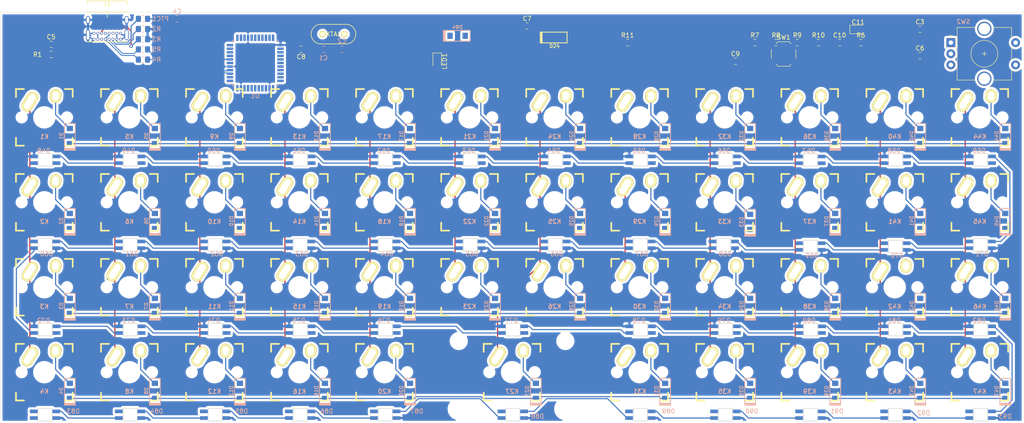
<source format=kicad_pcb>
(kicad_pcb (version 20171130) (host pcbnew "(5.1.0)-1")
  (layers (0 F.Cu signal) (31 B.Cu signal) (34 B.Paste user) (35 F.Paste user) (36 B.SilkS user) (37 F.SilkS user) (38 B.Mask user) (39 F.Mask user) (44 Edge.Cuts user))
  (net 0 "")
  (net 1 +5V)
  (net 2 5V)
  (net 3 /ENCODER_BOUT)
  (net 4 /ENCODER_AOUT)
  (net 5 /ROW0)
  (net 6 "Net-(D1-Pad2)")
  (net 7 /ROW1)
  (net 8 "Net-(D2-Pad2)")
  (net 9 /ROW2)
  (net 10 "Net-(D3-Pad2)")
  (net 11 /ROW3)
  (net 12 "Net-(D4-Pad2)")
  (net 13 "Net-(D5-Pad2)")
  (net 14 "Net-(D6-Pad2)")
  (net 15 "Net-(D7-Pad2)")
  (net 16 "Net-(D8-Pad2)")
  (net 17 "Net-(D9-Pad2)")
  (net 18 "Net-(D10-Pad2)")
  (net 19 "Net-(D11-Pad2)")
  (net 20 "Net-(D12-Pad2)")
  (net 21 "Net-(D13-Pad2)")
  (net 22 "Net-(D14-Pad2)")
  (net 23 "Net-(D15-Pad2)")
  (net 24 "Net-(D16-Pad2)")
  (net 25 "Net-(D17-Pad2)")
  (net 26 "Net-(D18-Pad2)")
  (net 27 "Net-(D19-Pad2)")
  (net 28 "Net-(D20-Pad2)")
  (net 29 "Net-(D21-Pad2)")
  (net 30 "Net-(D22-Pad2)")
  (net 31 "Net-(D23-Pad2)")
  (net 32 "Net-(D24-Pad2)")
  (net 33 "Net-(D25-Pad2)")
  (net 34 "Net-(D26-Pad2)")
  (net 35 "Net-(D27-Pad2)")
  (net 36 "Net-(D28-Pad2)")
  (net 37 "Net-(D29-Pad2)")
  (net 38 "Net-(D30-Pad2)")
  (net 39 "Net-(D31-Pad2)")
  (net 40 "Net-(D32-Pad2)")
  (net 41 "Net-(D33-Pad2)")
  (net 42 "Net-(D34-Pad2)")
  (net 43 "Net-(D35-Pad2)")
  (net 44 "Net-(D36-Pad2)")
  (net 45 "Net-(D37-Pad2)")
  (net 46 "Net-(D38-Pad2)")
  (net 47 "Net-(D39-Pad2)")
  (net 48 "Net-(D40-Pad2)")
  (net 49 "Net-(D41-Pad2)")
  (net 50 "Net-(D42-Pad2)")
  (net 51 "Net-(D43-Pad2)")
  (net 52 "Net-(D44-Pad2)")
  (net 53 "Net-(D46-Pad2)")
  (net 54 "Net-(D48-Pad4)")
  (net 55 /RGB)
  (net 56 "Net-(D49-Pad4)")
  (net 57 "Net-(D50-Pad4)")
  (net 58 "Net-(D51-Pad4)")
  (net 59 "Net-(D52-Pad4)")
  (net 60 "Net-(D54-Pad4)")
  (net 61 "Net-(D56-Pad4)")
  (net 62 "Net-(D58-Pad4)")
  (net 63 "Net-(D60-Pad4)")
  (net 64 "Net-(D61-Pad2)")
  (net 65 "Net-(D63-Pad2)")
  (net 66 "Net-(D65-Pad2)")
  (net 67 "Net-(D67-Pad2)")
  (net 68 "Net-(D69-Pad2)")
  (net 69 "Net-(D73-Pad4)")
  (net 70 "Net-(D75-Pad4)")
  (net 71 "Net-(D77-Pad4)")
  (net 72 "Net-(D79-Pad4)")
  (net 73 "Net-(D81-Pad4)")
  (net 74 "Net-(D83-Pad4)")
  (net 75 "Net-(D84-Pad2)")
  (net 76 "Net-(D86-Pad2)")
  (net 77 "Net-(D88-Pad2)")
  (net 78 "Net-(D90-Pad2)")
  (net 79 /ENCODER_S1)
  (net 80 "Net-(J1-PadA5)")
  (net 81 VCC)
  (net 82 "Net-(J1-PadA8)")
  (net 83 "Net-(J1-PadB8)")
  (net 84 "Net-(J1-PadB5)")
  (net 85 /COL0)
  (net 86 /COL1)
  (net 87 /COL2)
  (net 88 /COL3)
  (net 89 /COL4)
  (net 90 /COL5)
  (net 91 /COL6)
  (net 92 /COL7)
  (net 93 /COL8)
  (net 94 /COL9)
  (net 95 /COL10)
  (net 96 /COL11)
  (net 97 "Net-(LED1-Pad2)")
  (net 98 /RESET)
  (net 99 /D-)
  (net 100 /D+)
  (net 101 /ENCODER_B)
  (net 102 /ENCODER_A)
  (net 103 "Net-(U1-Pad42)")
  (net 104 "Net-(U1-Pad26)")
  (net 105 "Net-(U1-Pad22)")
  (net 106 "Net-(U1-Pad21)")
  (net 107 "Net-(U1-Pad20)")
  (net 108 "Net-(U1-Pad12)")
  (net 109 "Net-(U1-Pad1)")
  (net 110 "Net-(C11-Pad1)")
  (net 111 "Net-(R11-Pad2)")
  (net 112 GND)
  (net 113 "Net-(SW2-PadC)")
  (net 114 "Net-(D53-Pad4)")
  (net 115 "Net-(D55-Pad4)")
  (net 116 "Net-(D57-Pad4)")
  (net 117 "Net-(D59-Pad4)")
  (net 118 "Net-(D60-Pad2)")
  (net 119 "Net-(D62-Pad2)")
  (net 120 "Net-(D64-Pad2)")
  (net 121 "Net-(D66-Pad2)")
  (net 122 "Net-(D68-Pad2)")
  (net 123 "Net-(D70-Pad2)")
  (net 124 "Net-(D72-Pad4)")
  (net 125 "Net-(D74-Pad4)")
  (net 126 "Net-(D76-Pad4)")
  (net 127 "Net-(D78-Pad4)")
  (net 128 "Net-(D80-Pad4)")
  (net 129 "Net-(D82-Pad4)")
  (net 130 "Net-(D85-Pad2)")
  (net 131 "Net-(D87-Pad2)")
  (net 132 "Net-(D89-Pad2)")
  (net 133 "Net-(D91-Pad2)")
  (net 134 "Net-(D92-Pad2)")
  (net 135 "Net-(D83-Pad2)")
  (net 136 "Net-(D45-Pad2)")
  (net 137 "Net-(D47-Pad2)")
  (net 138 /XTAL_P)
  (net 139 /XTAL_N)
  (net 140 DIN_+)
  (net 141 DIN_-)
  (module keyboardlib:sk6812_mini_E_cuts (layer F.Cu) (at 138.684 83.82)
    (fp_text reference D77 (at 2.15 -1.31) (layer B.SilkS) (effects (justify mirror)))
    (fp_text value SK6812)
    (fp_line (start 0.9 -0.65) (end 0.9 2.15) (layer Edge.Cuts) (width 0.12))
    (fp_line (start 4.1 2.15) (end 0.9 2.15) (layer Edge.Cuts) (width 0.12))
    (fp_line (start 4.1 -0.65) (end 4.1 2.15) (layer Edge.Cuts) (width 0.12))
    (fp_line (start 0.9 -0.65) (end 4.1 -0.65) (layer Edge.Cuts) (width 0.12))
    (pad 4 smd rect (at 5 0) (size 1.8 0.82) (layers B.Cu B.Paste B.Mask) (net 71 "Net-(D77-Pad4)"))
    (pad 3 smd rect (at 5 1.5) (size 1.8 0.82) (layers B.Cu B.Paste B.Mask) (net 2 5V))
    (pad 2 smd rect (at 0 1.5) (size 1.8 0.82) (layers B.Cu B.Paste B.Mask) (net 126 "Net-(D76-Pad4)"))
    (pad 1 smd rect (at 0 0) (size 1.8 0.82) (layers B.Cu B.Paste B.Mask) (net 112 GND))
  )
  (module keebs:Mx_Alps_100 (layer F.Cu) (at 36.195 75.057)
    (fp_text reference K3 (at 0 4.318) (layer B.SilkS) (effects (font (thickness 0.2)) (justify mirror)))
    (fp_text value KEYSW hide)
    (pad 2 thru_hole oval (at 2.52 -4.79 356.1) (size 2.5 3.08) (drill oval 1.5 2.08) (layers *.Cu *.Mask F.SilkS) (net 10 "Net-(D3-Pad2)"))
    (pad 1 thru_hole oval (at -3.255 -3.52 327.5) (size 2.5 4.75) (drill oval 1.5 3.75) (layers *.Cu *.Mask F.SilkS) (net 85 /COL0))
    (pad "" np_thru_hole circle (at 5.08 0) (size 1.7018 1.7018) (drill 1.7018) (layers *.Cu *.Mask))
    (pad "" np_thru_hole circle (at -5.08 0) (size 1.7018 1.7018) (drill 1.7018) (layers *.Cu *.Mask))
    (pad "" np_thru_hole circle (at 0 0) (size 3.9878 3.9878) (drill 3.9878) (layers *.Cu *.Mask))
  )
  (module keyboardlib:sk6812_mini_E_cuts (layer F.Cu) (at 76.962 66.294 180)
    (fp_text reference D62 (at 2.15 -1.31 180) (layer B.SilkS) (effects (justify mirror)))
    (fp_text value SK6812)
    (fp_line (start 0.9 -0.65) (end 0.9 2.15) (layer Edge.Cuts) (width 0.12))
    (fp_line (start 4.1 2.15) (end 0.9 2.15) (layer Edge.Cuts) (width 0.12))
    (fp_line (start 4.1 -0.65) (end 4.1 2.15) (layer Edge.Cuts) (width 0.12))
    (fp_line (start 0.9 -0.65) (end 4.1 -0.65) (layer Edge.Cuts) (width 0.12))
    (pad 4 smd rect (at 5 0 180) (size 1.8 0.82) (layers B.Cu B.Paste B.Mask) (net 64 "Net-(D61-Pad2)"))
    (pad 3 smd rect (at 5 1.5 180) (size 1.8 0.82) (layers B.Cu B.Paste B.Mask) (net 2 5V))
    (pad 2 smd rect (at 0 1.5 180) (size 1.8 0.82) (layers B.Cu B.Paste B.Mask) (net 119 "Net-(D62-Pad2)"))
    (pad 1 smd rect (at 0 0 180) (size 1.8 0.82) (layers B.Cu B.Paste B.Mask) (net 112 GND))
  )
  (module keyboardlib:sk6812_mini_E_cuts (layer F.Cu) (at 76.962 104.394 180)
    (fp_text reference D85 (at -3.429 1.524 180) (layer B.SilkS) (effects (justify mirror)))
    (fp_text value SK6812)
    (fp_line (start 0.9 -0.65) (end 4.1 -0.65) (layer Edge.Cuts) (width 0.12))
    (fp_line (start 4.1 -0.65) (end 4.1 2.15) (layer Edge.Cuts) (width 0.12))
    (fp_line (start 4.1 2.15) (end 0.9 2.15) (layer Edge.Cuts) (width 0.12))
    (fp_line (start 0.9 -0.65) (end 0.9 2.15) (layer Edge.Cuts) (width 0.12))
    (pad 1 smd rect (at 0 0 180) (size 1.8 0.82) (layers B.Cu B.Paste B.Mask) (net 112 GND))
    (pad 2 smd rect (at 0 1.5 180) (size 1.8 0.82) (layers B.Cu B.Paste B.Mask) (net 130 "Net-(D85-Pad2)"))
    (pad 3 smd rect (at 5 1.5 180) (size 1.8 0.82) (layers B.Cu B.Paste B.Mask) (net 2 5V))
    (pad 4 smd rect (at 5 0 180) (size 1.8 0.82) (layers B.Cu B.Paste B.Mask) (net 75 "Net-(D84-Pad2)"))
  )
  (module keyboard_parts:D_SOD123 (layer B.Cu) (at 128.778 18.669)
    (fp_text reference D94 (at 0 -1.925) (layer B.SilkS) (effects (font (size 0.8 0.8)) (justify mirror)))
    (fp_text value D hide)
    (pad 1 smd rect (at -1.7 0) (size 1.2 1.4) (layers B.Cu B.Paste B.Mask) (net 11 /ROW3))
    (pad 2 smd rect (at 1.7 0) (size 1.2 1.4) (layers B.Cu B.Paste B.Mask) (net 79 /ENCODER_S1))
  )
  (module keyboard_parts:XTAL_HC_49_TH (layer F.Cu) (at 100.965 18.288 180)
    (fp_text reference X1 hide)
    (fp_text value XTAL (at 0 0 180) (layer F.SilkS))
    (pad 2 thru_hole circle (at -2.45 0) (size 1.4 1.4) (drill 0.7) (layers *.Cu *.Mask F.SilkS) (net 139 /XTAL_N))
    (pad 1 thru_hole circle (at 2.45 0) (size 1.4 1.4) (drill 0.7) (layers *.Cu *.Mask F.SilkS) (net 138 /XTAL_P))
  )
  (module Package_QFP:LQFP-44_10x10mm_P0.8mm (layer B.Cu) (at 83.439 24.765)
    (fp_text reference U1 (at 0 7.35) (layer B.SilkS) (effects (justify mirror)))
    (fp_text value ATMEGA32U4)
    (pad 44 smd roundrect (at -4 5.6625) (size 0.55 1.475) (layers B.Cu B.Paste B.Mask) (net 2 5V))
    (pad 43 smd roundrect (at -3.2 5.6625) (size 0.55 1.475) (layers B.Cu B.Paste B.Mask) (net 112 GND))
    (pad 42 smd roundrect (at -2.4 5.6625) (size 0.55 1.475) (layers B.Cu B.Paste B.Mask) (net 103 "Net-(U1-Pad42)"))
    (pad 41 smd roundrect (at -1.6 5.6625) (size 0.55 1.475) (layers B.Cu B.Paste B.Mask) (net 85 /COL0))
    (pad 40 smd roundrect (at -0.8 5.6625) (size 0.55 1.475) (layers B.Cu B.Paste B.Mask) (net 86 /COL1))
    (pad 39 smd roundrect (at 0 5.6625) (size 0.55 1.475) (layers B.Cu B.Paste B.Mask) (net 87 /COL2))
    (pad 38 smd roundrect (at 0.8 5.6625) (size 0.55 1.475) (layers B.Cu B.Paste B.Mask) (net 88 /COL3))
    (pad 37 smd roundrect (at 1.6 5.6625) (size 0.55 1.475) (layers B.Cu B.Paste B.Mask) (net 89 /COL4))
    (pad 36 smd roundrect (at 2.4 5.6625) (size 0.55 1.475) (layers B.Cu B.Paste B.Mask) (net 90 /COL5))
    (pad 35 smd roundrect (at 3.2 5.6625) (size 0.55 1.475) (layers B.Cu B.Paste B.Mask) (net 112 GND))
    (pad 34 smd roundrect (at 4 5.6625) (size 0.55 1.475) (layers B.Cu B.Paste B.Mask) (net 2 5V))
    (pad 33 smd roundrect (at 5.6625 4) (size 1.475 0.55) (layers B.Cu B.Paste B.Mask) (net 111 "Net-(R11-Pad2)"))
    (pad 32 smd roundrect (at 5.6625 3.2) (size 1.475 0.55) (layers B.Cu B.Paste B.Mask) (net 91 /COL6))
    (pad 31 smd roundrect (at 5.6625 2.4) (size 1.475 0.55) (layers B.Cu B.Paste B.Mask) (net 92 /COL7))
    (pad 30 smd roundrect (at 5.6625 1.6) (size 1.475 0.55) (layers B.Cu B.Paste B.Mask) (net 93 /COL8))
    (pad 29 smd roundrect (at 5.6625 0.8) (size 1.475 0.55) (layers B.Cu B.Paste B.Mask) (net 94 /COL9))
    (pad 28 smd roundrect (at 5.6625 0) (size 1.475 0.55) (layers B.Cu B.Paste B.Mask) (net 95 /COL10))
    (pad 27 smd roundrect (at 5.6625 -0.8) (size 1.475 0.55) (layers B.Cu B.Paste B.Mask) (net 96 /COL11))
    (pad 26 smd roundrect (at 5.6625 -1.6) (size 1.475 0.55) (layers B.Cu B.Paste B.Mask) (net 104 "Net-(U1-Pad26)"))
    (pad 25 smd roundrect (at 5.6625 -2.4) (size 1.475 0.55) (layers B.Cu B.Paste B.Mask) (net 55 /RGB))
    (pad 24 smd roundrect (at 5.6625 -3.2) (size 1.475 0.55) (layers B.Cu B.Paste B.Mask) (net 2 5V))
    (pad 23 smd roundrect (at 5.6625 -4) (size 1.475 0.55) (layers B.Cu B.Paste B.Mask) (net 112 GND))
    (pad 22 smd roundrect (at 4 -5.6625) (size 0.55 1.475) (layers B.Cu B.Paste B.Mask) (net 105 "Net-(U1-Pad22)"))
    (pad 21 smd roundrect (at 3.2 -5.6625) (size 0.55 1.475) (layers B.Cu B.Paste B.Mask) (net 106 "Net-(U1-Pad21)"))
    (pad 20 smd roundrect (at 2.4 -5.6625) (size 0.55 1.475) (layers B.Cu B.Paste B.Mask) (net 107 "Net-(U1-Pad20)"))
    (pad 19 smd roundrect (at 1.6 -5.6625) (size 0.55 1.475) (layers B.Cu B.Paste B.Mask) (net 3 /ENCODER_BOUT))
    (pad 18 smd roundrect (at 0.8 -5.6625) (size 0.55 1.475) (layers B.Cu B.Paste B.Mask) (net 4 /ENCODER_AOUT))
    (pad 17 smd roundrect (at 0 -5.6625) (size 0.55 1.475) (layers B.Cu B.Paste B.Mask) (net 139 /XTAL_N))
    (pad 16 smd roundrect (at -0.8 -5.6625) (size 0.55 1.475) (layers B.Cu B.Paste B.Mask) (net 138 /XTAL_P))
    (pad 15 smd roundrect (at -1.6 -5.6625) (size 0.55 1.475) (layers B.Cu B.Paste B.Mask) (net 112 GND))
    (pad 14 smd roundrect (at -2.4 -5.6625) (size 0.55 1.475) (layers B.Cu B.Paste B.Mask) (net 2 5V))
    (pad 13 smd roundrect (at -3.2 -5.6625) (size 0.55 1.475) (layers B.Cu B.Paste B.Mask) (net 98 /RESET))
    (pad 12 smd roundrect (at -4 -5.6625) (size 0.55 1.475) (layers B.Cu B.Paste B.Mask) (net 108 "Net-(U1-Pad12)"))
    (pad 11 smd roundrect (at -5.6625 -4) (size 1.475 0.55) (layers B.Cu B.Paste B.Mask) (net 11 /ROW3))
    (pad 10 smd roundrect (at -5.6625 -3.2) (size 1.475 0.55) (layers B.Cu B.Paste B.Mask) (net 9 /ROW2))
    (pad 9 smd roundrect (at -5.6625 -2.4) (size 1.475 0.55) (layers B.Cu B.Paste B.Mask) (net 7 /ROW1))
    (pad 8 smd roundrect (at -5.6625 -1.6) (size 1.475 0.55) (layers B.Cu B.Paste B.Mask) (net 5 /ROW0))
    (pad 7 smd roundrect (at -5.6625 -0.8) (size 1.475 0.55) (layers B.Cu B.Paste B.Mask) (net 2 5V))
    (pad 6 smd roundrect (at -5.6625 0) (size 1.475 0.55) (layers B.Cu B.Paste B.Mask) (net 110 "Net-(C11-Pad1)"))
    (pad 5 smd roundrect (at -5.6625 0.8) (size 1.475 0.55) (layers B.Cu B.Paste B.Mask) (net 112 GND))
    (pad 4 smd roundrect (at -5.6625 1.6) (size 1.475 0.55) (layers B.Cu B.Paste B.Mask) (net 100 /D+))
    (pad 3 smd roundrect (at -5.6625 2.4) (size 1.475 0.55) (layers B.Cu B.Paste B.Mask) (net 99 /D-))
    (pad 2 smd roundrect (at -5.6625 3.2) (size 1.475 0.55) (layers B.Cu B.Paste B.Mask) (net 2 5V))
    (pad 1 smd roundrect (at -5.6625 4) (size 1.475 0.55) (layers B.Cu B.Paste B.Mask) (net 109 "Net-(U1-Pad1)"))
  )
  (module Rotary_Encoder:RotaryEncoder_Alps_EC11E-Switch_Vertical_H20mm_CircularMountingHoles (layer F.Cu) (at 239.268 20.193)
    (fp_text reference SW2 (at 2.8 -4.7) (layer B.SilkS) (effects (justify mirror)))
    (fp_text value Rotary_Encoder_Switch)
    (pad A thru_hole rect (at 0 0) (size 2 2) (drill 1) (layers *.Cu *.Mask) (net 102 /ENCODER_A))
    (pad C thru_hole circle (at 0 2.5) (size 2 2) (drill 1) (layers *.Cu *.Mask) (net 113 "Net-(SW2-PadC)"))
    (pad B thru_hole circle (at 0 5) (size 2 2) (drill 1) (layers *.Cu *.Mask) (net 101 /ENCODER_B))
    (pad MP thru_hole circle (at 7.5 -3.1) (size 3.2 3.2) (drill 2.6) (layers *.Cu *.Mask))
    (pad MP thru_hole circle (at 7.5 8.1) (size 3.2 3.2) (drill 2.6) (layers *.Cu *.Mask))
    (pad S2 thru_hole circle (at 14.5 0) (size 2 2) (drill 1) (layers *.Cu *.Mask) (net 90 /COL5))
    (pad S1 thru_hole circle (at 14.5 5) (size 2 2) (drill 1) (layers *.Cu *.Mask) (net 79 /ENCODER_S1))
  )
  (module Button_Switch_SMD:SW_SPST_TL3342 (layer F.Cu) (at 201.797 22.746)
    (fp_text reference SW1 (at 0 -3.75) (layer F.SilkS))
    (fp_text value SW_PUSH)
    (pad 2 smd rect (at 3.15 1.9) (size 1.7 1) (layers F.Cu F.Paste F.Mask) (net 112 GND))
    (pad 2 smd rect (at -3.15 1.9) (size 1.7 1) (layers F.Cu F.Paste F.Mask) (net 112 GND))
    (pad 1 smd rect (at 3.15 -1.9) (size 1.7 1) (layers F.Cu F.Paste F.Mask) (net 98 /RESET))
    (pad 1 smd rect (at -3.15 -1.9) (size 1.7 1) (layers F.Cu F.Paste F.Mask) (net 98 /RESET))
  )
  (module Resistor_SMD:R_0805_2012Metric_Pad1.15x1.40mm_HandSolder (layer F.Cu) (at 166.853 20.193)
    (fp_text reference R11 (at 0 -1.65) (layer F.SilkS))
    (fp_text value 10k)
    (pad 2 smd roundrect (at 1.025 0) (size 1.15 1.4) (layers F.Cu F.Paste F.Mask) (roundrect_rratio 0.217391) (net 111 "Net-(R11-Pad2)"))
    (pad 1 smd roundrect (at -1.025 0) (size 1.15 1.4) (layers F.Cu F.Paste F.Mask) (roundrect_rratio 0.217391) (net 112 GND))
  )
  (module Resistor_SMD:R_0805_2012Metric_Pad1.15x1.40mm_HandSolder (layer F.Cu) (at 209.603 20.193)
    (fp_text reference R10 (at 0 -1.65) (layer F.SilkS))
    (fp_text value 220)
    (pad 2 smd roundrect (at 1.025 0) (size 1.15 1.4) (layers F.Cu F.Paste F.Mask) (roundrect_rratio 0.217391) (net 97 "Net-(LED1-Pad2)"))
    (pad 1 smd roundrect (at -1.025 0) (size 1.15 1.4) (layers F.Cu F.Paste F.Mask) (roundrect_rratio 0.217391) (net 2 5V))
  )
  (module Resistor_SMD:R_0805_2012Metric_Pad1.15x1.40mm_HandSolder (layer F.Cu) (at 204.853 20.193)
    (fp_text reference R9 (at 0 -1.65) (layer F.SilkS))
    (fp_text value 10k)
    (pad 2 smd roundrect (at 1.025 0) (size 1.15 1.4) (layers F.Cu F.Paste F.Mask) (roundrect_rratio 0.217391) (net 102 /ENCODER_A))
    (pad 1 smd roundrect (at -1.025 0) (size 1.15 1.4) (layers F.Cu F.Paste F.Mask) (roundrect_rratio 0.217391) (net 4 /ENCODER_AOUT))
  )
  (module Resistor_SMD:R_0805_2012Metric_Pad1.15x1.40mm_HandSolder (layer F.Cu) (at 200.103 20.193)
    (fp_text reference R8 (at 0 -1.65) (layer F.SilkS))
    (fp_text value 10k)
    (pad 2 smd roundrect (at 1.025 0) (size 1.15 1.4) (layers F.Cu F.Paste F.Mask) (roundrect_rratio 0.217391) (net 2 5V))
    (pad 1 smd roundrect (at -1.025 0) (size 1.15 1.4) (layers F.Cu F.Paste F.Mask) (roundrect_rratio 0.217391) (net 102 /ENCODER_A))
  )
  (module Resistor_SMD:R_0805_2012Metric_Pad1.15x1.40mm_HandSolder (layer F.Cu) (at 195.353 20.193)
    (fp_text reference R7 (at 0 -1.65) (layer F.SilkS))
    (fp_text value 10k)
    (pad 2 smd roundrect (at 1.025 0) (size 1.15 1.4) (layers F.Cu F.Paste F.Mask) (roundrect_rratio 0.217391) (net 101 /ENCODER_B))
    (pad 1 smd roundrect (at -1.025 0) (size 1.15 1.4) (layers F.Cu F.Paste F.Mask) (roundrect_rratio 0.217391) (net 3 /ENCODER_BOUT))
  )
  (module Resistor_SMD:R_0805_2012Metric_Pad1.15x1.40mm_HandSolder (layer F.Cu) (at 219.103 20.193)
    (fp_text reference R6 (at 0 -1.65) (layer F.SilkS))
    (fp_text value 10k)
    (pad 2 smd roundrect (at 1.025 0) (size 1.15 1.4) (layers F.Cu F.Paste F.Mask) (roundrect_rratio 0.217391) (net 2 5V))
    (pad 1 smd roundrect (at -1.025 0) (size 1.15 1.4) (layers F.Cu F.Paste F.Mask) (roundrect_rratio 0.217391) (net 101 /ENCODER_B))
  )
  (module Resistor_SMD:R_0805_2012Metric_Pad1.15x1.40mm_HandSolder (layer B.Cu) (at 58.293 21.717 180)
    (fp_text reference R5 (at -3.048 0 180) (layer B.SilkS) (effects (justify mirror)))
    (fp_text value 22)
    (pad 2 smd roundrect (at 1.025 0 180) (size 1.15 1.4) (layers B.Cu B.Paste B.Mask) (roundrect_rratio 0.217391) (net 140 DIN_+))
    (pad 1 smd roundrect (at -1.025 0 180) (size 1.15 1.4) (layers B.Cu B.Paste B.Mask) (roundrect_rratio 0.217391) (net 100 /D+))
  )
  (module Resistor_SMD:R_0805_2012Metric_Pad1.15x1.40mm_HandSolder (layer B.Cu) (at 58.293 24.003 180)
    (fp_text reference R4 (at -3.048 0 180) (layer B.SilkS) (effects (justify mirror)))
    (fp_text value 22)
    (pad 2 smd roundrect (at 1.025 0 180) (size 1.15 1.4) (layers B.Cu B.Paste B.Mask) (roundrect_rratio 0.217391) (net 141 DIN_-))
    (pad 1 smd roundrect (at -1.025 0 180) (size 1.15 1.4) (layers B.Cu B.Paste B.Mask) (roundrect_rratio 0.217391) (net 99 /D-))
  )
  (module Resistor_SMD:R_0805_2012Metric_Pad1.15x1.40mm_HandSolder (layer B.Cu) (at 58.293 19.431 180)
    (fp_text reference R3 (at -3.048 0 180) (layer B.SilkS) (effects (justify mirror)))
    (fp_text value 5.1k)
    (pad 2 smd roundrect (at 1.025 0 180) (size 1.15 1.4) (layers B.Cu B.Paste B.Mask) (roundrect_rratio 0.217391) (net 84 "Net-(J1-PadB5)"))
    (pad 1 smd roundrect (at -1.025 0 180) (size 1.15 1.4) (layers B.Cu B.Paste B.Mask) (roundrect_rratio 0.217391) (net 112 GND))
  )
  (module Resistor_SMD:R_0805_2012Metric_Pad1.15x1.40mm_HandSolder (layer B.Cu) (at 58.293 17.145 180)
    (fp_text reference R2 (at -3.048 0 180) (layer B.SilkS) (effects (justify mirror)))
    (fp_text value 5.1k)
    (pad 2 smd roundrect (at 1.025 0 180) (size 1.15 1.4) (layers B.Cu B.Paste B.Mask) (roundrect_rratio 0.217391) (net 80 "Net-(J1-PadA5)"))
    (pad 1 smd roundrect (at -1.025 0 180) (size 1.15 1.4) (layers B.Cu B.Paste B.Mask) (roundrect_rratio 0.217391) (net 112 GND))
  )
  (module Resistor_SMD:R_0805_2012Metric_Pad1.15x1.40mm_HandSolder (layer F.Cu) (at 37.719 22.86)
    (fp_text reference R1 (at -3.048 0) (layer F.SilkS))
    (fp_text value 10k)
    (pad 1 smd roundrect (at -1.025 0) (size 1.15 1.4) (layers F.Cu F.Paste F.Mask) (roundrect_rratio 0.217391) (net 2 5V))
    (pad 2 smd roundrect (at 1.025 0) (size 1.15 1.4) (layers F.Cu F.Paste F.Mask) (roundrect_rratio 0.217391) (net 98 /RESET))
  )
  (module Fuse:Fuse_0805_2012Metric_Pad1.15x1.40mm_HandSolder (layer B.Cu) (at 58.293 14.859)
    (fp_text reference PTC1 (at 3.928 0 180) (layer B.SilkS) (effects (justify mirror)))
    (fp_text value "PTC 1.5A")
    (pad 2 smd roundrect (at 1.025 0) (size 1.15 1.4) (layers B.Cu B.Paste B.Mask) (roundrect_rratio 0.217391) (net 2 5V))
    (pad 1 smd roundrect (at -1.025 0) (size 1.15 1.4) (layers B.Cu B.Paste B.Mask) (roundrect_rratio 0.217391) (net 81 VCC))
  )
  (module LED_SMD:LED_0805_2012Metric_Pad1.15x1.40mm_HandSolder (layer F.Cu) (at 124.206 24.384 270)
    (fp_text reference LED1 (at 0 -1.65 270) (layer F.SilkS))
    (fp_text value LED)
    (pad 2 smd roundrect (at 1.025 0 270) (size 1.15 1.4) (layers F.Cu F.Paste F.Mask) (roundrect_rratio 0.217391) (net 97 "Net-(LED1-Pad2)"))
    (pad 1 smd roundrect (at -1.025 0 270) (size 1.15 1.4) (layers F.Cu F.Paste F.Mask) (roundrect_rratio 0.217391) (net 1 +5V))
  )
  (module keebs:Mx_Alps_100 (layer F.Cu) (at 245.745 94.107)
    (fp_text reference K47 (at 0 4.318) (layer B.SilkS) (effects (font (thickness 0.2)) (justify mirror)))
    (fp_text value KEYSW hide)
    (pad 2 thru_hole oval (at 2.52 -4.79 356.1) (size 2.5 3.08) (drill oval 1.5 2.08) (layers *.Cu *.Mask F.SilkS) (net 137 "Net-(D47-Pad2)"))
    (pad 1 thru_hole oval (at -3.255 -3.52 327.5) (size 2.5 4.75) (drill oval 1.5 3.75) (layers *.Cu *.Mask F.SilkS) (net 96 /COL11))
    (pad "" np_thru_hole circle (at 5.08 0) (size 1.7018 1.7018) (drill 1.7018) (layers *.Cu *.Mask))
    (pad "" np_thru_hole circle (at -5.08 0) (size 1.7018 1.7018) (drill 1.7018) (layers *.Cu *.Mask))
    (pad "" np_thru_hole circle (at 0 0) (size 3.9878 3.9878) (drill 3.9878) (layers *.Cu *.Mask))
  )
  (module keebs:Mx_Alps_100 (layer F.Cu) (at 245.745 75.057)
    (fp_text reference K46 (at 0 4.318) (layer B.SilkS) (effects (font (thickness 0.2)) (justify mirror)))
    (fp_text value KEYSW hide)
    (pad 2 thru_hole oval (at 2.52 -4.79 356.1) (size 2.5 3.08) (drill oval 1.5 2.08) (layers *.Cu *.Mask F.SilkS) (net 53 "Net-(D46-Pad2)"))
    (pad 1 thru_hole oval (at -3.255 -3.52 327.5) (size 2.5 4.75) (drill oval 1.5 3.75) (layers *.Cu *.Mask F.SilkS) (net 96 /COL11))
    (pad "" np_thru_hole circle (at 5.08 0) (size 1.7018 1.7018) (drill 1.7018) (layers *.Cu *.Mask))
    (pad "" np_thru_hole circle (at -5.08 0) (size 1.7018 1.7018) (drill 1.7018) (layers *.Cu *.Mask))
    (pad "" np_thru_hole circle (at 0 0) (size 3.9878 3.9878) (drill 3.9878) (layers *.Cu *.Mask))
  )
  (module keebs:Mx_Alps_100 (layer F.Cu) (at 245.745 56.007)
    (fp_text reference K45 (at 0 4.318) (layer B.SilkS) (effects (font (thickness 0.2)) (justify mirror)))
    (fp_text value KEYSW hide)
    (pad 2 thru_hole oval (at 2.52 -4.79 356.1) (size 2.5 3.08) (drill oval 1.5 2.08) (layers *.Cu *.Mask F.SilkS) (net 136 "Net-(D45-Pad2)"))
    (pad 1 thru_hole oval (at -3.255 -3.52 327.5) (size 2.5 4.75) (drill oval 1.5 3.75) (layers *.Cu *.Mask F.SilkS) (net 96 /COL11))
    (pad "" np_thru_hole circle (at 5.08 0) (size 1.7018 1.7018) (drill 1.7018) (layers *.Cu *.Mask))
    (pad "" np_thru_hole circle (at -5.08 0) (size 1.7018 1.7018) (drill 1.7018) (layers *.Cu *.Mask))
    (pad "" np_thru_hole circle (at 0 0) (size 3.9878 3.9878) (drill 3.9878) (layers *.Cu *.Mask))
  )
  (module keebs:Mx_Alps_100 (layer F.Cu) (at 245.745 36.957)
    (fp_text reference K44 (at 0 4.318) (layer B.SilkS) (effects (font (thickness 0.2)) (justify mirror)))
    (fp_text value KEYSW hide)
    (pad 2 thru_hole oval (at 2.52 -4.79 356.1) (size 2.5 3.08) (drill oval 1.5 2.08) (layers *.Cu *.Mask F.SilkS) (net 52 "Net-(D44-Pad2)"))
    (pad 1 thru_hole oval (at -3.255 -3.52 327.5) (size 2.5 4.75) (drill oval 1.5 3.75) (layers *.Cu *.Mask F.SilkS) (net 96 /COL11))
    (pad "" np_thru_hole circle (at 5.08 0) (size 1.7018 1.7018) (drill 1.7018) (layers *.Cu *.Mask))
    (pad "" np_thru_hole circle (at -5.08 0) (size 1.7018 1.7018) (drill 1.7018) (layers *.Cu *.Mask))
    (pad "" np_thru_hole circle (at 0 0) (size 3.9878 3.9878) (drill 3.9878) (layers *.Cu *.Mask))
  )
  (module keebs:Mx_Alps_100 (layer F.Cu) (at 226.695 94.107)
    (fp_text reference K43 (at 0 4.318) (layer B.SilkS) (effects (font (thickness 0.2)) (justify mirror)))
    (fp_text value KEYSW hide)
    (pad 2 thru_hole oval (at 2.52 -4.79 356.1) (size 2.5 3.08) (drill oval 1.5 2.08) (layers *.Cu *.Mask F.SilkS) (net 51 "Net-(D43-Pad2)"))
    (pad 1 thru_hole oval (at -3.255 -3.52 327.5) (size 2.5 4.75) (drill oval 1.5 3.75) (layers *.Cu *.Mask F.SilkS) (net 95 /COL10))
    (pad "" np_thru_hole circle (at 5.08 0) (size 1.7018 1.7018) (drill 1.7018) (layers *.Cu *.Mask))
    (pad "" np_thru_hole circle (at -5.08 0) (size 1.7018 1.7018) (drill 1.7018) (layers *.Cu *.Mask))
    (pad "" np_thru_hole circle (at 0 0) (size 3.9878 3.9878) (drill 3.9878) (layers *.Cu *.Mask))
  )
  (module keebs:Mx_Alps_100 (layer F.Cu) (at 226.695 75.057)
    (fp_text reference K42 (at 0 4.318) (layer B.SilkS) (effects (font (thickness 0.2)) (justify mirror)))
    (fp_text value KEYSW hide)
    (pad 2 thru_hole oval (at 2.52 -4.79 356.1) (size 2.5 3.08) (drill oval 1.5 2.08) (layers *.Cu *.Mask F.SilkS) (net 50 "Net-(D42-Pad2)"))
    (pad 1 thru_hole oval (at -3.255 -3.52 327.5) (size 2.5 4.75) (drill oval 1.5 3.75) (layers *.Cu *.Mask F.SilkS) (net 95 /COL10))
    (pad "" np_thru_hole circle (at 5.08 0) (size 1.7018 1.7018) (drill 1.7018) (layers *.Cu *.Mask))
    (pad "" np_thru_hole circle (at -5.08 0) (size 1.7018 1.7018) (drill 1.7018) (layers *.Cu *.Mask))
    (pad "" np_thru_hole circle (at 0 0) (size 3.9878 3.9878) (drill 3.9878) (layers *.Cu *.Mask))
  )
  (module keebs:Mx_Alps_100 (layer F.Cu) (at 226.695 56.007)
    (fp_text reference K41 (at 0 4.318) (layer B.SilkS) (effects (font (thickness 0.2)) (justify mirror)))
    (fp_text value KEYSW hide)
    (pad 2 thru_hole oval (at 2.52 -4.79 356.1) (size 2.5 3.08) (drill oval 1.5 2.08) (layers *.Cu *.Mask F.SilkS) (net 49 "Net-(D41-Pad2)"))
    (pad 1 thru_hole oval (at -3.255 -3.52 327.5) (size 2.5 4.75) (drill oval 1.5 3.75) (layers *.Cu *.Mask F.SilkS) (net 95 /COL10))
    (pad "" np_thru_hole circle (at 5.08 0) (size 1.7018 1.7018) (drill 1.7018) (layers *.Cu *.Mask))
    (pad "" np_thru_hole circle (at -5.08 0) (size 1.7018 1.7018) (drill 1.7018) (layers *.Cu *.Mask))
    (pad "" np_thru_hole circle (at 0 0) (size 3.9878 3.9878) (drill 3.9878) (layers *.Cu *.Mask))
  )
  (module keebs:Mx_Alps_100 (layer F.Cu) (at 226.695 36.957)
    (fp_text reference K40 (at 0 4.318) (layer B.SilkS) (effects (font (thickness 0.2)) (justify mirror)))
    (fp_text value KEYSW hide)
    (pad 2 thru_hole oval (at 2.52 -4.79 356.1) (size 2.5 3.08) (drill oval 1.5 2.08) (layers *.Cu *.Mask F.SilkS) (net 48 "Net-(D40-Pad2)"))
    (pad 1 thru_hole oval (at -3.255 -3.52 327.5) (size 2.5 4.75) (drill oval 1.5 3.75) (layers *.Cu *.Mask F.SilkS) (net 95 /COL10))
    (pad "" np_thru_hole circle (at 5.08 0) (size 1.7018 1.7018) (drill 1.7018) (layers *.Cu *.Mask))
    (pad "" np_thru_hole circle (at -5.08 0) (size 1.7018 1.7018) (drill 1.7018) (layers *.Cu *.Mask))
    (pad "" np_thru_hole circle (at 0 0) (size 3.9878 3.9878) (drill 3.9878) (layers *.Cu *.Mask))
  )
  (module keebs:Mx_Alps_100 (layer F.Cu) (at 207.645 94.107)
    (fp_text reference K39 (at 0 4.318) (layer B.SilkS) (effects (font (thickness 0.2)) (justify mirror)))
    (fp_text value KEYSW hide)
    (pad 2 thru_hole oval (at 2.52 -4.79 356.1) (size 2.5 3.08) (drill oval 1.5 2.08) (layers *.Cu *.Mask F.SilkS) (net 47 "Net-(D39-Pad2)"))
    (pad 1 thru_hole oval (at -3.255 -3.52 327.5) (size 2.5 4.75) (drill oval 1.5 3.75) (layers *.Cu *.Mask F.SilkS) (net 94 /COL9))
    (pad "" np_thru_hole circle (at 5.08 0) (size 1.7018 1.7018) (drill 1.7018) (layers *.Cu *.Mask))
    (pad "" np_thru_hole circle (at -5.08 0) (size 1.7018 1.7018) (drill 1.7018) (layers *.Cu *.Mask))
    (pad "" np_thru_hole circle (at 0 0) (size 3.9878 3.9878) (drill 3.9878) (layers *.Cu *.Mask))
  )
  (module keebs:Mx_Alps_100 (layer F.Cu) (at 207.645 75.057)
    (fp_text reference K38 (at 0 4.318) (layer B.SilkS) (effects (font (thickness 0.2)) (justify mirror)))
    (fp_text value KEYSW hide)
    (pad 2 thru_hole oval (at 2.52 -4.79 356.1) (size 2.5 3.08) (drill oval 1.5 2.08) (layers *.Cu *.Mask F.SilkS) (net 46 "Net-(D38-Pad2)"))
    (pad 1 thru_hole oval (at -3.255 -3.52 327.5) (size 2.5 4.75) (drill oval 1.5 3.75) (layers *.Cu *.Mask F.SilkS) (net 94 /COL9))
    (pad "" np_thru_hole circle (at 5.08 0) (size 1.7018 1.7018) (drill 1.7018) (layers *.Cu *.Mask))
    (pad "" np_thru_hole circle (at -5.08 0) (size 1.7018 1.7018) (drill 1.7018) (layers *.Cu *.Mask))
    (pad "" np_thru_hole circle (at 0 0) (size 3.9878 3.9878) (drill 3.9878) (layers *.Cu *.Mask))
  )
  (module keebs:Mx_Alps_100 (layer F.Cu) (at 207.645 56.007)
    (fp_text reference K37 (at 0 4.318) (layer B.SilkS) (effects (font (thickness 0.2)) (justify mirror)))
    (fp_text value KEYSW hide)
    (pad 2 thru_hole oval (at 2.52 -4.79 356.1) (size 2.5 3.08) (drill oval 1.5 2.08) (layers *.Cu *.Mask F.SilkS) (net 45 "Net-(D37-Pad2)"))
    (pad 1 thru_hole oval (at -3.255 -3.52 327.5) (size 2.5 4.75) (drill oval 1.5 3.75) (layers *.Cu *.Mask F.SilkS) (net 94 /COL9))
    (pad "" np_thru_hole circle (at 5.08 0) (size 1.7018 1.7018) (drill 1.7018) (layers *.Cu *.Mask))
    (pad "" np_thru_hole circle (at -5.08 0) (size 1.7018 1.7018) (drill 1.7018) (layers *.Cu *.Mask))
    (pad "" np_thru_hole circle (at 0 0) (size 3.9878 3.9878) (drill 3.9878) (layers *.Cu *.Mask))
  )
  (module keebs:Mx_Alps_100 (layer F.Cu) (at 207.645 36.957)
    (fp_text reference K36 (at 0 4.318) (layer B.SilkS) (effects (font (thickness 0.2)) (justify mirror)))
    (fp_text value KEYSW hide)
    (pad 2 thru_hole oval (at 2.52 -4.79 356.1) (size 2.5 3.08) (drill oval 1.5 2.08) (layers *.Cu *.Mask F.SilkS) (net 44 "Net-(D36-Pad2)"))
    (pad 1 thru_hole oval (at -3.255 -3.52 327.5) (size 2.5 4.75) (drill oval 1.5 3.75) (layers *.Cu *.Mask F.SilkS) (net 94 /COL9))
    (pad "" np_thru_hole circle (at 5.08 0) (size 1.7018 1.7018) (drill 1.7018) (layers *.Cu *.Mask))
    (pad "" np_thru_hole circle (at -5.08 0) (size 1.7018 1.7018) (drill 1.7018) (layers *.Cu *.Mask))
    (pad "" np_thru_hole circle (at 0 0) (size 3.9878 3.9878) (drill 3.9878) (layers *.Cu *.Mask))
  )
  (module keebs:Mx_Alps_100 (layer F.Cu) (at 188.595 94.107)
    (fp_text reference K35 (at 0 4.318) (layer B.SilkS) (effects (font (thickness 0.2)) (justify mirror)))
    (fp_text value KEYSW hide)
    (pad 2 thru_hole oval (at 2.52 -4.79 356.1) (size 2.5 3.08) (drill oval 1.5 2.08) (layers *.Cu *.Mask F.SilkS) (net 43 "Net-(D35-Pad2)"))
    (pad 1 thru_hole oval (at -3.255 -3.52 327.5) (size 2.5 4.75) (drill oval 1.5 3.75) (layers *.Cu *.Mask F.SilkS) (net 93 /COL8))
    (pad "" np_thru_hole circle (at 5.08 0) (size 1.7018 1.7018) (drill 1.7018) (layers *.Cu *.Mask))
    (pad "" np_thru_hole circle (at -5.08 0) (size 1.7018 1.7018) (drill 1.7018) (layers *.Cu *.Mask))
    (pad "" np_thru_hole circle (at 0 0) (size 3.9878 3.9878) (drill 3.9878) (layers *.Cu *.Mask))
  )
  (module keebs:Mx_Alps_100 (layer F.Cu) (at 188.595 75.057)
    (fp_text reference K34 (at 0 4.318) (layer B.SilkS) (effects (font (thickness 0.2)) (justify mirror)))
    (fp_text value KEYSW hide)
    (pad 2 thru_hole oval (at 2.52 -4.79 356.1) (size 2.5 3.08) (drill oval 1.5 2.08) (layers *.Cu *.Mask F.SilkS) (net 42 "Net-(D34-Pad2)"))
    (pad 1 thru_hole oval (at -3.255 -3.52 327.5) (size 2.5 4.75) (drill oval 1.5 3.75) (layers *.Cu *.Mask F.SilkS) (net 93 /COL8))
    (pad "" np_thru_hole circle (at 5.08 0) (size 1.7018 1.7018) (drill 1.7018) (layers *.Cu *.Mask))
    (pad "" np_thru_hole circle (at -5.08 0) (size 1.7018 1.7018) (drill 1.7018) (layers *.Cu *.Mask))
    (pad "" np_thru_hole circle (at 0 0) (size 3.9878 3.9878) (drill 3.9878) (layers *.Cu *.Mask))
  )
  (module keebs:Mx_Alps_100 (layer F.Cu) (at 188.595 56.007)
    (fp_text reference K33 (at 0 4.318) (layer B.SilkS) (effects (font (thickness 0.2)) (justify mirror)))
    (fp_text value KEYSW hide)
    (pad 2 thru_hole oval (at 2.52 -4.79 356.1) (size 2.5 3.08) (drill oval 1.5 2.08) (layers *.Cu *.Mask F.SilkS) (net 41 "Net-(D33-Pad2)"))
    (pad 1 thru_hole oval (at -3.255 -3.52 327.5) (size 2.5 4.75) (drill oval 1.5 3.75) (layers *.Cu *.Mask F.SilkS) (net 93 /COL8))
    (pad "" np_thru_hole circle (at 5.08 0) (size 1.7018 1.7018) (drill 1.7018) (layers *.Cu *.Mask))
    (pad "" np_thru_hole circle (at -5.08 0) (size 1.7018 1.7018) (drill 1.7018) (layers *.Cu *.Mask))
    (pad "" np_thru_hole circle (at 0 0) (size 3.9878 3.9878) (drill 3.9878) (layers *.Cu *.Mask))
  )
  (module keebs:Mx_Alps_100 (layer F.Cu) (at 188.595 36.957)
    (fp_text reference K32 (at 0 4.318) (layer B.SilkS) (effects (font (thickness 0.2)) (justify mirror)))
    (fp_text value KEYSW hide)
    (pad 2 thru_hole oval (at 2.52 -4.79 356.1) (size 2.5 3.08) (drill oval 1.5 2.08) (layers *.Cu *.Mask F.SilkS) (net 40 "Net-(D32-Pad2)"))
    (pad 1 thru_hole oval (at -3.255 -3.52 327.5) (size 2.5 4.75) (drill oval 1.5 3.75) (layers *.Cu *.Mask F.SilkS) (net 93 /COL8))
    (pad "" np_thru_hole circle (at 5.08 0) (size 1.7018 1.7018) (drill 1.7018) (layers *.Cu *.Mask))
    (pad "" np_thru_hole circle (at -5.08 0) (size 1.7018 1.7018) (drill 1.7018) (layers *.Cu *.Mask))
    (pad "" np_thru_hole circle (at 0 0) (size 3.9878 3.9878) (drill 3.9878) (layers *.Cu *.Mask))
  )
  (module keebs:Mx_Alps_100 (layer F.Cu) (at 169.545 94.107)
    (fp_text reference K31 (at 0 4.318) (layer B.SilkS) (effects (font (thickness 0.2)) (justify mirror)))
    (fp_text value KEYSW hide)
    (pad 2 thru_hole oval (at 2.52 -4.79 356.1) (size 2.5 3.08) (drill oval 1.5 2.08) (layers *.Cu *.Mask F.SilkS) (net 39 "Net-(D31-Pad2)"))
    (pad 1 thru_hole oval (at -3.255 -3.52 327.5) (size 2.5 4.75) (drill oval 1.5 3.75) (layers *.Cu *.Mask F.SilkS) (net 92 /COL7))
    (pad "" np_thru_hole circle (at 5.08 0) (size 1.7018 1.7018) (drill 1.7018) (layers *.Cu *.Mask))
    (pad "" np_thru_hole circle (at -5.08 0) (size 1.7018 1.7018) (drill 1.7018) (layers *.Cu *.Mask))
    (pad "" np_thru_hole circle (at 0 0) (size 3.9878 3.9878) (drill 3.9878) (layers *.Cu *.Mask))
  )
  (module keebs:Mx_Alps_100 (layer F.Cu) (at 169.545 75.057)
    (fp_text reference K30 (at 0 4.318) (layer B.SilkS) (effects (font (thickness 0.2)) (justify mirror)))
    (fp_text value KEYSW hide)
    (pad 2 thru_hole oval (at 2.52 -4.79 356.1) (size 2.5 3.08) (drill oval 1.5 2.08) (layers *.Cu *.Mask F.SilkS) (net 38 "Net-(D30-Pad2)"))
    (pad 1 thru_hole oval (at -3.255 -3.52 327.5) (size 2.5 4.75) (drill oval 1.5 3.75) (layers *.Cu *.Mask F.SilkS) (net 92 /COL7))
    (pad "" np_thru_hole circle (at 5.08 0) (size 1.7018 1.7018) (drill 1.7018) (layers *.Cu *.Mask))
    (pad "" np_thru_hole circle (at -5.08 0) (size 1.7018 1.7018) (drill 1.7018) (layers *.Cu *.Mask))
    (pad "" np_thru_hole circle (at 0 0) (size 3.9878 3.9878) (drill 3.9878) (layers *.Cu *.Mask))
  )
  (module keebs:Mx_Alps_100 (layer F.Cu) (at 169.545 56.007)
    (fp_text reference K29 (at 0 4.318) (layer B.SilkS) (effects (font (thickness 0.2)) (justify mirror)))
    (fp_text value KEYSW hide)
    (pad 2 thru_hole oval (at 2.52 -4.79 356.1) (size 2.5 3.08) (drill oval 1.5 2.08) (layers *.Cu *.Mask F.SilkS) (net 37 "Net-(D29-Pad2)"))
    (pad 1 thru_hole oval (at -3.255 -3.52 327.5) (size 2.5 4.75) (drill oval 1.5 3.75) (layers *.Cu *.Mask F.SilkS) (net 92 /COL7))
    (pad "" np_thru_hole circle (at 5.08 0) (size 1.7018 1.7018) (drill 1.7018) (layers *.Cu *.Mask))
    (pad "" np_thru_hole circle (at -5.08 0) (size 1.7018 1.7018) (drill 1.7018) (layers *.Cu *.Mask))
    (pad "" np_thru_hole circle (at 0 0) (size 3.9878 3.9878) (drill 3.9878) (layers *.Cu *.Mask))
  )
  (module keebs:Mx_Alps_100 (layer F.Cu) (at 169.545 36.957)
    (fp_text reference K28 (at 0 4.318) (layer B.SilkS) (effects (font (thickness 0.2)) (justify mirror)))
    (fp_text value KEYSW hide)
    (pad 2 thru_hole oval (at 2.52 -4.79 356.1) (size 2.5 3.08) (drill oval 1.5 2.08) (layers *.Cu *.Mask F.SilkS) (net 36 "Net-(D28-Pad2)"))
    (pad 1 thru_hole oval (at -3.255 -3.52 327.5) (size 2.5 4.75) (drill oval 1.5 3.75) (layers *.Cu *.Mask F.SilkS) (net 92 /COL7))
    (pad "" np_thru_hole circle (at 5.08 0) (size 1.7018 1.7018) (drill 1.7018) (layers *.Cu *.Mask))
    (pad "" np_thru_hole circle (at -5.08 0) (size 1.7018 1.7018) (drill 1.7018) (layers *.Cu *.Mask))
    (pad "" np_thru_hole circle (at 0 0) (size 3.9878 3.9878) (drill 3.9878) (layers *.Cu *.Mask))
  )
  (module keebs:Mx_Alps_200 (layer F.Cu) (at 140.97 94.107)
    (fp_text reference K27 (at 0 4.318) (layer B.SilkS) (effects (font (thickness 0.2)) (justify mirror)))
    (fp_text value KEYSW hide)
    (pad 2 thru_hole oval (at 2.52 -4.79 356.1) (size 2.5 3.08) (drill oval 1.5 2.08) (layers *.Cu *.Mask F.SilkS) (net 35 "Net-(D27-Pad2)"))
    (pad 1 thru_hole oval (at -3.255 -3.52 327.5) (size 2.5 4.75) (drill oval 1.5 3.75) (layers *.Cu *.Mask F.SilkS) (net 91 /COL6))
    (pad "" np_thru_hole circle (at 11.938 8.255) (size 3.9878 3.9878) (drill 3.9878) (layers *.Cu *.Mask))
    (pad "" np_thru_hole circle (at -11.938 8.255) (size 3.9878 3.9878) (drill 3.9878) (layers *.Cu *.Mask))
    (pad "" np_thru_hole circle (at 11.938 -6.985) (size 3.048 3.048) (drill 3.048) (layers *.Cu *.Mask))
    (pad "" np_thru_hole circle (at -11.938 -6.985) (size 3.048 3.048) (drill 3.048) (layers *.Cu *.Mask))
    (pad "" np_thru_hole circle (at 5.08 0) (size 1.7018 1.7018) (drill 1.7018) (layers *.Cu *.Mask))
    (pad "" np_thru_hole circle (at -5.08 0) (size 1.7018 1.7018) (drill 1.7018) (layers *.Cu *.Mask))
    (pad "" np_thru_hole circle (at 0 0) (size 3.9878 3.9878) (drill 3.9878) (layers *.Cu *.Mask))
  )
  (module keebs:Mx_Alps_100 (layer F.Cu) (at 150.495 75.057)
    (fp_text reference K26 (at 0 4.318) (layer B.SilkS) (effects (font (thickness 0.2)) (justify mirror)))
    (fp_text value KEYSW hide)
    (pad 2 thru_hole oval (at 2.52 -4.79 356.1) (size 2.5 3.08) (drill oval 1.5 2.08) (layers *.Cu *.Mask F.SilkS) (net 34 "Net-(D26-Pad2)"))
    (pad 1 thru_hole oval (at -3.255 -3.52 327.5) (size 2.5 4.75) (drill oval 1.5 3.75) (layers *.Cu *.Mask F.SilkS) (net 91 /COL6))
    (pad "" np_thru_hole circle (at 5.08 0) (size 1.7018 1.7018) (drill 1.7018) (layers *.Cu *.Mask))
    (pad "" np_thru_hole circle (at -5.08 0) (size 1.7018 1.7018) (drill 1.7018) (layers *.Cu *.Mask))
    (pad "" np_thru_hole circle (at 0 0) (size 3.9878 3.9878) (drill 3.9878) (layers *.Cu *.Mask))
  )
  (module keebs:Mx_Alps_100 (layer F.Cu) (at 150.495 56.007)
    (fp_text reference K25 (at 0 4.318) (layer B.SilkS) (effects (font (thickness 0.2)) (justify mirror)))
    (fp_text value KEYSW hide)
    (pad 2 thru_hole oval (at 2.52 -4.79 356.1) (size 2.5 3.08) (drill oval 1.5 2.08) (layers *.Cu *.Mask F.SilkS) (net 33 "Net-(D25-Pad2)"))
    (pad 1 thru_hole oval (at -3.255 -3.52 327.5) (size 2.5 4.75) (drill oval 1.5 3.75) (layers *.Cu *.Mask F.SilkS) (net 91 /COL6))
    (pad "" np_thru_hole circle (at 5.08 0) (size 1.7018 1.7018) (drill 1.7018) (layers *.Cu *.Mask))
    (pad "" np_thru_hole circle (at -5.08 0) (size 1.7018 1.7018) (drill 1.7018) (layers *.Cu *.Mask))
    (pad "" np_thru_hole circle (at 0 0) (size 3.9878 3.9878) (drill 3.9878) (layers *.Cu *.Mask))
  )
  (module keebs:Mx_Alps_100 (layer F.Cu) (at 150.495 36.957)
    (fp_text reference K24 (at 0 4.318) (layer B.SilkS) (effects (font (thickness 0.2)) (justify mirror)))
    (fp_text value KEYSW hide)
    (pad 2 thru_hole oval (at 2.52 -4.79 356.1) (size 2.5 3.08) (drill oval 1.5 2.08) (layers *.Cu *.Mask F.SilkS) (net 32 "Net-(D24-Pad2)"))
    (pad 1 thru_hole oval (at -3.255 -3.52 327.5) (size 2.5 4.75) (drill oval 1.5 3.75) (layers *.Cu *.Mask F.SilkS) (net 91 /COL6))
    (pad "" np_thru_hole circle (at 5.08 0) (size 1.7018 1.7018) (drill 1.7018) (layers *.Cu *.Mask))
    (pad "" np_thru_hole circle (at -5.08 0) (size 1.7018 1.7018) (drill 1.7018) (layers *.Cu *.Mask))
    (pad "" np_thru_hole circle (at 0 0) (size 3.9878 3.9878) (drill 3.9878) (layers *.Cu *.Mask))
  )
  (module keebs:Mx_Alps_100 (layer F.Cu) (at 131.445 75.057)
    (fp_text reference K23 (at 0 4.318) (layer B.SilkS) (effects (font (thickness 0.2)) (justify mirror)))
    (fp_text value KEYSW hide)
    (pad 2 thru_hole oval (at 2.52 -4.79 356.1) (size 2.5 3.08) (drill oval 1.5 2.08) (layers *.Cu *.Mask F.SilkS) (net 31 "Net-(D23-Pad2)"))
    (pad 1 thru_hole oval (at -3.255 -3.52 327.5) (size 2.5 4.75) (drill oval 1.5 3.75) (layers *.Cu *.Mask F.SilkS) (net 90 /COL5))
    (pad "" np_thru_hole circle (at 5.08 0) (size 1.7018 1.7018) (drill 1.7018) (layers *.Cu *.Mask))
    (pad "" np_thru_hole circle (at -5.08 0) (size 1.7018 1.7018) (drill 1.7018) (layers *.Cu *.Mask))
    (pad "" np_thru_hole circle (at 0 0) (size 3.9878 3.9878) (drill 3.9878) (layers *.Cu *.Mask))
  )
  (module keebs:Mx_Alps_100 (layer F.Cu) (at 131.445 56.007)
    (fp_text reference K22 (at 0 4.318) (layer B.SilkS) (effects (font (thickness 0.2)) (justify mirror)))
    (fp_text value KEYSW hide)
    (pad 2 thru_hole oval (at 2.52 -4.79 356.1) (size 2.5 3.08) (drill oval 1.5 2.08) (layers *.Cu *.Mask F.SilkS) (net 30 "Net-(D22-Pad2)"))
    (pad 1 thru_hole oval (at -3.255 -3.52 327.5) (size 2.5 4.75) (drill oval 1.5 3.75) (layers *.Cu *.Mask F.SilkS) (net 90 /COL5))
    (pad "" np_thru_hole circle (at 5.08 0) (size 1.7018 1.7018) (drill 1.7018) (layers *.Cu *.Mask))
    (pad "" np_thru_hole circle (at -5.08 0) (size 1.7018 1.7018) (drill 1.7018) (layers *.Cu *.Mask))
    (pad "" np_thru_hole circle (at 0 0) (size 3.9878 3.9878) (drill 3.9878) (layers *.Cu *.Mask))
  )
  (module keebs:Mx_Alps_100 (layer F.Cu) (at 131.445 36.957)
    (fp_text reference K21 (at 0 4.318) (layer B.SilkS) (effects (font (thickness 0.2)) (justify mirror)))
    (fp_text value KEYSW hide)
    (pad 2 thru_hole oval (at 2.52 -4.79 356.1) (size 2.5 3.08) (drill oval 1.5 2.08) (layers *.Cu *.Mask F.SilkS) (net 29 "Net-(D21-Pad2)"))
    (pad 1 thru_hole oval (at -3.255 -3.52 327.5) (size 2.5 4.75) (drill oval 1.5 3.75) (layers *.Cu *.Mask F.SilkS) (net 90 /COL5))
    (pad "" np_thru_hole circle (at 5.08 0) (size 1.7018 1.7018) (drill 1.7018) (layers *.Cu *.Mask))
    (pad "" np_thru_hole circle (at -5.08 0) (size 1.7018 1.7018) (drill 1.7018) (layers *.Cu *.Mask))
    (pad "" np_thru_hole circle (at 0 0) (size 3.9878 3.9878) (drill 3.9878) (layers *.Cu *.Mask))
  )
  (module keebs:Mx_Alps_100 (layer F.Cu) (at 112.395 94.107)
    (fp_text reference K20 (at 0 4.318) (layer B.SilkS) (effects (font (thickness 0.2)) (justify mirror)))
    (fp_text value KEYSW hide)
    (pad 2 thru_hole oval (at 2.52 -4.79 356.1) (size 2.5 3.08) (drill oval 1.5 2.08) (layers *.Cu *.Mask F.SilkS) (net 28 "Net-(D20-Pad2)"))
    (pad 1 thru_hole oval (at -3.255 -3.52 327.5) (size 2.5 4.75) (drill oval 1.5 3.75) (layers *.Cu *.Mask F.SilkS) (net 89 /COL4))
    (pad "" np_thru_hole circle (at 5.08 0) (size 1.7018 1.7018) (drill 1.7018) (layers *.Cu *.Mask))
    (pad "" np_thru_hole circle (at -5.08 0) (size 1.7018 1.7018) (drill 1.7018) (layers *.Cu *.Mask))
    (pad "" np_thru_hole circle (at 0 0) (size 3.9878 3.9878) (drill 3.9878) (layers *.Cu *.Mask))
  )
  (module keebs:Mx_Alps_100 (layer F.Cu) (at 112.395 75.057)
    (fp_text reference K19 (at 0 4.318) (layer B.SilkS) (effects (font (thickness 0.2)) (justify mirror)))
    (fp_text value KEYSW hide)
    (pad 2 thru_hole oval (at 2.52 -4.79 356.1) (size 2.5 3.08) (drill oval 1.5 2.08) (layers *.Cu *.Mask F.SilkS) (net 27 "Net-(D19-Pad2)"))
    (pad 1 thru_hole oval (at -3.255 -3.52 327.5) (size 2.5 4.75) (drill oval 1.5 3.75) (layers *.Cu *.Mask F.SilkS) (net 89 /COL4))
    (pad "" np_thru_hole circle (at 5.08 0) (size 1.7018 1.7018) (drill 1.7018) (layers *.Cu *.Mask))
    (pad "" np_thru_hole circle (at -5.08 0) (size 1.7018 1.7018) (drill 1.7018) (layers *.Cu *.Mask))
    (pad "" np_thru_hole circle (at 0 0) (size 3.9878 3.9878) (drill 3.9878) (layers *.Cu *.Mask))
  )
  (module keebs:Mx_Alps_100 (layer F.Cu) (at 112.395 56.007)
    (fp_text reference K18 (at 0 4.318) (layer B.SilkS) (effects (font (thickness 0.2)) (justify mirror)))
    (fp_text value KEYSW hide)
    (pad 2 thru_hole oval (at 2.52 -4.79 356.1) (size 2.5 3.08) (drill oval 1.5 2.08) (layers *.Cu *.Mask F.SilkS) (net 26 "Net-(D18-Pad2)"))
    (pad 1 thru_hole oval (at -3.255 -3.52 327.5) (size 2.5 4.75) (drill oval 1.5 3.75) (layers *.Cu *.Mask F.SilkS) (net 89 /COL4))
    (pad "" np_thru_hole circle (at 5.08 0) (size 1.7018 1.7018) (drill 1.7018) (layers *.Cu *.Mask))
    (pad "" np_thru_hole circle (at -5.08 0) (size 1.7018 1.7018) (drill 1.7018) (layers *.Cu *.Mask))
    (pad "" np_thru_hole circle (at 0 0) (size 3.9878 3.9878) (drill 3.9878) (layers *.Cu *.Mask))
  )
  (module keebs:Mx_Alps_100 (layer F.Cu) (at 112.395 36.957)
    (fp_text reference K17 (at 0 4.318) (layer B.SilkS) (effects (font (thickness 0.2)) (justify mirror)))
    (fp_text value KEYSW hide)
    (pad 2 thru_hole oval (at 2.52 -4.79 356.1) (size 2.5 3.08) (drill oval 1.5 2.08) (layers *.Cu *.Mask F.SilkS) (net 25 "Net-(D17-Pad2)"))
    (pad 1 thru_hole oval (at -3.255 -3.52 327.5) (size 2.5 4.75) (drill oval 1.5 3.75) (layers *.Cu *.Mask F.SilkS) (net 89 /COL4))
    (pad "" np_thru_hole circle (at 5.08 0) (size 1.7018 1.7018) (drill 1.7018) (layers *.Cu *.Mask))
    (pad "" np_thru_hole circle (at -5.08 0) (size 1.7018 1.7018) (drill 1.7018) (layers *.Cu *.Mask))
    (pad "" np_thru_hole circle (at 0 0) (size 3.9878 3.9878) (drill 3.9878) (layers *.Cu *.Mask))
  )
  (module keebs:Mx_Alps_100 (layer F.Cu) (at 93.345 94.107)
    (fp_text reference K16 (at 0 4.318) (layer B.SilkS) (effects (font (thickness 0.2)) (justify mirror)))
    (fp_text value KEYSW hide)
    (pad 2 thru_hole oval (at 2.52 -4.79 356.1) (size 2.5 3.08) (drill oval 1.5 2.08) (layers *.Cu *.Mask F.SilkS) (net 24 "Net-(D16-Pad2)"))
    (pad 1 thru_hole oval (at -3.255 -3.52 327.5) (size 2.5 4.75) (drill oval 1.5 3.75) (layers *.Cu *.Mask F.SilkS) (net 88 /COL3))
    (pad "" np_thru_hole circle (at 5.08 0) (size 1.7018 1.7018) (drill 1.7018) (layers *.Cu *.Mask))
    (pad "" np_thru_hole circle (at -5.08 0) (size 1.7018 1.7018) (drill 1.7018) (layers *.Cu *.Mask))
    (pad "" np_thru_hole circle (at 0 0) (size 3.9878 3.9878) (drill 3.9878) (layers *.Cu *.Mask))
  )
  (module keebs:Mx_Alps_100 (layer F.Cu) (at 93.345 75.057)
    (fp_text reference K15 (at 0 4.318) (layer B.SilkS) (effects (font (thickness 0.2)) (justify mirror)))
    (fp_text value KEYSW hide)
    (pad 2 thru_hole oval (at 2.52 -4.79 356.1) (size 2.5 3.08) (drill oval 1.5 2.08) (layers *.Cu *.Mask F.SilkS) (net 23 "Net-(D15-Pad2)"))
    (pad 1 thru_hole oval (at -3.255 -3.52 327.5) (size 2.5 4.75) (drill oval 1.5 3.75) (layers *.Cu *.Mask F.SilkS) (net 88 /COL3))
    (pad "" np_thru_hole circle (at 5.08 0) (size 1.7018 1.7018) (drill 1.7018) (layers *.Cu *.Mask))
    (pad "" np_thru_hole circle (at -5.08 0) (size 1.7018 1.7018) (drill 1.7018) (layers *.Cu *.Mask))
    (pad "" np_thru_hole circle (at 0 0) (size 3.9878 3.9878) (drill 3.9878) (layers *.Cu *.Mask))
  )
  (module keebs:Mx_Alps_100 (layer F.Cu) (at 93.345 56.007)
    (fp_text reference K14 (at 0 4.318) (layer B.SilkS) (effects (font (thickness 0.2)) (justify mirror)))
    (fp_text value KEYSW hide)
    (pad 2 thru_hole oval (at 2.52 -4.79 356.1) (size 2.5 3.08) (drill oval 1.5 2.08) (layers *.Cu *.Mask F.SilkS) (net 22 "Net-(D14-Pad2)"))
    (pad 1 thru_hole oval (at -3.255 -3.52 327.5) (size 2.5 4.75) (drill oval 1.5 3.75) (layers *.Cu *.Mask F.SilkS) (net 88 /COL3))
    (pad "" np_thru_hole circle (at 5.08 0) (size 1.7018 1.7018) (drill 1.7018) (layers *.Cu *.Mask))
    (pad "" np_thru_hole circle (at -5.08 0) (size 1.7018 1.7018) (drill 1.7018) (layers *.Cu *.Mask))
    (pad "" np_thru_hole circle (at 0 0) (size 3.9878 3.9878) (drill 3.9878) (layers *.Cu *.Mask))
  )
  (module keebs:Mx_Alps_100 (layer F.Cu) (at 93.345 36.957)
    (fp_text reference K13 (at 0 4.318) (layer B.SilkS) (effects (font (thickness 0.2)) (justify mirror)))
    (fp_text value KEYSW hide)
    (pad 2 thru_hole oval (at 2.52 -4.79 356.1) (size 2.5 3.08) (drill oval 1.5 2.08) (layers *.Cu *.Mask F.SilkS) (net 21 "Net-(D13-Pad2)"))
    (pad 1 thru_hole oval (at -3.255 -3.52 327.5) (size 2.5 4.75) (drill oval 1.5 3.75) (layers *.Cu *.Mask F.SilkS) (net 88 /COL3))
    (pad "" np_thru_hole circle (at 5.08 0) (size 1.7018 1.7018) (drill 1.7018) (layers *.Cu *.Mask))
    (pad "" np_thru_hole circle (at -5.08 0) (size 1.7018 1.7018) (drill 1.7018) (layers *.Cu *.Mask))
    (pad "" np_thru_hole circle (at 0 0) (size 3.9878 3.9878) (drill 3.9878) (layers *.Cu *.Mask))
  )
  (module keebs:Mx_Alps_100 (layer F.Cu) (at 74.295 94.107)
    (fp_text reference K12 (at 0 4.318) (layer B.SilkS) (effects (font (thickness 0.2)) (justify mirror)))
    (fp_text value KEYSW hide)
    (pad 2 thru_hole oval (at 2.52 -4.79 356.1) (size 2.5 3.08) (drill oval 1.5 2.08) (layers *.Cu *.Mask F.SilkS) (net 20 "Net-(D12-Pad2)"))
    (pad 1 thru_hole oval (at -3.255 -3.52 327.5) (size 2.5 4.75) (drill oval 1.5 3.75) (layers *.Cu *.Mask F.SilkS) (net 87 /COL2))
    (pad "" np_thru_hole circle (at 5.08 0) (size 1.7018 1.7018) (drill 1.7018) (layers *.Cu *.Mask))
    (pad "" np_thru_hole circle (at -5.08 0) (size 1.7018 1.7018) (drill 1.7018) (layers *.Cu *.Mask))
    (pad "" np_thru_hole circle (at 0 0) (size 3.9878 3.9878) (drill 3.9878) (layers *.Cu *.Mask))
  )
  (module keebs:Mx_Alps_100 (layer F.Cu) (at 74.295 75.057)
    (fp_text reference K11 (at 0 4.318) (layer B.SilkS) (effects (font (thickness 0.2)) (justify mirror)))
    (fp_text value KEYSW hide)
    (pad 2 thru_hole oval (at 2.52 -4.79 356.1) (size 2.5 3.08) (drill oval 1.5 2.08) (layers *.Cu *.Mask F.SilkS) (net 19 "Net-(D11-Pad2)"))
    (pad 1 thru_hole oval (at -3.255 -3.52 327.5) (size 2.5 4.75) (drill oval 1.5 3.75) (layers *.Cu *.Mask F.SilkS) (net 87 /COL2))
    (pad "" np_thru_hole circle (at 5.08 0) (size 1.7018 1.7018) (drill 1.7018) (layers *.Cu *.Mask))
    (pad "" np_thru_hole circle (at -5.08 0) (size 1.7018 1.7018) (drill 1.7018) (layers *.Cu *.Mask))
    (pad "" np_thru_hole circle (at 0 0) (size 3.9878 3.9878) (drill 3.9878) (layers *.Cu *.Mask))
  )
  (module keebs:Mx_Alps_100 (layer F.Cu) (at 74.295 56.007)
    (fp_text reference K10 (at 0 4.318) (layer B.SilkS) (effects (font (thickness 0.2)) (justify mirror)))
    (fp_text value KEYSW hide)
    (pad 2 thru_hole oval (at 2.52 -4.79 356.1) (size 2.5 3.08) (drill oval 1.5 2.08) (layers *.Cu *.Mask F.SilkS) (net 18 "Net-(D10-Pad2)"))
    (pad 1 thru_hole oval (at -3.255 -3.52 327.5) (size 2.5 4.75) (drill oval 1.5 3.75) (layers *.Cu *.Mask F.SilkS) (net 87 /COL2))
    (pad "" np_thru_hole circle (at 5.08 0) (size 1.7018 1.7018) (drill 1.7018) (layers *.Cu *.Mask))
    (pad "" np_thru_hole circle (at -5.08 0) (size 1.7018 1.7018) (drill 1.7018) (layers *.Cu *.Mask))
    (pad "" np_thru_hole circle (at 0 0) (size 3.9878 3.9878) (drill 3.9878) (layers *.Cu *.Mask))
  )
  (module keebs:Mx_Alps_100 (layer F.Cu) (at 74.295 36.957)
    (fp_text reference K9 (at 0 4.318) (layer B.SilkS) (effects (font (thickness 0.2)) (justify mirror)))
    (fp_text value KEYSW hide)
    (pad 2 thru_hole oval (at 2.52 -4.79 356.1) (size 2.5 3.08) (drill oval 1.5 2.08) (layers *.Cu *.Mask F.SilkS) (net 17 "Net-(D9-Pad2)"))
    (pad 1 thru_hole oval (at -3.255 -3.52 327.5) (size 2.5 4.75) (drill oval 1.5 3.75) (layers *.Cu *.Mask F.SilkS) (net 87 /COL2))
    (pad "" np_thru_hole circle (at 5.08 0) (size 1.7018 1.7018) (drill 1.7018) (layers *.Cu *.Mask))
    (pad "" np_thru_hole circle (at -5.08 0) (size 1.7018 1.7018) (drill 1.7018) (layers *.Cu *.Mask))
    (pad "" np_thru_hole circle (at 0 0) (size 3.9878 3.9878) (drill 3.9878) (layers *.Cu *.Mask))
  )
  (module keebs:Mx_Alps_100 (layer F.Cu) (at 55.245 94.107)
    (fp_text reference K8 (at 0 4.318) (layer B.SilkS) (effects (font (thickness 0.2)) (justify mirror)))
    (fp_text value KEYSW hide)
    (pad 2 thru_hole oval (at 2.52 -4.79 356.1) (size 2.5 3.08) (drill oval 1.5 2.08) (layers *.Cu *.Mask F.SilkS) (net 16 "Net-(D8-Pad2)"))
    (pad 1 thru_hole oval (at -3.255 -3.52 327.5) (size 2.5 4.75) (drill oval 1.5 3.75) (layers *.Cu *.Mask F.SilkS) (net 86 /COL1))
    (pad "" np_thru_hole circle (at 5.08 0) (size 1.7018 1.7018) (drill 1.7018) (layers *.Cu *.Mask))
    (pad "" np_thru_hole circle (at -5.08 0) (size 1.7018 1.7018) (drill 1.7018) (layers *.Cu *.Mask))
    (pad "" np_thru_hole circle (at 0 0) (size 3.9878 3.9878) (drill 3.9878) (layers *.Cu *.Mask))
  )
  (module keebs:Mx_Alps_100 (layer F.Cu) (at 55.245 75.057)
    (fp_text reference K7 (at 0 4.318) (layer B.SilkS) (effects (font (thickness 0.2)) (justify mirror)))
    (fp_text value KEYSW hide)
    (pad 2 thru_hole oval (at 2.52 -4.79 356.1) (size 2.5 3.08) (drill oval 1.5 2.08) (layers *.Cu *.Mask F.SilkS) (net 15 "Net-(D7-Pad2)"))
    (pad 1 thru_hole oval (at -3.255 -3.52 327.5) (size 2.5 4.75) (drill oval 1.5 3.75) (layers *.Cu *.Mask F.SilkS) (net 86 /COL1))
    (pad "" np_thru_hole circle (at 5.08 0) (size 1.7018 1.7018) (drill 1.7018) (layers *.Cu *.Mask))
    (pad "" np_thru_hole circle (at -5.08 0) (size 1.7018 1.7018) (drill 1.7018) (layers *.Cu *.Mask))
    (pad "" np_thru_hole circle (at 0 0) (size 3.9878 3.9878) (drill 3.9878) (layers *.Cu *.Mask))
  )
  (module keebs:Mx_Alps_100 (layer F.Cu) (at 55.245 56.007)
    (fp_text reference K6 (at 0 4.318) (layer B.SilkS) (effects (font (thickness 0.2)) (justify mirror)))
    (fp_text value KEYSW hide)
    (pad 2 thru_hole oval (at 2.52 -4.79 356.1) (size 2.5 3.08) (drill oval 1.5 2.08) (layers *.Cu *.Mask F.SilkS) (net 14 "Net-(D6-Pad2)"))
    (pad 1 thru_hole oval (at -3.255 -3.52 327.5) (size 2.5 4.75) (drill oval 1.5 3.75) (layers *.Cu *.Mask F.SilkS) (net 86 /COL1))
    (pad "" np_thru_hole circle (at 5.08 0) (size 1.7018 1.7018) (drill 1.7018) (layers *.Cu *.Mask))
    (pad "" np_thru_hole circle (at -5.08 0) (size 1.7018 1.7018) (drill 1.7018) (layers *.Cu *.Mask))
    (pad "" np_thru_hole circle (at 0 0) (size 3.9878 3.9878) (drill 3.9878) (layers *.Cu *.Mask))
  )
  (module keebs:Mx_Alps_100 (layer F.Cu) (at 55.245 36.957)
    (fp_text reference K5 (at 0 4.318) (layer B.SilkS) (effects (font (thickness 0.2)) (justify mirror)))
    (fp_text value KEYSW hide)
    (pad 2 thru_hole oval (at 2.52 -4.79 356.1) (size 2.5 3.08) (drill oval 1.5 2.08) (layers *.Cu *.Mask F.SilkS) (net 13 "Net-(D5-Pad2)"))
    (pad 1 thru_hole oval (at -3.255 -3.52 327.5) (size 2.5 4.75) (drill oval 1.5 3.75) (layers *.Cu *.Mask F.SilkS) (net 86 /COL1))
    (pad "" np_thru_hole circle (at 5.08 0) (size 1.7018 1.7018) (drill 1.7018) (layers *.Cu *.Mask))
    (pad "" np_thru_hole circle (at -5.08 0) (size 1.7018 1.7018) (drill 1.7018) (layers *.Cu *.Mask))
    (pad "" np_thru_hole circle (at 0 0) (size 3.9878 3.9878) (drill 3.9878) (layers *.Cu *.Mask))
  )
  (module keebs:Mx_Alps_100 (layer F.Cu) (at 36.195 94.107)
    (fp_text reference K4 (at 0 4.318) (layer B.SilkS) (effects (font (thickness 0.2)) (justify mirror)))
    (fp_text value KEYSW hide)
    (pad 2 thru_hole oval (at 2.52 -4.79 356.1) (size 2.5 3.08) (drill oval 1.5 2.08) (layers *.Cu *.Mask F.SilkS) (net 12 "Net-(D4-Pad2)"))
    (pad 1 thru_hole oval (at -3.255 -3.52 327.5) (size 2.5 4.75) (drill oval 1.5 3.75) (layers *.Cu *.Mask F.SilkS) (net 85 /COL0))
    (pad "" np_thru_hole circle (at 5.08 0) (size 1.7018 1.7018) (drill 1.7018) (layers *.Cu *.Mask))
    (pad "" np_thru_hole circle (at -5.08 0) (size 1.7018 1.7018) (drill 1.7018) (layers *.Cu *.Mask))
    (pad "" np_thru_hole circle (at 0 0) (size 3.9878 3.9878) (drill 3.9878) (layers *.Cu *.Mask))
  )
  (module Type-C:USB_C_GCT_USB4085 (layer F.Cu) (at 50.292 13.335 180)
    (fp_text reference J1 (at 0 1.85 180) (layer F.SilkS))
    (fp_text value USB_C_Receptacle_USB2.0)
    (pad A5 thru_hole circle (at -1.275 -6.1 180) (size 0.65 0.65) (drill 0.4) (layers *.Cu *.Mask) (net 80 "Net-(J1-PadA5)"))
    (pad A1 thru_hole circle (at -2.975 -6.1 180) (size 0.65 0.65) (drill 0.4) (layers *.Cu *.Mask) (net 112 GND))
    (pad A4 thru_hole circle (at -2.125 -6.1 180) (size 0.65 0.65) (drill 0.4) (layers *.Cu *.Mask) (net 81 VCC))
    (pad A6 thru_hole circle (at -0.425 -6.1 180) (size 0.65 0.65) (drill 0.4) (layers *.Cu *.Mask) (net 140 DIN_+))
    (pad A7 thru_hole circle (at 0.425 -6.1 180) (size 0.65 0.65) (drill 0.4) (layers *.Cu *.Mask) (net 141 DIN_-))
    (pad A8 thru_hole circle (at 1.275 -6.1 180) (size 0.65 0.65) (drill 0.4) (layers *.Cu *.Mask) (net 82 "Net-(J1-PadA8)"))
    (pad A9 thru_hole circle (at 2.125 -6.1 180) (size 0.65 0.65) (drill 0.4) (layers *.Cu *.Mask) (net 81 VCC))
    (pad A12 thru_hole circle (at 2.975 -6.1 180) (size 0.65 0.65) (drill 0.4) (layers *.Cu *.Mask) (net 112 GND))
    (pad B12 thru_hole circle (at -2.975 -4.775 180) (size 0.65 0.65) (drill 0.4) (layers *.Cu *.Mask) (net 112 GND))
    (pad B9 thru_hole circle (at -2.12 -4.775 180) (size 0.65 0.65) (drill 0.4) (layers *.Cu *.Mask) (net 81 VCC))
    (pad B8 thru_hole circle (at -1.27 -4.775 180) (size 0.65 0.65) (drill 0.4) (layers *.Cu *.Mask) (net 83 "Net-(J1-PadB8)"))
    (pad B7 thru_hole circle (at -0.42 -4.775 180) (size 0.65 0.65) (drill 0.4) (layers *.Cu *.Mask) (net 141 DIN_-))
    (pad B6 thru_hole circle (at 0.43 -4.775 180) (size 0.65 0.65) (drill 0.4) (layers *.Cu *.Mask) (net 140 DIN_+))
    (pad B5 thru_hole circle (at 1.28 -4.775 180) (size 0.65 0.65) (drill 0.4) (layers *.Cu *.Mask) (net 84 "Net-(J1-PadB5)"))
    (pad B4 thru_hole circle (at 2.13 -4.775 180) (size 0.65 0.65) (drill 0.4) (layers *.Cu *.Mask) (net 81 VCC))
    (pad B1 thru_hole circle (at 2.98 -4.775 180) (size 0.65 0.65) (drill 0.4) (layers *.Cu *.Mask) (net 112 GND))
    (pad S1 thru_hole oval (at -4.325 -5.12 180) (size 0.9 2.4) (drill oval 0.6 2.1) (layers *.Cu *.Mask) (net 112 GND))
    (pad S1 thru_hole oval (at 4.325 -5.12 180) (size 0.9 2.4) (drill oval 0.6 2.1) (layers *.Cu *.Mask) (net 112 GND))
    (pad S1 thru_hole oval (at -4.325 -1.74 180) (size 0.9 1.7) (drill oval 0.6 1.4) (layers *.Cu *.Mask) (net 112 GND))
    (pad S1 thru_hole oval (at 4.325 -1.74 180) (size 0.9 1.7) (drill oval 0.6 1.4) (layers *.Cu *.Mask) (net 112 GND))
  )
  (module keyboardlib:sk6812_mini_E_cuts (layer F.Cu) (at 248.412 104.394 180)
    (fp_text reference D93 (at -3.048 0.381 180) (layer B.SilkS) (effects (justify mirror)))
    (fp_text value SK6812)
    (fp_line (start 0.9 -0.65) (end 0.9 2.15) (layer Edge.Cuts) (width 0.12))
    (fp_line (start 4.1 2.15) (end 0.9 2.15) (layer Edge.Cuts) (width 0.12))
    (fp_line (start 4.1 -0.65) (end 4.1 2.15) (layer Edge.Cuts) (width 0.12))
    (fp_line (start 0.9 -0.65) (end 4.1 -0.65) (layer Edge.Cuts) (width 0.12))
    (pad 4 smd rect (at 5 0 180) (size 1.8 0.82) (layers B.Cu B.Paste B.Mask) (net 134 "Net-(D92-Pad2)"))
    (pad 3 smd rect (at 5 1.5 180) (size 1.8 0.82) (layers B.Cu B.Paste B.Mask) (net 2 5V))
    (pad 2 smd rect (at 0 1.5 180) (size 1.8 0.82) (layers B.Cu B.Paste B.Mask) (net 129 "Net-(D82-Pad4)"))
    (pad 1 smd rect (at 0 0 180) (size 1.8 0.82) (layers B.Cu B.Paste B.Mask) (net 112 GND))
  )
  (module keyboardlib:sk6812_mini_E_cuts (layer F.Cu) (at 243.459 83.82)
    (fp_text reference D82 (at 2.15 -1.31) (layer B.SilkS) (effects (justify mirror)))
    (fp_text value SK6812)
    (fp_line (start 0.9 -0.65) (end 4.1 -0.65) (layer Edge.Cuts) (width 0.12))
    (fp_line (start 4.1 -0.65) (end 4.1 2.15) (layer Edge.Cuts) (width 0.12))
    (fp_line (start 4.1 2.15) (end 0.9 2.15) (layer Edge.Cuts) (width 0.12))
    (fp_line (start 0.9 -0.65) (end 0.9 2.15) (layer Edge.Cuts) (width 0.12))
    (pad 1 smd rect (at 0 0) (size 1.8 0.82) (layers B.Cu B.Paste B.Mask) (net 112 GND))
    (pad 2 smd rect (at 0 1.5) (size 1.8 0.82) (layers B.Cu B.Paste B.Mask) (net 73 "Net-(D81-Pad4)"))
    (pad 3 smd rect (at 5 1.5) (size 1.8 0.82) (layers B.Cu B.Paste B.Mask) (net 2 5V))
    (pad 4 smd rect (at 5 0) (size 1.8 0.82) (layers B.Cu B.Paste B.Mask) (net 129 "Net-(D82-Pad4)"))
  )
  (module keyboardlib:sk6812_mini_E_cuts (layer F.Cu) (at 248.412 66.294 180)
    (fp_text reference D71 (at 2.15 -1.31 180) (layer B.SilkS) (effects (justify mirror)))
    (fp_text value SK6812)
    (fp_line (start 0.9 -0.65) (end 0.9 2.15) (layer Edge.Cuts) (width 0.12))
    (fp_line (start 4.1 2.15) (end 0.9 2.15) (layer Edge.Cuts) (width 0.12))
    (fp_line (start 4.1 -0.65) (end 4.1 2.15) (layer Edge.Cuts) (width 0.12))
    (fp_line (start 0.9 -0.65) (end 4.1 -0.65) (layer Edge.Cuts) (width 0.12))
    (pad 4 smd rect (at 5 0 180) (size 1.8 0.82) (layers B.Cu B.Paste B.Mask) (net 123 "Net-(D70-Pad2)"))
    (pad 3 smd rect (at 5 1.5 180) (size 1.8 0.82) (layers B.Cu B.Paste B.Mask) (net 2 5V))
    (pad 2 smd rect (at 0 1.5 180) (size 1.8 0.82) (layers B.Cu B.Paste B.Mask) (net 117 "Net-(D59-Pad4)"))
    (pad 1 smd rect (at 0 0 180) (size 1.8 0.82) (layers B.Cu B.Paste B.Mask) (net 112 GND))
  )
  (module keyboardlib:sk6812_mini_E_cuts (layer F.Cu) (at 243.459 45.72)
    (fp_text reference D59 (at 2.15 -1.31) (layer B.SilkS) (effects (justify mirror)))
    (fp_text value SK6812)
    (fp_line (start 0.9 -0.65) (end 0.9 2.15) (layer Edge.Cuts) (width 0.12))
    (fp_line (start 4.1 2.15) (end 0.9 2.15) (layer Edge.Cuts) (width 0.12))
    (fp_line (start 4.1 -0.65) (end 4.1 2.15) (layer Edge.Cuts) (width 0.12))
    (fp_line (start 0.9 -0.65) (end 4.1 -0.65) (layer Edge.Cuts) (width 0.12))
    (pad 4 smd rect (at 5 0) (size 1.8 0.82) (layers B.Cu B.Paste B.Mask) (net 117 "Net-(D59-Pad4)"))
    (pad 3 smd rect (at 5 1.5) (size 1.8 0.82) (layers B.Cu B.Paste B.Mask) (net 2 5V))
    (pad 2 smd rect (at 0 1.5) (size 1.8 0.82) (layers B.Cu B.Paste B.Mask) (net 62 "Net-(D58-Pad4)"))
    (pad 1 smd rect (at 0 0) (size 1.8 0.82) (layers B.Cu B.Paste B.Mask) (net 112 GND))
  )
  (module keyboardlib:sk6812_mini_E_cuts (layer F.Cu) (at 229.362 104.394 180)
    (fp_text reference D92 (at -3.81 1.143 180) (layer B.SilkS) (effects (justify mirror)))
    (fp_text value SK6812)
    (fp_line (start 0.9 -0.65) (end 0.9 2.15) (layer Edge.Cuts) (width 0.12))
    (fp_line (start 4.1 2.15) (end 0.9 2.15) (layer Edge.Cuts) (width 0.12))
    (fp_line (start 4.1 -0.65) (end 4.1 2.15) (layer Edge.Cuts) (width 0.12))
    (fp_line (start 0.9 -0.65) (end 4.1 -0.65) (layer Edge.Cuts) (width 0.12))
    (pad 4 smd rect (at 5 0 180) (size 1.8 0.82) (layers B.Cu B.Paste B.Mask) (net 133 "Net-(D91-Pad2)"))
    (pad 3 smd rect (at 5 1.5 180) (size 1.8 0.82) (layers B.Cu B.Paste B.Mask) (net 2 5V))
    (pad 2 smd rect (at 0 1.5 180) (size 1.8 0.82) (layers B.Cu B.Paste B.Mask) (net 134 "Net-(D92-Pad2)"))
    (pad 1 smd rect (at 0 0 180) (size 1.8 0.82) (layers B.Cu B.Paste B.Mask) (net 112 GND))
  )
  (module keyboardlib:sk6812_mini_E_cuts (layer F.Cu) (at 224.409 83.82)
    (fp_text reference D81 (at 2.15 -1.31) (layer B.SilkS) (effects (justify mirror)))
    (fp_text value SK6812)
    (fp_line (start 0.9 -0.65) (end 4.1 -0.65) (layer Edge.Cuts) (width 0.12))
    (fp_line (start 4.1 -0.65) (end 4.1 2.15) (layer Edge.Cuts) (width 0.12))
    (fp_line (start 4.1 2.15) (end 0.9 2.15) (layer Edge.Cuts) (width 0.12))
    (fp_line (start 0.9 -0.65) (end 0.9 2.15) (layer Edge.Cuts) (width 0.12))
    (pad 1 smd rect (at 0 0) (size 1.8 0.82) (layers B.Cu B.Paste B.Mask) (net 112 GND))
    (pad 2 smd rect (at 0 1.5) (size 1.8 0.82) (layers B.Cu B.Paste B.Mask) (net 128 "Net-(D80-Pad4)"))
    (pad 3 smd rect (at 5 1.5) (size 1.8 0.82) (layers B.Cu B.Paste B.Mask) (net 2 5V))
    (pad 4 smd rect (at 5 0) (size 1.8 0.82) (layers B.Cu B.Paste B.Mask) (net 73 "Net-(D81-Pad4)"))
  )
  (module keyboardlib:sk6812_mini_E_cuts (layer F.Cu) (at 229.362 66.675 180)
    (fp_text reference D70 (at 2.15 -1.31 180) (layer B.SilkS) (effects (justify mirror)))
    (fp_text value SK6812)
    (fp_line (start 0.9 -0.65) (end 0.9 2.15) (layer Edge.Cuts) (width 0.12))
    (fp_line (start 4.1 2.15) (end 0.9 2.15) (layer Edge.Cuts) (width 0.12))
    (fp_line (start 4.1 -0.65) (end 4.1 2.15) (layer Edge.Cuts) (width 0.12))
    (fp_line (start 0.9 -0.65) (end 4.1 -0.65) (layer Edge.Cuts) (width 0.12))
    (pad 4 smd rect (at 5 0 180) (size 1.8 0.82) (layers B.Cu B.Paste B.Mask) (net 68 "Net-(D69-Pad2)"))
    (pad 3 smd rect (at 5 1.5 180) (size 1.8 0.82) (layers B.Cu B.Paste B.Mask) (net 2 5V))
    (pad 2 smd rect (at 0 1.5 180) (size 1.8 0.82) (layers B.Cu B.Paste B.Mask) (net 123 "Net-(D70-Pad2)"))
    (pad 1 smd rect (at 0 0 180) (size 1.8 0.82) (layers B.Cu B.Paste B.Mask) (net 112 GND))
  )
  (module keyboardlib:sk6812_mini_E_cuts (layer F.Cu) (at 224.409 45.72)
    (fp_text reference D58 (at 2.15 -1.31) (layer B.SilkS) (effects (justify mirror)))
    (fp_text value SK6812)
    (fp_line (start 0.9 -0.65) (end 0.9 2.15) (layer Edge.Cuts) (width 0.12))
    (fp_line (start 4.1 2.15) (end 0.9 2.15) (layer Edge.Cuts) (width 0.12))
    (fp_line (start 4.1 -0.65) (end 4.1 2.15) (layer Edge.Cuts) (width 0.12))
    (fp_line (start 0.9 -0.65) (end 4.1 -0.65) (layer Edge.Cuts) (width 0.12))
    (pad 4 smd rect (at 5 0) (size 1.8 0.82) (layers B.Cu B.Paste B.Mask) (net 62 "Net-(D58-Pad4)"))
    (pad 3 smd rect (at 5 1.5) (size 1.8 0.82) (layers B.Cu B.Paste B.Mask) (net 2 5V))
    (pad 2 smd rect (at 0 1.5) (size 1.8 0.82) (layers B.Cu B.Paste B.Mask) (net 116 "Net-(D57-Pad4)"))
    (pad 1 smd rect (at 0 0) (size 1.8 0.82) (layers B.Cu B.Paste B.Mask) (net 112 GND))
  )
  (module keyboardlib:sk6812_mini_E_cuts (layer F.Cu) (at 210.312 104.394 180)
    (fp_text reference D91 (at -3.429 1.524 180) (layer B.SilkS) (effects (justify mirror)))
    (fp_text value SK6812)
    (fp_line (start 0.9 -0.65) (end 0.9 2.15) (layer Edge.Cuts) (width 0.12))
    (fp_line (start 4.1 2.15) (end 0.9 2.15) (layer Edge.Cuts) (width 0.12))
    (fp_line (start 4.1 -0.65) (end 4.1 2.15) (layer Edge.Cuts) (width 0.12))
    (fp_line (start 0.9 -0.65) (end 4.1 -0.65) (layer Edge.Cuts) (width 0.12))
    (pad 4 smd rect (at 5 0 180) (size 1.8 0.82) (layers B.Cu B.Paste B.Mask) (net 78 "Net-(D90-Pad2)"))
    (pad 3 smd rect (at 5 1.5 180) (size 1.8 0.82) (layers B.Cu B.Paste B.Mask) (net 2 5V))
    (pad 2 smd rect (at 0 1.5 180) (size 1.8 0.82) (layers B.Cu B.Paste B.Mask) (net 133 "Net-(D91-Pad2)"))
    (pad 1 smd rect (at 0 0 180) (size 1.8 0.82) (layers B.Cu B.Paste B.Mask) (net 112 GND))
  )
  (module keyboardlib:sk6812_mini_E_cuts (layer F.Cu) (at 205.359 83.82)
    (fp_text reference D80 (at 2.15 -1.31) (layer B.SilkS) (effects (justify mirror)))
    (fp_text value SK6812)
    (fp_line (start 0.9 -0.65) (end 4.1 -0.65) (layer Edge.Cuts) (width 0.12))
    (fp_line (start 4.1 -0.65) (end 4.1 2.15) (layer Edge.Cuts) (width 0.12))
    (fp_line (start 4.1 2.15) (end 0.9 2.15) (layer Edge.Cuts) (width 0.12))
    (fp_line (start 0.9 -0.65) (end 0.9 2.15) (layer Edge.Cuts) (width 0.12))
    (pad 1 smd rect (at 0 0) (size 1.8 0.82) (layers B.Cu B.Paste B.Mask) (net 112 GND))
    (pad 2 smd rect (at 0 1.5) (size 1.8 0.82) (layers B.Cu B.Paste B.Mask) (net 72 "Net-(D79-Pad4)"))
    (pad 3 smd rect (at 5 1.5) (size 1.8 0.82) (layers B.Cu B.Paste B.Mask) (net 2 5V))
    (pad 4 smd rect (at 5 0) (size 1.8 0.82) (layers B.Cu B.Paste B.Mask) (net 128 "Net-(D80-Pad4)"))
  )
  (module keyboardlib:sk6812_mini_E_cuts (layer F.Cu) (at 210.312 66.675 180)
    (fp_text reference D69 (at 2.15 -1.31 180) (layer B.SilkS) (effects (justify mirror)))
    (fp_text value SK6812)
    (fp_line (start 0.9 -0.65) (end 0.9 2.15) (layer Edge.Cuts) (width 0.12))
    (fp_line (start 4.1 2.15) (end 0.9 2.15) (layer Edge.Cuts) (width 0.12))
    (fp_line (start 4.1 -0.65) (end 4.1 2.15) (layer Edge.Cuts) (width 0.12))
    (fp_line (start 0.9 -0.65) (end 4.1 -0.65) (layer Edge.Cuts) (width 0.12))
    (pad 4 smd rect (at 5 0 180) (size 1.8 0.82) (layers B.Cu B.Paste B.Mask) (net 122 "Net-(D68-Pad2)"))
    (pad 3 smd rect (at 5 1.5 180) (size 1.8 0.82) (layers B.Cu B.Paste B.Mask) (net 2 5V))
    (pad 2 smd rect (at 0 1.5 180) (size 1.8 0.82) (layers B.Cu B.Paste B.Mask) (net 68 "Net-(D69-Pad2)"))
    (pad 1 smd rect (at 0 0 180) (size 1.8 0.82) (layers B.Cu B.Paste B.Mask) (net 112 GND))
  )
  (module keyboardlib:sk6812_mini_E_cuts (layer F.Cu) (at 205.312 45.744)
    (fp_text reference D57 (at 2.15 -1.31) (layer B.SilkS) (effects (justify mirror)))
    (fp_text value SK6812)
    (fp_line (start 0.9 -0.65) (end 0.9 2.15) (layer Edge.Cuts) (width 0.12))
    (fp_line (start 4.1 2.15) (end 0.9 2.15) (layer Edge.Cuts) (width 0.12))
    (fp_line (start 4.1 -0.65) (end 4.1 2.15) (layer Edge.Cuts) (width 0.12))
    (fp_line (start 0.9 -0.65) (end 4.1 -0.65) (layer Edge.Cuts) (width 0.12))
    (pad 4 smd rect (at 5 0) (size 1.8 0.82) (layers B.Cu B.Paste B.Mask) (net 116 "Net-(D57-Pad4)"))
    (pad 3 smd rect (at 5 1.5) (size 1.8 0.82) (layers B.Cu B.Paste B.Mask) (net 2 5V))
    (pad 2 smd rect (at 0 1.5) (size 1.8 0.82) (layers B.Cu B.Paste B.Mask) (net 61 "Net-(D56-Pad4)"))
    (pad 1 smd rect (at 0 0) (size 1.8 0.82) (layers B.Cu B.Paste B.Mask) (net 112 GND))
  )
  (module keyboardlib:sk6812_mini_E_cuts (layer F.Cu) (at 191.262 104.394 180)
    (fp_text reference D90 (at -3.429 1.524 180) (layer B.SilkS) (effects (justify mirror)))
    (fp_text value SK6812)
    (fp_line (start 0.9 -0.65) (end 0.9 2.15) (layer Edge.Cuts) (width 0.12))
    (fp_line (start 4.1 2.15) (end 0.9 2.15) (layer Edge.Cuts) (width 0.12))
    (fp_line (start 4.1 -0.65) (end 4.1 2.15) (layer Edge.Cuts) (width 0.12))
    (fp_line (start 0.9 -0.65) (end 4.1 -0.65) (layer Edge.Cuts) (width 0.12))
    (pad 4 smd rect (at 5 0 180) (size 1.8 0.82) (layers B.Cu B.Paste B.Mask) (net 132 "Net-(D89-Pad2)"))
    (pad 3 smd rect (at 5 1.5 180) (size 1.8 0.82) (layers B.Cu B.Paste B.Mask) (net 2 5V))
    (pad 2 smd rect (at 0 1.5 180) (size 1.8 0.82) (layers B.Cu B.Paste B.Mask) (net 78 "Net-(D90-Pad2)"))
    (pad 1 smd rect (at 0 0 180) (size 1.8 0.82) (layers B.Cu B.Paste B.Mask) (net 112 GND))
  )
  (module keyboardlib:sk6812_mini_E_cuts (layer F.Cu) (at 186.309 83.82)
    (fp_text reference D79 (at 2.15 -1.31) (layer B.SilkS) (effects (justify mirror)))
    (fp_text value SK6812)
    (fp_line (start 0.9 -0.65) (end 4.1 -0.65) (layer Edge.Cuts) (width 0.12))
    (fp_line (start 4.1 -0.65) (end 4.1 2.15) (layer Edge.Cuts) (width 0.12))
    (fp_line (start 4.1 2.15) (end 0.9 2.15) (layer Edge.Cuts) (width 0.12))
    (fp_line (start 0.9 -0.65) (end 0.9 2.15) (layer Edge.Cuts) (width 0.12))
    (pad 1 smd rect (at 0 0) (size 1.8 0.82) (layers B.Cu B.Paste B.Mask) (net 112 GND))
    (pad 2 smd rect (at 0 1.5) (size 1.8 0.82) (layers B.Cu B.Paste B.Mask) (net 127 "Net-(D78-Pad4)"))
    (pad 3 smd rect (at 5 1.5) (size 1.8 0.82) (layers B.Cu B.Paste B.Mask) (net 2 5V))
    (pad 4 smd rect (at 5 0) (size 1.8 0.82) (layers B.Cu B.Paste B.Mask) (net 72 "Net-(D79-Pad4)"))
  )
  (module keyboardlib:sk6812_mini_E_cuts (layer F.Cu) (at 190.881 66.294 180)
    (fp_text reference D68 (at 2.15 -1.31 180) (layer B.SilkS) (effects (justify mirror)))
    (fp_text value SK6812)
    (fp_line (start 0.9 -0.65) (end 0.9 2.15) (layer Edge.Cuts) (width 0.12))
    (fp_line (start 4.1 2.15) (end 0.9 2.15) (layer Edge.Cuts) (width 0.12))
    (fp_line (start 4.1 -0.65) (end 4.1 2.15) (layer Edge.Cuts) (width 0.12))
    (fp_line (start 0.9 -0.65) (end 4.1 -0.65) (layer Edge.Cuts) (width 0.12))
    (pad 4 smd rect (at 5 0 180) (size 1.8 0.82) (layers B.Cu B.Paste B.Mask) (net 67 "Net-(D67-Pad2)"))
    (pad 3 smd rect (at 5 1.5 180) (size 1.8 0.82) (layers B.Cu B.Paste B.Mask) (net 2 5V))
    (pad 2 smd rect (at 0 1.5 180) (size 1.8 0.82) (layers B.Cu B.Paste B.Mask) (net 122 "Net-(D68-Pad2)"))
    (pad 1 smd rect (at 0 0 180) (size 1.8 0.82) (layers B.Cu B.Paste B.Mask) (net 112 GND))
  )
  (module keyboardlib:sk6812_mini_E_cuts (layer F.Cu) (at 186.309 45.72)
    (fp_text reference D56 (at 2.15 -1.31) (layer B.SilkS) (effects (justify mirror)))
    (fp_text value SK6812)
    (fp_line (start 0.9 -0.65) (end 0.9 2.15) (layer Edge.Cuts) (width 0.12))
    (fp_line (start 4.1 2.15) (end 0.9 2.15) (layer Edge.Cuts) (width 0.12))
    (fp_line (start 4.1 -0.65) (end 4.1 2.15) (layer Edge.Cuts) (width 0.12))
    (fp_line (start 0.9 -0.65) (end 4.1 -0.65) (layer Edge.Cuts) (width 0.12))
    (pad 4 smd rect (at 5 0) (size 1.8 0.82) (layers B.Cu B.Paste B.Mask) (net 61 "Net-(D56-Pad4)"))
    (pad 3 smd rect (at 5 1.5) (size 1.8 0.82) (layers B.Cu B.Paste B.Mask) (net 2 5V))
    (pad 2 smd rect (at 0 1.5) (size 1.8 0.82) (layers B.Cu B.Paste B.Mask) (net 115 "Net-(D55-Pad4)"))
    (pad 1 smd rect (at 0 0) (size 1.8 0.82) (layers B.Cu B.Paste B.Mask) (net 112 GND))
  )
  (module keyboardlib:sk6812_mini_E_cuts (layer F.Cu) (at 172.212 104.394 180)
    (fp_text reference D89 (at -3.81 1.524 180) (layer B.SilkS) (effects (justify mirror)))
    (fp_text value SK6812)
    (fp_line (start 0.9 -0.65) (end 0.9 2.15) (layer Edge.Cuts) (width 0.12))
    (fp_line (start 4.1 2.15) (end 0.9 2.15) (layer Edge.Cuts) (width 0.12))
    (fp_line (start 4.1 -0.65) (end 4.1 2.15) (layer Edge.Cuts) (width 0.12))
    (fp_line (start 0.9 -0.65) (end 4.1 -0.65) (layer Edge.Cuts) (width 0.12))
    (pad 4 smd rect (at 5 0 180) (size 1.8 0.82) (layers B.Cu B.Paste B.Mask) (net 77 "Net-(D88-Pad2)"))
    (pad 3 smd rect (at 5 1.5 180) (size 1.8 0.82) (layers B.Cu B.Paste B.Mask) (net 2 5V))
    (pad 2 smd rect (at 0 1.5 180) (size 1.8 0.82) (layers B.Cu B.Paste B.Mask) (net 132 "Net-(D89-Pad2)"))
    (pad 1 smd rect (at 0 0 180) (size 1.8 0.82) (layers B.Cu B.Paste B.Mask) (net 112 GND))
  )
  (module keyboardlib:sk6812_mini_E_cuts (layer F.Cu) (at 167.259 83.82)
    (fp_text reference D78 (at 2.15 -1.31) (layer B.SilkS) (effects (justify mirror)))
    (fp_text value SK6812)
    (fp_line (start 0.9 -0.65) (end 0.9 2.15) (layer Edge.Cuts) (width 0.12))
    (fp_line (start 4.1 2.15) (end 0.9 2.15) (layer Edge.Cuts) (width 0.12))
    (fp_line (start 4.1 -0.65) (end 4.1 2.15) (layer Edge.Cuts) (width 0.12))
    (fp_line (start 0.9 -0.65) (end 4.1 -0.65) (layer Edge.Cuts) (width 0.12))
    (pad 4 smd rect (at 5 0) (size 1.8 0.82) (layers B.Cu B.Paste B.Mask) (net 127 "Net-(D78-Pad4)"))
    (pad 3 smd rect (at 5 1.5) (size 1.8 0.82) (layers B.Cu B.Paste B.Mask) (net 2 5V))
    (pad 2 smd rect (at 0 1.5) (size 1.8 0.82) (layers B.Cu B.Paste B.Mask) (net 71 "Net-(D77-Pad4)"))
    (pad 1 smd rect (at 0 0) (size 1.8 0.82) (layers B.Cu B.Paste B.Mask) (net 112 GND))
  )
  (module keyboardlib:sk6812_mini_E_cuts (layer F.Cu) (at 172.212 66.294 180)
    (fp_text reference D67 (at 2.15 -1.31 180) (layer B.SilkS) (effects (justify mirror)))
    (fp_text value SK6812)
    (fp_line (start 0.9 -0.65) (end 0.9 2.15) (layer Edge.Cuts) (width 0.12))
    (fp_line (start 4.1 2.15) (end 0.9 2.15) (layer Edge.Cuts) (width 0.12))
    (fp_line (start 4.1 -0.65) (end 4.1 2.15) (layer Edge.Cuts) (width 0.12))
    (fp_line (start 0.9 -0.65) (end 4.1 -0.65) (layer Edge.Cuts) (width 0.12))
    (pad 4 smd rect (at 5 0 180) (size 1.8 0.82) (layers B.Cu B.Paste B.Mask) (net 121 "Net-(D66-Pad2)"))
    (pad 3 smd rect (at 5 1.5 180) (size 1.8 0.82) (layers B.Cu B.Paste B.Mask) (net 2 5V))
    (pad 2 smd rect (at 0 1.5 180) (size 1.8 0.82) (layers B.Cu B.Paste B.Mask) (net 67 "Net-(D67-Pad2)"))
    (pad 1 smd rect (at 0 0 180) (size 1.8 0.82) (layers B.Cu B.Paste B.Mask) (net 112 GND))
  )
  (module keyboardlib:sk6812_mini_E_cuts (layer F.Cu) (at 167.259 45.72)
    (fp_text reference D55 (at 2.15 -1.31) (layer B.SilkS) (effects (justify mirror)))
    (fp_text value SK6812)
    (fp_line (start 0.9 -0.65) (end 0.9 2.15) (layer Edge.Cuts) (width 0.12))
    (fp_line (start 4.1 2.15) (end 0.9 2.15) (layer Edge.Cuts) (width 0.12))
    (fp_line (start 4.1 -0.65) (end 4.1 2.15) (layer Edge.Cuts) (width 0.12))
    (fp_line (start 0.9 -0.65) (end 4.1 -0.65) (layer Edge.Cuts) (width 0.12))
    (pad 4 smd rect (at 5 0) (size 1.8 0.82) (layers B.Cu B.Paste B.Mask) (net 115 "Net-(D55-Pad4)"))
    (pad 3 smd rect (at 5 1.5) (size 1.8 0.82) (layers B.Cu B.Paste B.Mask) (net 2 5V))
    (pad 2 smd rect (at 0 1.5) (size 1.8 0.82) (layers B.Cu B.Paste B.Mask) (net 60 "Net-(D54-Pad4)"))
    (pad 1 smd rect (at 0 0) (size 1.8 0.82) (layers B.Cu B.Paste B.Mask) (net 112 GND))
  )
  (module keyboardlib:sk6812_mini_E_cuts (layer F.Cu) (at 143.637 104.394 180)
    (fp_text reference D88 (at -3.048 0.381 180) (layer B.SilkS) (effects (justify mirror)))
    (fp_text value SK6812)
    (fp_line (start 0.9 -0.65) (end 0.9 2.15) (layer Edge.Cuts) (width 0.12))
    (fp_line (start 4.1 2.15) (end 0.9 2.15) (layer Edge.Cuts) (width 0.12))
    (fp_line (start 4.1 -0.65) (end 4.1 2.15) (layer Edge.Cuts) (width 0.12))
    (fp_line (start 0.9 -0.65) (end 4.1 -0.65) (layer Edge.Cuts) (width 0.12))
    (pad 4 smd rect (at 5 0 180) (size 1.8 0.82) (layers B.Cu B.Paste B.Mask) (net 131 "Net-(D87-Pad2)"))
    (pad 3 smd rect (at 5 1.5 180) (size 1.8 0.82) (layers B.Cu B.Paste B.Mask) (net 2 5V))
    (pad 2 smd rect (at 0 1.5 180) (size 1.8 0.82) (layers B.Cu B.Paste B.Mask) (net 77 "Net-(D88-Pad2)"))
    (pad 1 smd rect (at 0 0 180) (size 1.8 0.82) (layers B.Cu B.Paste B.Mask) (net 112 GND))
  )
  (module keyboardlib:sk6812_mini_E_cuts (layer F.Cu) (at 153.162 66.294 180)
    (fp_text reference D66 (at 2.15 -1.31 180) (layer B.SilkS) (effects (justify mirror)))
    (fp_text value SK6812)
    (fp_line (start 0.9 -0.65) (end 0.9 2.15) (layer Edge.Cuts) (width 0.12))
    (fp_line (start 4.1 2.15) (end 0.9 2.15) (layer Edge.Cuts) (width 0.12))
    (fp_line (start 4.1 -0.65) (end 4.1 2.15) (layer Edge.Cuts) (width 0.12))
    (fp_line (start 0.9 -0.65) (end 4.1 -0.65) (layer Edge.Cuts) (width 0.12))
    (pad 4 smd rect (at 5 0 180) (size 1.8 0.82) (layers B.Cu B.Paste B.Mask) (net 66 "Net-(D65-Pad2)"))
    (pad 3 smd rect (at 5 1.5 180) (size 1.8 0.82) (layers B.Cu B.Paste B.Mask) (net 2 5V))
    (pad 2 smd rect (at 0 1.5 180) (size 1.8 0.82) (layers B.Cu B.Paste B.Mask) (net 121 "Net-(D66-Pad2)"))
    (pad 1 smd rect (at 0 0 180) (size 1.8 0.82) (layers B.Cu B.Paste B.Mask) (net 112 GND))
  )
  (module keyboardlib:sk6812_mini_E_cuts (layer F.Cu) (at 148.209 45.72)
    (fp_text reference D54 (at 2.15 -1.31) (layer B.SilkS) (effects (justify mirror)))
    (fp_text value SK6812)
    (fp_line (start 0.9 -0.65) (end 0.9 2.15) (layer Edge.Cuts) (width 0.12))
    (fp_line (start 4.1 2.15) (end 0.9 2.15) (layer Edge.Cuts) (width 0.12))
    (fp_line (start 4.1 -0.65) (end 4.1 2.15) (layer Edge.Cuts) (width 0.12))
    (fp_line (start 0.9 -0.65) (end 4.1 -0.65) (layer Edge.Cuts) (width 0.12))
    (pad 4 smd rect (at 5 0) (size 1.8 0.82) (layers B.Cu B.Paste B.Mask) (net 60 "Net-(D54-Pad4)"))
    (pad 3 smd rect (at 5 1.5) (size 1.8 0.82) (layers B.Cu B.Paste B.Mask) (net 2 5V))
    (pad 2 smd rect (at 0 1.5) (size 1.8 0.82) (layers B.Cu B.Paste B.Mask) (net 114 "Net-(D53-Pad4)"))
    (pad 1 smd rect (at 0 0) (size 1.8 0.82) (layers B.Cu B.Paste B.Mask) (net 112 GND))
  )
  (module keyboardlib:sk6812_mini_E_cuts (layer F.Cu) (at 110.109 83.82)
    (fp_text reference D76 (at 2.15 -1.31) (layer B.SilkS) (effects (justify mirror)))
    (fp_text value SK6812)
    (fp_line (start 0.9 -0.65) (end 0.9 2.15) (layer Edge.Cuts) (width 0.12))
    (fp_line (start 4.1 2.15) (end 0.9 2.15) (layer Edge.Cuts) (width 0.12))
    (fp_line (start 4.1 -0.65) (end 4.1 2.15) (layer Edge.Cuts) (width 0.12))
    (fp_line (start 0.9 -0.65) (end 4.1 -0.65) (layer Edge.Cuts) (width 0.12))
    (pad 4 smd rect (at 5 0) (size 1.8 0.82) (layers B.Cu B.Paste B.Mask) (net 126 "Net-(D76-Pad4)"))
    (pad 3 smd rect (at 5 1.5) (size 1.8 0.82) (layers B.Cu B.Paste B.Mask) (net 2 5V))
    (pad 2 smd rect (at 0 1.5) (size 1.8 0.82) (layers B.Cu B.Paste B.Mask) (net 70 "Net-(D75-Pad4)"))
    (pad 1 smd rect (at 0 0) (size 1.8 0.82) (layers B.Cu B.Paste B.Mask) (net 112 GND))
  )
  (module keyboardlib:sk6812_mini_E_cuts (layer F.Cu) (at 134.112 66.294 180)
    (fp_text reference D65 (at 2.15 -1.31 180) (layer B.SilkS) (effects (justify mirror)))
    (fp_text value SK6812)
    (fp_line (start 0.9 -0.65) (end 0.9 2.15) (layer Edge.Cuts) (width 0.12))
    (fp_line (start 4.1 2.15) (end 0.9 2.15) (layer Edge.Cuts) (width 0.12))
    (fp_line (start 4.1 -0.65) (end 4.1 2.15) (layer Edge.Cuts) (width 0.12))
    (fp_line (start 0.9 -0.65) (end 4.1 -0.65) (layer Edge.Cuts) (width 0.12))
    (pad 4 smd rect (at 5 0 180) (size 1.8 0.82) (layers B.Cu B.Paste B.Mask) (net 120 "Net-(D64-Pad2)"))
    (pad 3 smd rect (at 5 1.5 180) (size 1.8 0.82) (layers B.Cu B.Paste B.Mask) (net 2 5V))
    (pad 2 smd rect (at 0 1.5 180) (size 1.8 0.82) (layers B.Cu B.Paste B.Mask) (net 66 "Net-(D65-Pad2)"))
    (pad 1 smd rect (at 0 0 180) (size 1.8 0.82) (layers B.Cu B.Paste B.Mask) (net 112 GND))
  )
  (module keyboardlib:sk6812_mini_E_cuts (layer F.Cu) (at 129.159 45.72)
    (fp_text reference D53 (at 2.15 -1.31) (layer B.SilkS) (effects (justify mirror)))
    (fp_text value SK6812)
    (fp_line (start 0.9 -0.65) (end 0.9 2.15) (layer Edge.Cuts) (width 0.12))
    (fp_line (start 4.1 2.15) (end 0.9 2.15) (layer Edge.Cuts) (width 0.12))
    (fp_line (start 4.1 -0.65) (end 4.1 2.15) (layer Edge.Cuts) (width 0.12))
    (fp_line (start 0.9 -0.65) (end 4.1 -0.65) (layer Edge.Cuts) (width 0.12))
    (pad 4 smd rect (at 5 0) (size 1.8 0.82) (layers B.Cu B.Paste B.Mask) (net 114 "Net-(D53-Pad4)"))
    (pad 3 smd rect (at 5 1.5) (size 1.8 0.82) (layers B.Cu B.Paste B.Mask) (net 2 5V))
    (pad 2 smd rect (at 0 1.5) (size 1.8 0.82) (layers B.Cu B.Paste B.Mask) (net 59 "Net-(D52-Pad4)"))
    (pad 1 smd rect (at 0 0) (size 1.8 0.82) (layers B.Cu B.Paste B.Mask) (net 112 GND))
  )
  (module keyboardlib:sk6812_mini_E_cuts (layer F.Cu) (at 115.062 104.394 180)
    (fp_text reference D87 (at -4.572 1.524 180) (layer B.SilkS) (effects (justify mirror)))
    (fp_text value SK6812)
    (fp_line (start 0.9 -0.65) (end 0.9 2.15) (layer Edge.Cuts) (width 0.12))
    (fp_line (start 4.1 2.15) (end 0.9 2.15) (layer Edge.Cuts) (width 0.12))
    (fp_line (start 4.1 -0.65) (end 4.1 2.15) (layer Edge.Cuts) (width 0.12))
    (fp_line (start 0.9 -0.65) (end 4.1 -0.65) (layer Edge.Cuts) (width 0.12))
    (pad 4 smd rect (at 5 0 180) (size 1.8 0.82) (layers B.Cu B.Paste B.Mask) (net 76 "Net-(D86-Pad2)"))
    (pad 3 smd rect (at 5 1.5 180) (size 1.8 0.82) (layers B.Cu B.Paste B.Mask) (net 2 5V))
    (pad 2 smd rect (at 0 1.5 180) (size 1.8 0.82) (layers B.Cu B.Paste B.Mask) (net 131 "Net-(D87-Pad2)"))
    (pad 1 smd rect (at 0 0 180) (size 1.8 0.82) (layers B.Cu B.Paste B.Mask) (net 112 GND))
  )
  (module keyboardlib:sk6812_mini_E_cuts (layer F.Cu) (at 115.062 66.294 180)
    (fp_text reference D64 (at 2.15 -1.31 180) (layer B.SilkS) (effects (justify mirror)))
    (fp_text value SK6812)
    (fp_line (start 0.9 -0.65) (end 0.9 2.15) (layer Edge.Cuts) (width 0.12))
    (fp_line (start 4.1 2.15) (end 0.9 2.15) (layer Edge.Cuts) (width 0.12))
    (fp_line (start 4.1 -0.65) (end 4.1 2.15) (layer Edge.Cuts) (width 0.12))
    (fp_line (start 0.9 -0.65) (end 4.1 -0.65) (layer Edge.Cuts) (width 0.12))
    (pad 4 smd rect (at 5 0 180) (size 1.8 0.82) (layers B.Cu B.Paste B.Mask) (net 65 "Net-(D63-Pad2)"))
    (pad 3 smd rect (at 5 1.5 180) (size 1.8 0.82) (layers B.Cu B.Paste B.Mask) (net 2 5V))
    (pad 2 smd rect (at 0 1.5 180) (size 1.8 0.82) (layers B.Cu B.Paste B.Mask) (net 120 "Net-(D64-Pad2)"))
    (pad 1 smd rect (at 0 0 180) (size 1.8 0.82) (layers B.Cu B.Paste B.Mask) (net 112 GND))
  )
  (module keyboardlib:sk6812_mini_E_cuts (layer F.Cu) (at 110.109 45.72)
    (fp_text reference D52 (at 2.15 -1.31) (layer B.SilkS) (effects (justify mirror)))
    (fp_text value SK6812)
    (fp_line (start 0.9 -0.65) (end 0.9 2.15) (layer Edge.Cuts) (width 0.12))
    (fp_line (start 4.1 2.15) (end 0.9 2.15) (layer Edge.Cuts) (width 0.12))
    (fp_line (start 4.1 -0.65) (end 4.1 2.15) (layer Edge.Cuts) (width 0.12))
    (fp_line (start 0.9 -0.65) (end 4.1 -0.65) (layer Edge.Cuts) (width 0.12))
    (pad 4 smd rect (at 5 0) (size 1.8 0.82) (layers B.Cu B.Paste B.Mask) (net 59 "Net-(D52-Pad4)"))
    (pad 3 smd rect (at 5 1.5) (size 1.8 0.82) (layers B.Cu B.Paste B.Mask) (net 2 5V))
    (pad 2 smd rect (at 0 1.5) (size 1.8 0.82) (layers B.Cu B.Paste B.Mask) (net 58 "Net-(D51-Pad4)"))
    (pad 1 smd rect (at 0 0) (size 1.8 0.82) (layers B.Cu B.Paste B.Mask) (net 112 GND))
  )
  (module keyboardlib:sk6812_mini_E_cuts (layer F.Cu) (at 96.012 104.394 180)
    (fp_text reference D86 (at -3.429 1.524 180) (layer B.SilkS) (effects (justify mirror)))
    (fp_text value SK6812)
    (fp_line (start 0.9 -0.65) (end 0.9 2.15) (layer Edge.Cuts) (width 0.12))
    (fp_line (start 4.1 2.15) (end 0.9 2.15) (layer Edge.Cuts) (width 0.12))
    (fp_line (start 4.1 -0.65) (end 4.1 2.15) (layer Edge.Cuts) (width 0.12))
    (fp_line (start 0.9 -0.65) (end 4.1 -0.65) (layer Edge.Cuts) (width 0.12))
    (pad 4 smd rect (at 5 0 180) (size 1.8 0.82) (layers B.Cu B.Paste B.Mask) (net 130 "Net-(D85-Pad2)"))
    (pad 3 smd rect (at 5 1.5 180) (size 1.8 0.82) (layers B.Cu B.Paste B.Mask) (net 2 5V))
    (pad 2 smd rect (at 0 1.5 180) (size 1.8 0.82) (layers B.Cu B.Paste B.Mask) (net 76 "Net-(D86-Pad2)"))
    (pad 1 smd rect (at 0 0 180) (size 1.8 0.82) (layers B.Cu B.Paste B.Mask) (net 112 GND))
  )
  (module keyboardlib:sk6812_mini_E_cuts (layer F.Cu) (at 91.059 83.82)
    (fp_text reference D75 (at 2.15 -1.31) (layer B.SilkS) (effects (justify mirror)))
    (fp_text value SK6812)
    (fp_line (start 0.9 -0.65) (end 0.9 2.15) (layer Edge.Cuts) (width 0.12))
    (fp_line (start 4.1 2.15) (end 0.9 2.15) (layer Edge.Cuts) (width 0.12))
    (fp_line (start 4.1 -0.65) (end 4.1 2.15) (layer Edge.Cuts) (width 0.12))
    (fp_line (start 0.9 -0.65) (end 4.1 -0.65) (layer Edge.Cuts) (width 0.12))
    (pad 4 smd rect (at 5 0) (size 1.8 0.82) (layers B.Cu B.Paste B.Mask) (net 70 "Net-(D75-Pad4)"))
    (pad 3 smd rect (at 5 1.5) (size 1.8 0.82) (layers B.Cu B.Paste B.Mask) (net 2 5V))
    (pad 2 smd rect (at 0 1.5) (size 1.8 0.82) (layers B.Cu B.Paste B.Mask) (net 125 "Net-(D74-Pad4)"))
    (pad 1 smd rect (at 0 0) (size 1.8 0.82) (layers B.Cu B.Paste B.Mask) (net 112 GND))
  )
  (module keyboardlib:sk6812_mini_E_cuts (layer F.Cu) (at 96.012 66.294 180)
    (fp_text reference D63 (at 2.15 -1.31 180) (layer B.SilkS) (effects (justify mirror)))
    (fp_text value SK6812)
    (fp_line (start 0.9 -0.65) (end 0.9 2.15) (layer Edge.Cuts) (width 0.12))
    (fp_line (start 4.1 2.15) (end 0.9 2.15) (layer Edge.Cuts) (width 0.12))
    (fp_line (start 4.1 -0.65) (end 4.1 2.15) (layer Edge.Cuts) (width 0.12))
    (fp_line (start 0.9 -0.65) (end 4.1 -0.65) (layer Edge.Cuts) (width 0.12))
    (pad 4 smd rect (at 5 0 180) (size 1.8 0.82) (layers B.Cu B.Paste B.Mask) (net 119 "Net-(D62-Pad2)"))
    (pad 3 smd rect (at 5 1.5 180) (size 1.8 0.82) (layers B.Cu B.Paste B.Mask) (net 2 5V))
    (pad 2 smd rect (at 0 1.5 180) (size 1.8 0.82) (layers B.Cu B.Paste B.Mask) (net 65 "Net-(D63-Pad2)"))
    (pad 1 smd rect (at 0 0 180) (size 1.8 0.82) (layers B.Cu B.Paste B.Mask) (net 112 GND))
  )
  (module keyboardlib:sk6812_mini_E_cuts (layer F.Cu) (at 91.059 45.72)
    (fp_text reference D51 (at 2.15 -1.31) (layer B.SilkS) (effects (justify mirror)))
    (fp_text value SK6812)
    (fp_line (start 0.9 -0.65) (end 0.9 2.15) (layer Edge.Cuts) (width 0.12))
    (fp_line (start 4.1 2.15) (end 0.9 2.15) (layer Edge.Cuts) (width 0.12))
    (fp_line (start 4.1 -0.65) (end 4.1 2.15) (layer Edge.Cuts) (width 0.12))
    (fp_line (start 0.9 -0.65) (end 4.1 -0.65) (layer Edge.Cuts) (width 0.12))
    (pad 4 smd rect (at 5 0) (size 1.8 0.82) (layers B.Cu B.Paste B.Mask) (net 58 "Net-(D51-Pad4)"))
    (pad 3 smd rect (at 5 1.5) (size 1.8 0.82) (layers B.Cu B.Paste B.Mask) (net 2 5V))
    (pad 2 smd rect (at 0 1.5) (size 1.8 0.82) (layers B.Cu B.Paste B.Mask) (net 57 "Net-(D50-Pad4)"))
    (pad 1 smd rect (at 0 0) (size 1.8 0.82) (layers B.Cu B.Paste B.Mask) (net 112 GND))
  )
  (module keyboardlib:sk6812_mini_E_cuts (layer F.Cu) (at 72.009 83.82)
    (fp_text reference D74 (at 2.15 -1.31) (layer B.SilkS) (effects (justify mirror)))
    (fp_text value SK6812)
    (fp_line (start 0.9 -0.65) (end 0.9 2.15) (layer Edge.Cuts) (width 0.12))
    (fp_line (start 4.1 2.15) (end 0.9 2.15) (layer Edge.Cuts) (width 0.12))
    (fp_line (start 4.1 -0.65) (end 4.1 2.15) (layer Edge.Cuts) (width 0.12))
    (fp_line (start 0.9 -0.65) (end 4.1 -0.65) (layer Edge.Cuts) (width 0.12))
    (pad 4 smd rect (at 5 0) (size 1.8 0.82) (layers B.Cu B.Paste B.Mask) (net 125 "Net-(D74-Pad4)"))
    (pad 3 smd rect (at 5 1.5) (size 1.8 0.82) (layers B.Cu B.Paste B.Mask) (net 2 5V))
    (pad 2 smd rect (at 0 1.5) (size 1.8 0.82) (layers B.Cu B.Paste B.Mask) (net 69 "Net-(D73-Pad4)"))
    (pad 1 smd rect (at 0 0) (size 1.8 0.82) (layers B.Cu B.Paste B.Mask) (net 112 GND))
  )
  (module keyboardlib:sk6812_mini_E_cuts (layer F.Cu) (at 72.009 45.72)
    (fp_text reference D50 (at 2.15 -1.31) (layer B.SilkS) (effects (justify mirror)))
    (fp_text value SK6812)
    (fp_line (start 0.9 -0.65) (end 0.9 2.15) (layer Edge.Cuts) (width 0.12))
    (fp_line (start 4.1 2.15) (end 0.9 2.15) (layer Edge.Cuts) (width 0.12))
    (fp_line (start 4.1 -0.65) (end 4.1 2.15) (layer Edge.Cuts) (width 0.12))
    (fp_line (start 0.9 -0.65) (end 4.1 -0.65) (layer Edge.Cuts) (width 0.12))
    (pad 4 smd rect (at 5 0) (size 1.8 0.82) (layers B.Cu B.Paste B.Mask) (net 57 "Net-(D50-Pad4)"))
    (pad 3 smd rect (at 5 1.5) (size 1.8 0.82) (layers B.Cu B.Paste B.Mask) (net 2 5V))
    (pad 2 smd rect (at 0 1.5) (size 1.8 0.82) (layers B.Cu B.Paste B.Mask) (net 56 "Net-(D49-Pad4)"))
    (pad 1 smd rect (at 0 0) (size 1.8 0.82) (layers B.Cu B.Paste B.Mask) (net 112 GND))
  )
  (module keyboardlib:sk6812_mini_E_cuts (layer F.Cu) (at 57.912 104.394 180)
    (fp_text reference D84 (at -3.429 1.524 180) (layer B.SilkS) (effects (justify mirror)))
    (fp_text value SK6812)
    (fp_line (start 0.9 -0.65) (end 0.9 2.15) (layer Edge.Cuts) (width 0.12))
    (fp_line (start 4.1 2.15) (end 0.9 2.15) (layer Edge.Cuts) (width 0.12))
    (fp_line (start 4.1 -0.65) (end 4.1 2.15) (layer Edge.Cuts) (width 0.12))
    (fp_line (start 0.9 -0.65) (end 4.1 -0.65) (layer Edge.Cuts) (width 0.12))
    (pad 4 smd rect (at 5 0 180) (size 1.8 0.82) (layers B.Cu B.Paste B.Mask) (net 135 "Net-(D83-Pad2)"))
    (pad 3 smd rect (at 5 1.5 180) (size 1.8 0.82) (layers B.Cu B.Paste B.Mask) (net 2 5V))
    (pad 2 smd rect (at 0 1.5 180) (size 1.8 0.82) (layers B.Cu B.Paste B.Mask) (net 75 "Net-(D84-Pad2)"))
    (pad 1 smd rect (at 0 0 180) (size 1.8 0.82) (layers B.Cu B.Paste B.Mask) (net 112 GND))
  )
  (module keyboardlib:sk6812_mini_E_cuts (layer F.Cu) (at 52.959 83.82)
    (fp_text reference D73 (at 2.15 -1.31) (layer B.SilkS) (effects (justify mirror)))
    (fp_text value SK6812)
    (fp_line (start 0.9 -0.65) (end 0.9 2.15) (layer Edge.Cuts) (width 0.12))
    (fp_line (start 4.1 2.15) (end 0.9 2.15) (layer Edge.Cuts) (width 0.12))
    (fp_line (start 4.1 -0.65) (end 4.1 2.15) (layer Edge.Cuts) (width 0.12))
    (fp_line (start 0.9 -0.65) (end 4.1 -0.65) (layer Edge.Cuts) (width 0.12))
    (pad 4 smd rect (at 5 0) (size 1.8 0.82) (layers B.Cu B.Paste B.Mask) (net 69 "Net-(D73-Pad4)"))
    (pad 3 smd rect (at 5 1.5) (size 1.8 0.82) (layers B.Cu B.Paste B.Mask) (net 2 5V))
    (pad 2 smd rect (at 0 1.5) (size 1.8 0.82) (layers B.Cu B.Paste B.Mask) (net 124 "Net-(D72-Pad4)"))
    (pad 1 smd rect (at 0 0) (size 1.8 0.82) (layers B.Cu B.Paste B.Mask) (net 112 GND))
  )
  (module keyboardlib:sk6812_mini_E_cuts (layer F.Cu) (at 57.912 66.294 180)
    (fp_text reference D61 (at 2.15 -1.31 180) (layer B.SilkS) (effects (justify mirror)))
    (fp_text value SK6812)
    (fp_line (start 0.9 -0.65) (end 0.9 2.15) (layer Edge.Cuts) (width 0.12))
    (fp_line (start 4.1 2.15) (end 0.9 2.15) (layer Edge.Cuts) (width 0.12))
    (fp_line (start 4.1 -0.65) (end 4.1 2.15) (layer Edge.Cuts) (width 0.12))
    (fp_line (start 0.9 -0.65) (end 4.1 -0.65) (layer Edge.Cuts) (width 0.12))
    (pad 4 smd rect (at 5 0 180) (size 1.8 0.82) (layers B.Cu B.Paste B.Mask) (net 118 "Net-(D60-Pad2)"))
    (pad 3 smd rect (at 5 1.5 180) (size 1.8 0.82) (layers B.Cu B.Paste B.Mask) (net 2 5V))
    (pad 2 smd rect (at 0 1.5 180) (size 1.8 0.82) (layers B.Cu B.Paste B.Mask) (net 64 "Net-(D61-Pad2)"))
    (pad 1 smd rect (at 0 0 180) (size 1.8 0.82) (layers B.Cu B.Paste B.Mask) (net 112 GND))
  )
  (module keyboardlib:sk6812_mini_E_cuts (layer F.Cu) (at 52.959 45.72)
    (fp_text reference D49 (at 2.15 -1.31) (layer B.SilkS) (effects (justify mirror)))
    (fp_text value SK6812)
    (fp_line (start 0.9 -0.65) (end 0.9 2.15) (layer Edge.Cuts) (width 0.12))
    (fp_line (start 4.1 2.15) (end 0.9 2.15) (layer Edge.Cuts) (width 0.12))
    (fp_line (start 4.1 -0.65) (end 4.1 2.15) (layer Edge.Cuts) (width 0.12))
    (fp_line (start 0.9 -0.65) (end 4.1 -0.65) (layer Edge.Cuts) (width 0.12))
    (pad 4 smd rect (at 5 0) (size 1.8 0.82) (layers B.Cu B.Paste B.Mask) (net 56 "Net-(D49-Pad4)"))
    (pad 3 smd rect (at 5 1.5) (size 1.8 0.82) (layers B.Cu B.Paste B.Mask) (net 2 5V))
    (pad 2 smd rect (at 0 1.5) (size 1.8 0.82) (layers B.Cu B.Paste B.Mask) (net 54 "Net-(D48-Pad4)"))
    (pad 1 smd rect (at 0 0) (size 1.8 0.82) (layers B.Cu B.Paste B.Mask) (net 112 GND))
  )
  (module keyboardlib:sk6812_mini_E_cuts (layer F.Cu) (at 38.862 104.394 180)
    (fp_text reference D83 (at -3.81 1.524 180) (layer B.SilkS) (effects (justify mirror)))
    (fp_text value SK6812)
    (fp_line (start 0.9 -0.65) (end 0.9 2.15) (layer Edge.Cuts) (width 0.12))
    (fp_line (start 4.1 2.15) (end 0.9 2.15) (layer Edge.Cuts) (width 0.12))
    (fp_line (start 4.1 -0.65) (end 4.1 2.15) (layer Edge.Cuts) (width 0.12))
    (fp_line (start 0.9 -0.65) (end 4.1 -0.65) (layer Edge.Cuts) (width 0.12))
    (pad 4 smd rect (at 5 0 180) (size 1.8 0.82) (layers B.Cu B.Paste B.Mask) (net 74 "Net-(D83-Pad4)"))
    (pad 3 smd rect (at 5 1.5 180) (size 1.8 0.82) (layers B.Cu B.Paste B.Mask) (net 2 5V))
    (pad 2 smd rect (at 0 1.5 180) (size 1.8 0.82) (layers B.Cu B.Paste B.Mask) (net 135 "Net-(D83-Pad2)"))
    (pad 1 smd rect (at 0 0 180) (size 1.8 0.82) (layers B.Cu B.Paste B.Mask) (net 112 GND))
  )
  (module keyboardlib:sk6812_mini_E_cuts (layer F.Cu) (at 33.909 83.82)
    (fp_text reference D72 (at 2.15 -1.31) (layer B.SilkS) (effects (justify mirror)))
    (fp_text value SK6812)
    (fp_line (start 0.9 -0.65) (end 0.9 2.15) (layer Edge.Cuts) (width 0.12))
    (fp_line (start 4.1 2.15) (end 0.9 2.15) (layer Edge.Cuts) (width 0.12))
    (fp_line (start 4.1 -0.65) (end 4.1 2.15) (layer Edge.Cuts) (width 0.12))
    (fp_line (start 0.9 -0.65) (end 4.1 -0.65) (layer Edge.Cuts) (width 0.12))
    (pad 4 smd rect (at 5 0) (size 1.8 0.82) (layers B.Cu B.Paste B.Mask) (net 124 "Net-(D72-Pad4)"))
    (pad 3 smd rect (at 5 1.5) (size 1.8 0.82) (layers B.Cu B.Paste B.Mask) (net 2 5V))
    (pad 2 smd rect (at 0 1.5) (size 1.8 0.82) (layers B.Cu B.Paste B.Mask) (net 63 "Net-(D60-Pad4)"))
    (pad 1 smd rect (at 0 0) (size 1.8 0.82) (layers B.Cu B.Paste B.Mask) (net 112 GND))
  )
  (module keyboardlib:sk6812_mini_E_cuts (layer F.Cu) (at 38.862 66.294 180)
    (fp_text reference D60 (at 2.15 -1.31 180) (layer B.SilkS) (effects (justify mirror)))
    (fp_text value SK6812)
    (fp_line (start 0.9 -0.65) (end 0.9 2.15) (layer Edge.Cuts) (width 0.12))
    (fp_line (start 4.1 2.15) (end 0.9 2.15) (layer Edge.Cuts) (width 0.12))
    (fp_line (start 4.1 -0.65) (end 4.1 2.15) (layer Edge.Cuts) (width 0.12))
    (fp_line (start 0.9 -0.65) (end 4.1 -0.65) (layer Edge.Cuts) (width 0.12))
    (pad 4 smd rect (at 5 0 180) (size 1.8 0.82) (layers B.Cu B.Paste B.Mask) (net 63 "Net-(D60-Pad4)"))
    (pad 3 smd rect (at 5 1.5 180) (size 1.8 0.82) (layers B.Cu B.Paste B.Mask) (net 2 5V))
    (pad 2 smd rect (at 0 1.5 180) (size 1.8 0.82) (layers B.Cu B.Paste B.Mask) (net 118 "Net-(D60-Pad2)"))
    (pad 1 smd rect (at 0 0 180) (size 1.8 0.82) (layers B.Cu B.Paste B.Mask) (net 112 GND))
  )
  (module keyboardlib:sk6812_mini_E_cuts (layer F.Cu) (at 33.909 45.72)
    (fp_text reference D48 (at 2.15 -1.31) (layer B.SilkS) (effects (justify mirror)))
    (fp_text value SK6812)
    (fp_line (start 0.9 -0.65) (end 0.9 2.15) (layer Edge.Cuts) (width 0.12))
    (fp_line (start 4.1 2.15) (end 0.9 2.15) (layer Edge.Cuts) (width 0.12))
    (fp_line (start 4.1 -0.65) (end 4.1 2.15) (layer Edge.Cuts) (width 0.12))
    (fp_line (start 0.9 -0.65) (end 4.1 -0.65) (layer Edge.Cuts) (width 0.12))
    (pad 4 smd rect (at 5 0) (size 1.8 0.82) (layers B.Cu B.Paste B.Mask) (net 54 "Net-(D48-Pad4)"))
    (pad 3 smd rect (at 5 1.5) (size 1.8 0.82) (layers B.Cu B.Paste B.Mask) (net 2 5V))
    (pad 2 smd rect (at 0 1.5) (size 1.8 0.82) (layers B.Cu B.Paste B.Mask) (net 55 /RGB))
    (pad 1 smd rect (at 0 0) (size 1.8 0.82) (layers B.Cu B.Paste B.Mask) (net 112 GND))
  )
  (module keyboard_parts:D_SOD123 (layer B.Cu) (at 251.46 98.298 90)
    (fp_text reference D47 (at 0 -1.925 90) (layer B.SilkS) (effects (font (size 0.8 0.8)) (justify mirror)))
    (fp_text value D hide)
    (pad 1 smd rect (at -1.7 0 90) (size 1.2 1.4) (layers B.Cu B.Paste B.Mask) (net 11 /ROW3))
    (pad 2 smd rect (at 1.7 0 90) (size 1.2 1.4) (layers B.Cu B.Paste B.Mask) (net 137 "Net-(D47-Pad2)"))
  )
  (module keyboard_parts:D_SOD123 (layer B.Cu) (at 251.46 79.248 90)
    (fp_text reference D46 (at 0 -1.925 90) (layer B.SilkS) (effects (font (size 0.8 0.8)) (justify mirror)))
    (fp_text value D hide)
    (pad 1 smd rect (at -1.7 0 90) (size 1.2 1.4) (layers B.Cu B.Paste B.Mask) (net 9 /ROW2))
    (pad 2 smd rect (at 1.7 0 90) (size 1.2 1.4) (layers B.Cu B.Paste B.Mask) (net 53 "Net-(D46-Pad2)"))
  )
  (module keyboard_parts:D_SOD123 (layer B.Cu) (at 251.46 60.198 90)
    (fp_text reference D45 (at 0 -1.925 90) (layer B.SilkS) (effects (font (size 0.8 0.8)) (justify mirror)))
    (fp_text value D hide)
    (pad 1 smd rect (at -1.7 0 90) (size 1.2 1.4) (layers B.Cu B.Paste B.Mask) (net 7 /ROW1))
    (pad 2 smd rect (at 1.7 0 90) (size 1.2 1.4) (layers B.Cu B.Paste B.Mask) (net 136 "Net-(D45-Pad2)"))
  )
  (module keyboard_parts:D_SOD123 (layer B.Cu) (at 251.46 41.148 90)
    (fp_text reference D44 (at 0 -1.925 90) (layer B.SilkS) (effects (font (size 0.8 0.8)) (justify mirror)))
    (fp_text value D hide)
    (pad 1 smd rect (at -1.7 0 90) (size 1.2 1.4) (layers B.Cu B.Paste B.Mask) (net 5 /ROW0))
    (pad 2 smd rect (at 1.7 0 90) (size 1.2 1.4) (layers B.Cu B.Paste B.Mask) (net 52 "Net-(D44-Pad2)"))
  )
  (module keyboard_parts:D_SOD123 (layer B.Cu) (at 232.41 98.298 90)
    (fp_text reference D43 (at 0 -1.925 90) (layer B.SilkS) (effects (font (size 0.8 0.8)) (justify mirror)))
    (fp_text value D hide)
    (pad 1 smd rect (at -1.7 0 90) (size 1.2 1.4) (layers B.Cu B.Paste B.Mask) (net 11 /ROW3))
    (pad 2 smd rect (at 1.7 0 90) (size 1.2 1.4) (layers B.Cu B.Paste B.Mask) (net 51 "Net-(D43-Pad2)"))
  )
  (module keyboard_parts:D_SOD123 (layer B.Cu) (at 232.41 79.248 90)
    (fp_text reference D42 (at 0 -1.925 90) (layer B.SilkS) (effects (font (size 0.8 0.8)) (justify mirror)))
    (fp_text value D hide)
    (pad 1 smd rect (at -1.7 0 90) (size 1.2 1.4) (layers B.Cu B.Paste B.Mask) (net 9 /ROW2))
    (pad 2 smd rect (at 1.7 0 90) (size 1.2 1.4) (layers B.Cu B.Paste B.Mask) (net 50 "Net-(D42-Pad2)"))
  )
  (module keyboard_parts:D_SOD123 (layer B.Cu) (at 232.41 60.198 90)
    (fp_text reference D41 (at 0 -1.925 90) (layer B.SilkS) (effects (font (size 0.8 0.8)) (justify mirror)))
    (fp_text value D hide)
    (pad 1 smd rect (at -1.7 0 90) (size 1.2 1.4) (layers B.Cu B.Paste B.Mask) (net 7 /ROW1))
    (pad 2 smd rect (at 1.7 0 90) (size 1.2 1.4) (layers B.Cu B.Paste B.Mask) (net 49 "Net-(D41-Pad2)"))
  )
  (module keyboard_parts:D_SOD123 (layer B.Cu) (at 232.41 41.148 90)
    (fp_text reference D40 (at 0 -1.925 90) (layer B.SilkS) (effects (font (size 0.8 0.8)) (justify mirror)))
    (fp_text value D hide)
    (pad 1 smd rect (at -1.7 0 90) (size 1.2 1.4) (layers B.Cu B.Paste B.Mask) (net 5 /ROW0))
    (pad 2 smd rect (at 1.7 0 90) (size 1.2 1.4) (layers B.Cu B.Paste B.Mask) (net 48 "Net-(D40-Pad2)"))
  )
  (module keyboard_parts:D_SOD123 (layer B.Cu) (at 213.36 98.298 90)
    (fp_text reference D39 (at 0 -1.925 90) (layer B.SilkS) (effects (font (size 0.8 0.8)) (justify mirror)))
    (fp_text value D hide)
    (pad 1 smd rect (at -1.7 0 90) (size 1.2 1.4) (layers B.Cu B.Paste B.Mask) (net 11 /ROW3))
    (pad 2 smd rect (at 1.7 0 90) (size 1.2 1.4) (layers B.Cu B.Paste B.Mask) (net 47 "Net-(D39-Pad2)"))
  )
  (module keyboard_parts:D_SOD123 (layer B.Cu) (at 213.36 79.248 90)
    (fp_text reference D38 (at 0 -1.925 90) (layer B.SilkS) (effects (font (size 0.8 0.8)) (justify mirror)))
    (fp_text value D hide)
    (pad 1 smd rect (at -1.7 0 90) (size 1.2 1.4) (layers B.Cu B.Paste B.Mask) (net 9 /ROW2))
    (pad 2 smd rect (at 1.7 0 90) (size 1.2 1.4) (layers B.Cu B.Paste B.Mask) (net 46 "Net-(D38-Pad2)"))
  )
  (module keyboard_parts:D_SOD123 (layer B.Cu) (at 213.36 60.198 90)
    (fp_text reference D37 (at 0 -1.925 90) (layer B.SilkS) (effects (font (size 0.8 0.8)) (justify mirror)))
    (fp_text value D hide)
    (pad 1 smd rect (at -1.7 0 90) (size 1.2 1.4) (layers B.Cu B.Paste B.Mask) (net 7 /ROW1))
    (pad 2 smd rect (at 1.7 0 90) (size 1.2 1.4) (layers B.Cu B.Paste B.Mask) (net 45 "Net-(D37-Pad2)"))
  )
  (module keyboard_parts:D_SOD123 (layer B.Cu) (at 213.36 41.148 90)
    (fp_text reference D36 (at 0 -1.925 90) (layer B.SilkS) (effects (font (size 0.8 0.8)) (justify mirror)))
    (fp_text value D hide)
    (pad 1 smd rect (at -1.7 0 90) (size 1.2 1.4) (layers B.Cu B.Paste B.Mask) (net 5 /ROW0))
    (pad 2 smd rect (at 1.7 0 90) (size 1.2 1.4) (layers B.Cu B.Paste B.Mask) (net 44 "Net-(D36-Pad2)"))
  )
  (module keyboard_parts:D_SOD123 (layer B.Cu) (at 194.31 98.298 90)
    (fp_text reference D35 (at 0 -1.925 90) (layer B.SilkS) (effects (font (size 0.8 0.8)) (justify mirror)))
    (fp_text value D hide)
    (pad 1 smd rect (at -1.7 0 90) (size 1.2 1.4) (layers B.Cu B.Paste B.Mask) (net 11 /ROW3))
    (pad 2 smd rect (at 1.7 0 90) (size 1.2 1.4) (layers B.Cu B.Paste B.Mask) (net 43 "Net-(D35-Pad2)"))
  )
  (module keyboard_parts:D_SOD123 (layer B.Cu) (at 194.31 79.248 90)
    (fp_text reference D34 (at 0 -1.925 90) (layer B.SilkS) (effects (font (size 0.8 0.8)) (justify mirror)))
    (fp_text value D hide)
    (pad 1 smd rect (at -1.7 0 90) (size 1.2 1.4) (layers B.Cu B.Paste B.Mask) (net 9 /ROW2))
    (pad 2 smd rect (at 1.7 0 90) (size 1.2 1.4) (layers B.Cu B.Paste B.Mask) (net 42 "Net-(D34-Pad2)"))
  )
  (module keyboard_parts:D_SOD123 (layer B.Cu) (at 194.31 60.403 90)
    (fp_text reference D33 (at 0 -1.925 90) (layer B.SilkS) (effects (font (size 0.8 0.8)) (justify mirror)))
    (fp_text value D hide)
    (pad 1 smd rect (at -1.7 0 90) (size 1.2 1.4) (layers B.Cu B.Paste B.Mask) (net 7 /ROW1))
    (pad 2 smd rect (at 1.7 0 90) (size 1.2 1.4) (layers B.Cu B.Paste B.Mask) (net 41 "Net-(D33-Pad2)"))
  )
  (module keyboard_parts:D_SOD123 (layer B.Cu) (at 194.31 41.148 90)
    (fp_text reference D32 (at 0 -1.925 90) (layer B.SilkS) (effects (font (size 0.8 0.8)) (justify mirror)))
    (fp_text value D hide)
    (pad 1 smd rect (at -1.7 0 90) (size 1.2 1.4) (layers B.Cu B.Paste B.Mask) (net 5 /ROW0))
    (pad 2 smd rect (at 1.7 0 90) (size 1.2 1.4) (layers B.Cu B.Paste B.Mask) (net 40 "Net-(D32-Pad2)"))
  )
  (module keyboard_parts:D_SOD123 (layer B.Cu) (at 175.26 98.298 90)
    (fp_text reference D31 (at 0 -1.925 90) (layer B.SilkS) (effects (font (size 0.8 0.8)) (justify mirror)))
    (fp_text value D hide)
    (pad 1 smd rect (at -1.7 0 90) (size 1.2 1.4) (layers B.Cu B.Paste B.Mask) (net 11 /ROW3))
    (pad 2 smd rect (at 1.7 0 90) (size 1.2 1.4) (layers B.Cu B.Paste B.Mask) (net 39 "Net-(D31-Pad2)"))
  )
  (module keyboard_parts:D_SOD123 (layer B.Cu) (at 175.26 79.248 90)
    (fp_text reference D30 (at 0 -1.925 90) (layer B.SilkS) (effects (font (size 0.8 0.8)) (justify mirror)))
    (fp_text value D hide)
    (pad 1 smd rect (at -1.7 0 90) (size 1.2 1.4) (layers B.Cu B.Paste B.Mask) (net 9 /ROW2))
    (pad 2 smd rect (at 1.7 0 90) (size 1.2 1.4) (layers B.Cu B.Paste B.Mask) (net 38 "Net-(D30-Pad2)"))
  )
  (module keyboard_parts:D_SOD123 (layer B.Cu) (at 175.26 60.198 90)
    (fp_text reference D29 (at 0 -1.925 90) (layer B.SilkS) (effects (font (size 0.8 0.8)) (justify mirror)))
    (fp_text value D hide)
    (pad 1 smd rect (at -1.7 0 90) (size 1.2 1.4) (layers B.Cu B.Paste B.Mask) (net 7 /ROW1))
    (pad 2 smd rect (at 1.7 0 90) (size 1.2 1.4) (layers B.Cu B.Paste B.Mask) (net 37 "Net-(D29-Pad2)"))
  )
  (module keyboard_parts:D_SOD123 (layer B.Cu) (at 175.26 41.148 90)
    (fp_text reference D28 (at 0 -1.925 90) (layer B.SilkS) (effects (font (size 0.8 0.8)) (justify mirror)))
    (fp_text value D hide)
    (pad 1 smd rect (at -1.7 0 90) (size 1.2 1.4) (layers B.Cu B.Paste B.Mask) (net 5 /ROW0))
    (pad 2 smd rect (at 1.7 0 90) (size 1.2 1.4) (layers B.Cu B.Paste B.Mask) (net 36 "Net-(D28-Pad2)"))
  )
  (module keyboard_parts:D_SOD123 (layer B.Cu) (at 146.304 98.298 90)
    (fp_text reference D27 (at 0 -1.925 90) (layer B.SilkS) (effects (font (size 0.8 0.8)) (justify mirror)))
    (fp_text value D hide)
    (pad 1 smd rect (at -1.7 0 90) (size 1.2 1.4) (layers B.Cu B.Paste B.Mask) (net 11 /ROW3))
    (pad 2 smd rect (at 1.7 0 90) (size 1.2 1.4) (layers B.Cu B.Paste B.Mask) (net 35 "Net-(D27-Pad2)"))
  )
  (module keyboard_parts:D_SOD123 (layer B.Cu) (at 156.21 79.248 90)
    (fp_text reference D26 (at 0 -1.925 90) (layer B.SilkS) (effects (font (size 0.8 0.8)) (justify mirror)))
    (fp_text value D hide)
    (pad 1 smd rect (at -1.7 0 90) (size 1.2 1.4) (layers B.Cu B.Paste B.Mask) (net 9 /ROW2))
    (pad 2 smd rect (at 1.7 0 90) (size 1.2 1.4) (layers B.Cu B.Paste B.Mask) (net 34 "Net-(D26-Pad2)"))
  )
  (module keyboard_parts:D_SOD123 (layer B.Cu) (at 156.21 60.198 90)
    (fp_text reference D25 (at 0 -1.925 90) (layer B.SilkS) (effects (font (size 0.8 0.8)) (justify mirror)))
    (fp_text value D hide)
    (pad 1 smd rect (at -1.7 0 90) (size 1.2 1.4) (layers B.Cu B.Paste B.Mask) (net 7 /ROW1))
    (pad 2 smd rect (at 1.7 0 90) (size 1.2 1.4) (layers B.Cu B.Paste B.Mask) (net 33 "Net-(D25-Pad2)"))
  )
  (module keyboard_parts:D_SOD123 (layer B.Cu) (at 156.21 41.148 90)
    (fp_text reference D24 (at 0 -1.925 90) (layer B.SilkS) (effects (font (size 0.8 0.8)) (justify mirror)))
    (fp_text value D hide)
    (pad 1 smd rect (at -1.7 0 90) (size 1.2 1.4) (layers B.Cu B.Paste B.Mask) (net 5 /ROW0))
    (pad 2 smd rect (at 1.7 0 90) (size 1.2 1.4) (layers B.Cu B.Paste B.Mask) (net 32 "Net-(D24-Pad2)"))
  )
  (module keyboard_parts:D_SOD123 (layer F.Cu) (at 150.495 19.05)
    (fp_text reference D24 (at 0 1.925) (layer F.SilkS) (effects (font (size 0.8 0.8))))
    (fp_text value D hide)
    (pad 1 smd rect (at -1.7 0) (size 1.2 1.4) (layers F.Cu F.Paste F.Mask) (net 11 /ROW3))
    (pad 2 smd rect (at 1.7 0) (size 1.2 1.4) (layers F.Cu F.Paste F.Mask) (net 79 /ENCODER_S1))
  )
  (module keyboard_parts:D_SOD123 (layer B.Cu) (at 137.16 79.248 90)
    (fp_text reference D23 (at 0 -1.925 90) (layer B.SilkS) (effects (font (size 0.8 0.8)) (justify mirror)))
    (fp_text value D hide)
    (pad 1 smd rect (at -1.7 0 90) (size 1.2 1.4) (layers B.Cu B.Paste B.Mask) (net 9 /ROW2))
    (pad 2 smd rect (at 1.7 0 90) (size 1.2 1.4) (layers B.Cu B.Paste B.Mask) (net 31 "Net-(D23-Pad2)"))
  )
  (module keyboard_parts:D_SOD123 (layer B.Cu) (at 137.16 60.198 90)
    (fp_text reference D22 (at 0 -1.925 90) (layer B.SilkS) (effects (font (size 0.8 0.8)) (justify mirror)))
    (fp_text value D hide)
    (pad 1 smd rect (at -1.7 0 90) (size 1.2 1.4) (layers B.Cu B.Paste B.Mask) (net 7 /ROW1))
    (pad 2 smd rect (at 1.7 0 90) (size 1.2 1.4) (layers B.Cu B.Paste B.Mask) (net 30 "Net-(D22-Pad2)"))
  )
  (module keyboard_parts:D_SOD123 (layer B.Cu) (at 137.16 41.148 90)
    (fp_text reference D21 (at 0 -1.925 90) (layer B.SilkS) (effects (font (size 0.8 0.8)) (justify mirror)))
    (fp_text value D hide)
    (pad 1 smd rect (at -1.7 0 90) (size 1.2 1.4) (layers B.Cu B.Paste B.Mask) (net 5 /ROW0))
    (pad 2 smd rect (at 1.7 0 90) (size 1.2 1.4) (layers B.Cu B.Paste B.Mask) (net 29 "Net-(D21-Pad2)"))
  )
  (module keyboard_parts:D_SOD123 (layer B.Cu) (at 118.11 98.298 90)
    (fp_text reference D20 (at 0 -1.925 90) (layer B.SilkS) (effects (font (size 0.8 0.8)) (justify mirror)))
    (fp_text value D hide)
    (pad 1 smd rect (at -1.7 0 90) (size 1.2 1.4) (layers B.Cu B.Paste B.Mask) (net 11 /ROW3))
    (pad 2 smd rect (at 1.7 0 90) (size 1.2 1.4) (layers B.Cu B.Paste B.Mask) (net 28 "Net-(D20-Pad2)"))
  )
  (module keyboard_parts:D_SOD123 (layer B.Cu) (at 118.11 79.248 90)
    (fp_text reference D19 (at 0 -1.925 90) (layer B.SilkS) (effects (font (size 0.8 0.8)) (justify mirror)))
    (fp_text value D hide)
    (pad 1 smd rect (at -1.7 0 90) (size 1.2 1.4) (layers B.Cu B.Paste B.Mask) (net 9 /ROW2))
    (pad 2 smd rect (at 1.7 0 90) (size 1.2 1.4) (layers B.Cu B.Paste B.Mask) (net 27 "Net-(D19-Pad2)"))
  )
  (module keyboard_parts:D_SOD123 (layer B.Cu) (at 118.11 60.198 90)
    (fp_text reference D18 (at 0 -1.925 90) (layer B.SilkS) (effects (font (size 0.8 0.8)) (justify mirror)))
    (fp_text value D hide)
    (pad 1 smd rect (at -1.7 0 90) (size 1.2 1.4) (layers B.Cu B.Paste B.Mask) (net 7 /ROW1))
    (pad 2 smd rect (at 1.7 0 90) (size 1.2 1.4) (layers B.Cu B.Paste B.Mask) (net 26 "Net-(D18-Pad2)"))
  )
  (module keyboard_parts:D_SOD123 (layer B.Cu) (at 118.11 41.148 90)
    (fp_text reference D17 (at 0 -1.925 90) (layer B.SilkS) (effects (font (size 0.8 0.8)) (justify mirror)))
    (fp_text value D hide)
    (pad 1 smd rect (at -1.7 0 90) (size 1.2 1.4) (layers B.Cu B.Paste B.Mask) (net 5 /ROW0))
    (pad 2 smd rect (at 1.7 0 90) (size 1.2 1.4) (layers B.Cu B.Paste B.Mask) (net 25 "Net-(D17-Pad2)"))
  )
  (module keyboard_parts:D_SOD123 (layer B.Cu) (at 99.06 98.298 90)
    (fp_text reference D16 (at 0 -1.925 90) (layer B.SilkS) (effects (font (size 0.8 0.8)) (justify mirror)))
    (fp_text value D hide)
    (pad 1 smd rect (at -1.7 0 90) (size 1.2 1.4) (layers B.Cu B.Paste B.Mask) (net 11 /ROW3))
    (pad 2 smd rect (at 1.7 0 90) (size 1.2 1.4) (layers B.Cu B.Paste B.Mask) (net 24 "Net-(D16-Pad2)"))
  )
  (module keyboard_parts:D_SOD123 (layer B.Cu) (at 99.06 79.248 90)
    (fp_text reference D15 (at 0 -1.925 90) (layer B.SilkS) (effects (font (size 0.8 0.8)) (justify mirror)))
    (fp_text value D hide)
    (pad 1 smd rect (at -1.7 0 90) (size 1.2 1.4) (layers B.Cu B.Paste B.Mask) (net 9 /ROW2))
    (pad 2 smd rect (at 1.7 0 90) (size 1.2 1.4) (layers B.Cu B.Paste B.Mask) (net 23 "Net-(D15-Pad2)"))
  )
  (module keyboard_parts:D_SOD123 (layer B.Cu) (at 99.06 60.198 90)
    (fp_text reference D14 (at 0 -1.925 90) (layer B.SilkS) (effects (font (size 0.8 0.8)) (justify mirror)))
    (fp_text value D hide)
    (pad 1 smd rect (at -1.7 0 90) (size 1.2 1.4) (layers B.Cu B.Paste B.Mask) (net 7 /ROW1))
    (pad 2 smd rect (at 1.7 0 90) (size 1.2 1.4) (layers B.Cu B.Paste B.Mask) (net 22 "Net-(D14-Pad2)"))
  )
  (module keyboard_parts:D_SOD123 (layer B.Cu) (at 99.06 41.148 90)
    (fp_text reference D13 (at 0 -1.925 90) (layer B.SilkS) (effects (font (size 0.8 0.8)) (justify mirror)))
    (fp_text value D hide)
    (pad 1 smd rect (at -1.7 0 90) (size 1.2 1.4) (layers B.Cu B.Paste B.Mask) (net 5 /ROW0))
    (pad 2 smd rect (at 1.7 0 90) (size 1.2 1.4) (layers B.Cu B.Paste B.Mask) (net 21 "Net-(D13-Pad2)"))
  )
  (module keyboard_parts:D_SOD123 (layer B.Cu) (at 80.01 98.298 90)
    (fp_text reference D12 (at 0 -1.925 90) (layer B.SilkS) (effects (font (size 0.8 0.8)) (justify mirror)))
    (fp_text value D hide)
    (pad 1 smd rect (at -1.7 0 90) (size 1.2 1.4) (layers B.Cu B.Paste B.Mask) (net 11 /ROW3))
    (pad 2 smd rect (at 1.7 0 90) (size 1.2 1.4) (layers B.Cu B.Paste B.Mask) (net 20 "Net-(D12-Pad2)"))
  )
  (module keyboard_parts:D_SOD123 (layer B.Cu) (at 80.01 79.248 90)
    (fp_text reference D11 (at 0 -1.925 90) (layer B.SilkS) (effects (font (size 0.8 0.8)) (justify mirror)))
    (fp_text value D hide)
    (pad 1 smd rect (at -1.7 0 90) (size 1.2 1.4) (layers B.Cu B.Paste B.Mask) (net 9 /ROW2))
    (pad 2 smd rect (at 1.7 0 90) (size 1.2 1.4) (layers B.Cu B.Paste B.Mask) (net 19 "Net-(D11-Pad2)"))
  )
  (module keyboard_parts:D_SOD123 (layer B.Cu) (at 80.01 60.198 90)
    (fp_text reference D10 (at 0 -1.925 90) (layer B.SilkS) (effects (font (size 0.8 0.8)) (justify mirror)))
    (fp_text value D hide)
    (pad 1 smd rect (at -1.7 0 90) (size 1.2 1.4) (layers B.Cu B.Paste B.Mask) (net 7 /ROW1))
    (pad 2 smd rect (at 1.7 0 90) (size 1.2 1.4) (layers B.Cu B.Paste B.Mask) (net 18 "Net-(D10-Pad2)"))
  )
  (module keyboard_parts:D_SOD123 (layer B.Cu) (at 80.01 41.148 90)
    (fp_text reference D9 (at 0 -1.925 90) (layer B.SilkS) (effects (font (size 0.8 0.8)) (justify mirror)))
    (fp_text value D hide)
    (pad 1 smd rect (at -1.7 0 90) (size 1.2 1.4) (layers B.Cu B.Paste B.Mask) (net 5 /ROW0))
    (pad 2 smd rect (at 1.7 0 90) (size 1.2 1.4) (layers B.Cu B.Paste B.Mask) (net 17 "Net-(D9-Pad2)"))
  )
  (module keyboard_parts:D_SOD123 (layer B.Cu) (at 60.96 98.298 90)
    (fp_text reference D8 (at 0 -1.925 90) (layer B.SilkS) (effects (font (size 0.8 0.8)) (justify mirror)))
    (fp_text value D hide)
    (pad 1 smd rect (at -1.7 0 90) (size 1.2 1.4) (layers B.Cu B.Paste B.Mask) (net 11 /ROW3))
    (pad 2 smd rect (at 1.7 0 90) (size 1.2 1.4) (layers B.Cu B.Paste B.Mask) (net 16 "Net-(D8-Pad2)"))
  )
  (module keyboard_parts:D_SOD123 (layer B.Cu) (at 60.96 79.248 90)
    (fp_text reference D7 (at 0 -1.925 90) (layer B.SilkS) (effects (font (size 0.8 0.8)) (justify mirror)))
    (fp_text value D hide)
    (pad 1 smd rect (at -1.7 0 90) (size 1.2 1.4) (layers B.Cu B.Paste B.Mask) (net 9 /ROW2))
    (pad 2 smd rect (at 1.7 0 90) (size 1.2 1.4) (layers B.Cu B.Paste B.Mask) (net 15 "Net-(D7-Pad2)"))
  )
  (module keyboard_parts:D_SOD123 (layer B.Cu) (at 60.96 60.198 90)
    (fp_text reference D6 (at 0 -1.925 90) (layer B.SilkS) (effects (font (size 0.8 0.8)) (justify mirror)))
    (fp_text value D hide)
    (pad 1 smd rect (at -1.7 0 90) (size 1.2 1.4) (layers B.Cu B.Paste B.Mask) (net 7 /ROW1))
    (pad 2 smd rect (at 1.7 0 90) (size 1.2 1.4) (layers B.Cu B.Paste B.Mask) (net 14 "Net-(D6-Pad2)"))
  )
  (module keyboard_parts:D_SOD123 (layer B.Cu) (at 60.96 41.148 90)
    (fp_text reference D5 (at 0 -1.925 90) (layer B.SilkS) (effects (font (size 0.8 0.8)) (justify mirror)))
    (fp_text value D hide)
    (pad 1 smd rect (at -1.7 0 90) (size 1.2 1.4) (layers B.Cu B.Paste B.Mask) (net 5 /ROW0))
    (pad 2 smd rect (at 1.7 0 90) (size 1.2 1.4) (layers B.Cu B.Paste B.Mask) (net 13 "Net-(D5-Pad2)"))
  )
  (module keyboard_parts:D_SOD123 (layer B.Cu) (at 41.91 98.298 90)
    (fp_text reference D4 (at 0 -1.925 90) (layer B.SilkS) (effects (font (size 0.8 0.8)) (justify mirror)))
    (fp_text value D hide)
    (pad 1 smd rect (at -1.7 0 90) (size 1.2 1.4) (layers B.Cu B.Paste B.Mask) (net 11 /ROW3))
    (pad 2 smd rect (at 1.7 0 90) (size 1.2 1.4) (layers B.Cu B.Paste B.Mask) (net 12 "Net-(D4-Pad2)"))
  )
  (module keyboard_parts:D_SOD123 (layer B.Cu) (at 41.91 79.248 90)
    (fp_text reference D3 (at 0 -1.925 90) (layer B.SilkS) (effects (font (size 0.8 0.8)) (justify mirror)))
    (fp_text value D hide)
    (pad 1 smd rect (at -1.7 0 90) (size 1.2 1.4) (layers B.Cu B.Paste B.Mask) (net 9 /ROW2))
    (pad 2 smd rect (at 1.7 0 90) (size 1.2 1.4) (layers B.Cu B.Paste B.Mask) (net 10 "Net-(D3-Pad2)"))
  )
  (module keyboard_parts:D_SOD123 (layer B.Cu) (at 41.91 60.198 90)
    (fp_text reference D2 (at 0 -1.925 90) (layer B.SilkS) (effects (font (size 0.8 0.8)) (justify mirror)))
    (fp_text value D hide)
    (pad 1 smd rect (at -1.7 0 90) (size 1.2 1.4) (layers B.Cu B.Paste B.Mask) (net 7 /ROW1))
    (pad 2 smd rect (at 1.7 0 90) (size 1.2 1.4) (layers B.Cu B.Paste B.Mask) (net 8 "Net-(D2-Pad2)"))
  )
  (module keyboard_parts:D_SOD123 (layer B.Cu) (at 41.91 41.148 90)
    (fp_text reference D1 (at 0 -1.925 90) (layer B.SilkS) (effects (font (size 0.8 0.8)) (justify mirror)))
    (fp_text value D hide)
    (pad 1 smd rect (at -1.7 0 90) (size 1.2 1.4) (layers B.Cu B.Paste B.Mask) (net 5 /ROW0))
    (pad 2 smd rect (at 1.7 0 90) (size 1.2 1.4) (layers B.Cu B.Paste B.Mask) (net 6 "Net-(D1-Pad2)"))
  )
  (module Diode_SMD:D_0805_2012Metric_Pad1.15x1.40mm_HandSolder (layer F.Cu) (at 218.492 17.251)
    (fp_text reference C11 (at 0 -1.65) (layer F.SilkS))
    (fp_text value 1u)
    (pad 2 smd roundrect (at 1.025 0) (size 1.15 1.4) (layers F.Cu F.Paste F.Mask) (roundrect_rratio 0.217391) (net 112 GND))
    (pad 1 smd roundrect (at -1.025 0) (size 1.15 1.4) (layers F.Cu F.Paste F.Mask) (roundrect_rratio 0.217391) (net 110 "Net-(C11-Pad1)"))
  )
  (module Capacitor_SMD:C_0805_2012Metric_Pad1.15x1.40mm_HandSolder (layer F.Cu) (at 214.353 20.193)
    (fp_text reference C10 (at 0 -1.65) (layer F.SilkS))
    (fp_text value 0.1u)
    (pad 2 smd roundrect (at 1.025 0) (size 1.15 1.4) (layers F.Cu F.Paste F.Mask) (roundrect_rratio 0.217391) (net 2 5V))
    (pad 1 smd roundrect (at -1.025 0) (size 1.15 1.4) (layers F.Cu F.Paste F.Mask) (roundrect_rratio 0.217391) (net 112 GND))
  )
  (module Capacitor_SMD:C_0805_2012Metric_Pad1.15x1.40mm_HandSolder (layer F.Cu) (at 190.999 24.384)
    (fp_text reference C9 (at 0 -1.65) (layer F.SilkS))
    (fp_text value 0.1u)
    (pad 2 smd roundrect (at 1.025 0) (size 1.15 1.4) (layers F.Cu F.Paste F.Mask) (roundrect_rratio 0.217391) (net 2 5V))
    (pad 1 smd roundrect (at -1.025 0) (size 1.15 1.4) (layers F.Cu F.Paste F.Mask) (roundrect_rratio 0.217391) (net 112 GND))
  )
  (module Capacitor_SMD:C_0805_2012Metric_Pad1.15x1.40mm_HandSolder (layer F.Cu) (at 93.726 21.717 180)
    (fp_text reference C8 (at 0 -1.65 180) (layer F.SilkS))
    (fp_text value 0.1u)
    (pad 2 smd roundrect (at 1.025 0 180) (size 1.15 1.4) (layers F.Cu F.Paste F.Mask) (roundrect_rratio 0.217391) (net 2 5V))
    (pad 1 smd roundrect (at -1.025 0 180) (size 1.15 1.4) (layers F.Cu F.Paste F.Mask) (roundrect_rratio 0.217391) (net 112 GND))
  )
  (module Capacitor_SMD:C_0805_2012Metric_Pad1.15x1.40mm_HandSolder (layer F.Cu) (at 144.342 16.461)
    (fp_text reference C7 (at 0 -1.65) (layer F.SilkS))
    (fp_text value 0.1u)
    (pad 2 smd roundrect (at 1.025 0) (size 1.15 1.4) (layers F.Cu F.Paste F.Mask) (roundrect_rratio 0.217391) (net 2 5V))
    (pad 1 smd roundrect (at -1.025 0) (size 1.15 1.4) (layers F.Cu F.Paste F.Mask) (roundrect_rratio 0.217391) (net 112 GND))
  )
  (module Capacitor_SMD:C_0805_2012Metric_Pad1.15x1.40mm_HandSolder (layer F.Cu) (at 232.347 23.106)
    (fp_text reference C6 (at 0 -1.65) (layer F.SilkS))
    (fp_text value 0.1u)
    (pad 2 smd roundrect (at 1.025 0) (size 1.15 1.4) (layers F.Cu F.Paste F.Mask) (roundrect_rratio 0.217391) (net 2 5V))
    (pad 1 smd roundrect (at -1.025 0) (size 1.15 1.4) (layers F.Cu F.Paste F.Mask) (roundrect_rratio 0.217391) (net 112 GND))
  )
  (module Capacitor_SMD:C_0805_2012Metric_Pad1.15x1.40mm_HandSolder (layer F.Cu) (at 37.719 20.574)
    (fp_text reference C5 (at 0 -1.65) (layer F.SilkS))
    (fp_text value 0.1u)
    (pad 2 smd roundrect (at 1.025 0) (size 1.15 1.4) (layers F.Cu F.Paste F.Mask) (roundrect_rratio 0.217391) (net 4 /ENCODER_AOUT))
    (pad 1 smd roundrect (at -1.025 0) (size 1.15 1.4) (layers F.Cu F.Paste F.Mask) (roundrect_rratio 0.217391) (net 112 GND))
  )
  (module Capacitor_SMD:C_0805_2012Metric_Pad1.15x1.40mm_HandSolder (layer B.Cu) (at 65.913 14.859 180)
    (fp_text reference C4 (at 0 1.65 180) (layer B.SilkS) (effects (justify mirror)))
    (fp_text value 0.1u)
    (pad 2 smd roundrect (at 1.025 0 180) (size 1.15 1.4) (layers B.Cu B.Paste B.Mask) (roundrect_rratio 0.217391) (net 2 5V))
    (pad 1 smd roundrect (at -1.025 0 180) (size 1.15 1.4) (layers B.Cu B.Paste B.Mask) (roundrect_rratio 0.217391) (net 112 GND))
  )
  (module Capacitor_SMD:C_0805_2012Metric_Pad1.15x1.40mm_HandSolder (layer F.Cu) (at 232.347 17.206)
    (fp_text reference C3 (at 0 -1.65) (layer F.SilkS))
    (fp_text value 0.1u)
    (pad 2 smd roundrect (at 1.025 0) (size 1.15 1.4) (layers F.Cu F.Paste F.Mask) (roundrect_rratio 0.217391) (net 3 /ENCODER_BOUT))
    (pad 1 smd roundrect (at -1.025 0) (size 1.15 1.4) (layers F.Cu F.Paste F.Mask) (roundrect_rratio 0.217391) (net 112 GND))
  )
  (module Capacitor_SMD:C_0805_2012Metric_Pad1.15x1.40mm_HandSolder (layer B.Cu) (at 102.87 21.717)
    (fp_text reference C2 (at 0 -1.905 -180) (layer B.SilkS) (effects (justify mirror)))
    (fp_text value 22p)
    (pad 2 smd roundrect (at 1.025 0) (size 1.15 1.4) (layers B.Cu B.Paste B.Mask) (roundrect_rratio 0.217391) (net 139 /XTAL_N))
    (pad 1 smd roundrect (at -1.025 0) (size 1.15 1.4) (layers B.Cu B.Paste B.Mask) (roundrect_rratio 0.217391) (net 112 GND))
  )
  (module Capacitor_SMD:C_0805_2012Metric_Pad1.15x1.40mm_HandSolder (layer B.Cu) (at 98.797 21.717)
    (fp_text reference C1 (at -0.118 1.905) (layer B.SilkS) (effects (justify mirror)))
    (fp_text value 22p)
    (pad 2 smd roundrect (at 1.025 0) (size 1.15 1.4) (layers B.Cu B.Paste B.Mask) (roundrect_rratio 0.217391) (net 138 /XTAL_P))
    (pad 1 smd roundrect (at -1.025 0) (size 1.15 1.4) (layers B.Cu B.Paste B.Mask) (roundrect_rratio 0.217391) (net 112 GND))
  )
  (module keebs:Mx_Alps_100 (layer F.Cu) (at 36.195 36.957)
    (fp_text reference K1 (at 0 4.318) (layer B.SilkS) (effects (font (thickness 0.2)) (justify mirror)))
    (fp_text value KEYSW hide)
    (pad 2 thru_hole oval (at 2.52 -4.79 356.1) (size 2.5 3.08) (drill oval 1.5 2.08) (layers *.Cu *.Mask F.SilkS) (net 6 "Net-(D1-Pad2)"))
    (pad 1 thru_hole oval (at -3.255 -3.52 327.5) (size 2.5 4.75) (drill oval 1.5 3.75) (layers *.Cu *.Mask F.SilkS) (net 85 /COL0))
    (pad "" np_thru_hole circle (at 5.08 0) (size 1.7018 1.7018) (drill 1.7018) (layers *.Cu *.Mask))
    (pad "" np_thru_hole circle (at -5.08 0) (size 1.7018 1.7018) (drill 1.7018) (layers *.Cu *.Mask))
    (pad "" np_thru_hole circle (at 0 0) (size 3.9878 3.9878) (drill 3.9878) (layers *.Cu *.Mask))
  )
  (module keebs:Mx_Alps_100 (layer F.Cu) (at 36.195 56.007)
    (fp_text reference K2 (at 0 4.318) (layer B.SilkS) (effects (font (thickness 0.2)) (justify mirror)))
    (fp_text value KEYSW hide)
    (pad 2 thru_hole oval (at 2.52 -4.79 356.1) (size 2.5 3.08) (drill oval 1.5 2.08) (layers *.Cu *.Mask F.SilkS) (net 8 "Net-(D2-Pad2)"))
    (pad 1 thru_hole oval (at -3.255 -3.52 327.5) (size 2.5 4.75) (drill oval 1.5 3.75) (layers *.Cu *.Mask F.SilkS) (net 85 /COL0))
    (pad "" np_thru_hole circle (at 5.08 0) (size 1.7018 1.7018) (drill 1.7018) (layers *.Cu *.Mask))
    (pad "" np_thru_hole circle (at -5.08 0) (size 1.7018 1.7018) (drill 1.7018) (layers *.Cu *.Mask))
    (pad "" np_thru_hole circle (at 0 0) (size 3.9878 3.9878) (drill 3.9878) (layers *.Cu *.Mask))
  )
  (gr_line (start 255.651 105.537) (end 255.651 13.335) (layer Edge.Cuts) (width 0.05))
  (gr_line (start 255.651 13.335) (end 26.289 13.335) (layer Edge.Cuts) (width 0.05))
  (gr_line (start 26.289 105.537) (end 26.289 13.335) (layer Edge.Cuts) (width 0.05))
  (gr_line (start 255.651 105.537) (end 26.289 105.537) (layer Edge.Cuts) (width 0.05))
  (segment (start 59.318 14.859) (end 64.888 14.859) (width 0.25) (layer B.Cu) (net 2))
  (segment (start 73.994 23.965) (end 77.7765 23.965) (width 0.25) (layer B.Cu) (net 2))
  (segment (start 64.888 14.859) (end 73.994 23.965) (width 0.25) (layer B.Cu) (net 2))
  (segment (start 251.36 58.498) (end 251.46 58.498) (width 0.25) (layer B.Cu) (net 136))
  (segment (start 248.265 55.403) (end 251.36 58.498) (width 0.25) (layer B.Cu) (net 136))
  (segment (start 248.265 51.217) (end 248.265 55.403) (width 0.25) (layer B.Cu) (net 136))
  (segment (start 42.86 42.848) (end 60.96 42.848) (width 0.25) (layer B.Cu) (net 5))
  (segment (start 41.91 42.848) (end 42.86 42.848) (width 0.25) (layer B.Cu) (net 5))
  (segment (start 61.91 42.848) (end 80.01 42.848) (width 0.25) (layer B.Cu) (net 5))
  (segment (start 60.96 42.848) (end 61.91 42.848) (width 0.25) (layer B.Cu) (net 5))
  (segment (start 80.96 42.848) (end 99.06 42.848) (width 0.25) (layer B.Cu) (net 5))
  (segment (start 80.01 42.848) (end 80.96 42.848) (width 0.25) (layer B.Cu) (net 5))
  (segment (start 100.01 42.848) (end 118.11 42.848) (width 0.25) (layer B.Cu) (net 5))
  (segment (start 99.06 42.848) (end 100.01 42.848) (width 0.25) (layer B.Cu) (net 5))
  (segment (start 119.06 42.848) (end 137.16 42.848) (width 0.25) (layer B.Cu) (net 5))
  (segment (start 118.11 42.848) (end 119.06 42.848) (width 0.25) (layer B.Cu) (net 5))
  (segment (start 138.11 42.848) (end 156.21 42.848) (width 0.25) (layer B.Cu) (net 5))
  (segment (start 137.16 42.848) (end 138.11 42.848) (width 0.25) (layer B.Cu) (net 5))
  (segment (start 157.16 42.848) (end 175.26 42.848) (width 0.25) (layer B.Cu) (net 5))
  (segment (start 156.21 42.848) (end 157.16 42.848) (width 0.25) (layer B.Cu) (net 5))
  (segment (start 176.21 42.848) (end 194.31 42.848) (width 0.25) (layer B.Cu) (net 5))
  (segment (start 175.26 42.848) (end 176.21 42.848) (width 0.25) (layer B.Cu) (net 5))
  (segment (start 194.31 42.848) (end 213.36 42.848) (width 0.25) (layer B.Cu) (net 5))
  (segment (start 214.31 42.848) (end 232.41 42.848) (width 0.25) (layer B.Cu) (net 5))
  (segment (start 213.36 42.848) (end 214.31 42.848) (width 0.25) (layer B.Cu) (net 5))
  (segment (start 232.41 42.848) (end 251.46 42.848) (width 0.25) (layer B.Cu) (net 5))
  (segment (start 41.81 39.448) (end 41.91 39.448) (width 0.25) (layer B.Cu) (net 6))
  (segment (start 38.715 36.353) (end 41.81 39.448) (width 0.25) (layer B.Cu) (net 6))
  (segment (start 38.715 32.167) (end 38.715 36.353) (width 0.25) (layer B.Cu) (net 6))
  (segment (start 41.81 58.498) (end 41.91 58.498) (width 0.25) (layer B.Cu) (net 8))
  (segment (start 38.715 55.403) (end 41.81 58.498) (width 0.25) (layer B.Cu) (net 8))
  (segment (start 38.715 51.217) (end 38.715 55.403) (width 0.25) (layer B.Cu) (net 8))
  (segment (start 41.91 80.948) (end 60.96 80.948) (width 0.25) (layer B.Cu) (net 9))
  (segment (start 61.91 80.948) (end 80.01 80.948) (width 0.25) (layer B.Cu) (net 9))
  (segment (start 60.96 80.948) (end 61.91 80.948) (width 0.25) (layer B.Cu) (net 9))
  (segment (start 80.01 80.948) (end 99.06 80.948) (width 0.25) (layer B.Cu) (net 9))
  (segment (start 100.01 80.948) (end 118.11 80.948) (width 0.25) (layer B.Cu) (net 9))
  (segment (start 99.06 80.948) (end 100.01 80.948) (width 0.25) (layer B.Cu) (net 9))
  (segment (start 119.06 80.948) (end 137.16 80.948) (width 0.25) (layer B.Cu) (net 9))
  (segment (start 118.11 80.948) (end 119.06 80.948) (width 0.25) (layer B.Cu) (net 9))
  (segment (start 138.11 80.948) (end 156.21 80.948) (width 0.25) (layer B.Cu) (net 9))
  (segment (start 137.16 80.948) (end 138.11 80.948) (width 0.25) (layer B.Cu) (net 9))
  (segment (start 157.16 80.948) (end 175.26 80.948) (width 0.25) (layer B.Cu) (net 9))
  (segment (start 156.21 80.948) (end 157.16 80.948) (width 0.25) (layer B.Cu) (net 9))
  (segment (start 175.26 80.948) (end 194.31 80.948) (width 0.25) (layer B.Cu) (net 9))
  (segment (start 194.31 80.948) (end 213.36 80.948) (width 0.25) (layer B.Cu) (net 9))
  (segment (start 214.31 80.948) (end 232.41 80.948) (width 0.25) (layer B.Cu) (net 9))
  (segment (start 213.36 80.948) (end 214.31 80.948) (width 0.25) (layer B.Cu) (net 9))
  (segment (start 233.36 80.948) (end 251.46 80.948) (width 0.25) (layer B.Cu) (net 9))
  (segment (start 232.41 80.948) (end 233.36 80.948) (width 0.25) (layer B.Cu) (net 9))
  (segment (start 251.36 96.598) (end 251.46 96.598) (width 0.25) (layer B.Cu) (net 137))
  (segment (start 248.265 93.503) (end 251.36 96.598) (width 0.25) (layer B.Cu) (net 137))
  (segment (start 248.265 89.317) (end 248.265 93.503) (width 0.25) (layer B.Cu) (net 137))
  (segment (start 41.81 77.548) (end 41.91 77.548) (width 0.25) (layer B.Cu) (net 10))
  (segment (start 38.715 74.453) (end 41.81 77.548) (width 0.25) (layer B.Cu) (net 10))
  (segment (start 38.715 70.267) (end 38.715 74.453) (width 0.25) (layer B.Cu) (net 10))
  (segment (start 250.51 99.998) (end 232.41 99.998) (width 0.25) (layer B.Cu) (net 11))
  (segment (start 251.46 99.998) (end 250.51 99.998) (width 0.25) (layer B.Cu) (net 11))
  (segment (start 231.46 99.998) (end 213.36 99.998) (width 0.25) (layer B.Cu) (net 11))
  (segment (start 232.41 99.998) (end 231.46 99.998) (width 0.25) (layer B.Cu) (net 11))
  (segment (start 213.36 99.998) (end 194.31 99.998) (width 0.25) (layer B.Cu) (net 11))
  (segment (start 194.31 99.998) (end 175.26 99.998) (width 0.25) (layer B.Cu) (net 11))
  (segment (start 147.254 99.998) (end 146.304 99.998) (width 0.25) (layer B.Cu) (net 11))
  (segment (start 147.65891 99.59309) (end 147.254 99.998) (width 0.25) (layer B.Cu) (net 11))
  (segment (start 173.90509 99.59309) (end 147.65891 99.59309) (width 0.25) (layer B.Cu) (net 11))
  (segment (start 174.31 99.998) (end 173.90509 99.59309) (width 0.25) (layer B.Cu) (net 11))
  (segment (start 175.26 99.998) (end 174.31 99.998) (width 0.25) (layer B.Cu) (net 11))
  (segment (start 119.06 99.998) (end 118.11 99.998) (width 0.25) (layer B.Cu) (net 11))
  (segment (start 119.464911 99.593089) (end 119.06 99.998) (width 0.25) (layer B.Cu) (net 11))
  (segment (start 133.982499 99.593089) (end 119.464911 99.593089) (width 0.25) (layer B.Cu) (net 11))
  (segment (start 134.38741 99.998) (end 133.982499 99.593089) (width 0.25) (layer B.Cu) (net 11))
  (segment (start 146.304 99.998) (end 134.38741 99.998) (width 0.25) (layer B.Cu) (net 11))
  (segment (start 117.16 99.998) (end 99.06 99.998) (width 0.25) (layer B.Cu) (net 11))
  (segment (start 118.11 99.998) (end 117.16 99.998) (width 0.25) (layer B.Cu) (net 11))
  (segment (start 98.11 99.998) (end 80.01 99.998) (width 0.25) (layer B.Cu) (net 11))
  (segment (start 99.06 99.998) (end 98.11 99.998) (width 0.25) (layer B.Cu) (net 11))
  (segment (start 79.06 99.998) (end 60.96 99.998) (width 0.25) (layer B.Cu) (net 11))
  (segment (start 80.01 99.998) (end 79.06 99.998) (width 0.25) (layer B.Cu) (net 11))
  (segment (start 60.96 99.998) (end 41.91 99.998) (width 0.25) (layer B.Cu) (net 11))
  (segment (start 41.81 96.598) (end 41.91 96.598) (width 0.25) (layer B.Cu) (net 12))
  (segment (start 38.715 93.503) (end 41.81 96.598) (width 0.25) (layer B.Cu) (net 12))
  (segment (start 38.715 89.317) (end 38.715 93.503) (width 0.25) (layer B.Cu) (net 12))
  (segment (start 60.86 39.448) (end 60.96 39.448) (width 0.25) (layer B.Cu) (net 13))
  (segment (start 57.765 36.353) (end 60.86 39.448) (width 0.25) (layer B.Cu) (net 13))
  (segment (start 57.765 32.167) (end 57.765 36.353) (width 0.25) (layer B.Cu) (net 13))
  (segment (start 60.86 58.498) (end 60.96 58.498) (width 0.25) (layer B.Cu) (net 14))
  (segment (start 57.765 55.403) (end 60.86 58.498) (width 0.25) (layer B.Cu) (net 14))
  (segment (start 57.765 51.217) (end 57.765 55.403) (width 0.25) (layer B.Cu) (net 14))
  (segment (start 60.86 77.548) (end 60.96 77.548) (width 0.25) (layer B.Cu) (net 15))
  (segment (start 57.765 74.453) (end 60.86 77.548) (width 0.25) (layer B.Cu) (net 15))
  (segment (start 57.765 70.267) (end 57.765 74.453) (width 0.25) (layer B.Cu) (net 15))
  (segment (start 60.86 96.598) (end 60.96 96.598) (width 0.25) (layer B.Cu) (net 16))
  (segment (start 57.765 93.503) (end 60.86 96.598) (width 0.25) (layer B.Cu) (net 16))
  (segment (start 57.765 89.317) (end 57.765 93.503) (width 0.25) (layer B.Cu) (net 16))
  (segment (start 79.91 39.448) (end 80.01 39.448) (width 0.25) (layer B.Cu) (net 17))
  (segment (start 76.815 36.353) (end 79.91 39.448) (width 0.25) (layer B.Cu) (net 17))
  (segment (start 76.815 32.167) (end 76.815 36.353) (width 0.25) (layer B.Cu) (net 17))
  (segment (start 79.91 58.498) (end 80.01 58.498) (width 0.25) (layer B.Cu) (net 18))
  (segment (start 76.815 55.403) (end 79.91 58.498) (width 0.25) (layer B.Cu) (net 18))
  (segment (start 76.815 51.217) (end 76.815 55.403) (width 0.25) (layer B.Cu) (net 18))
  (segment (start 79.91 77.548) (end 80.01 77.548) (width 0.25) (layer B.Cu) (net 19))
  (segment (start 76.815 74.453) (end 79.91 77.548) (width 0.25) (layer B.Cu) (net 19))
  (segment (start 76.815 70.267) (end 76.815 74.453) (width 0.25) (layer B.Cu) (net 19))
  (segment (start 79.91 96.598) (end 80.01 96.598) (width 0.25) (layer B.Cu) (net 20))
  (segment (start 76.815 93.503) (end 79.91 96.598) (width 0.25) (layer B.Cu) (net 20))
  (segment (start 76.815 89.317) (end 76.815 93.503) (width 0.25) (layer B.Cu) (net 20))
  (segment (start 98.96 39.448) (end 99.06 39.448) (width 0.25) (layer B.Cu) (net 21))
  (segment (start 95.865 36.353) (end 98.96 39.448) (width 0.25) (layer B.Cu) (net 21))
  (segment (start 95.865 32.167) (end 95.865 36.353) (width 0.25) (layer B.Cu) (net 21))
  (segment (start 98.96 58.498) (end 99.06 58.498) (width 0.25) (layer B.Cu) (net 22))
  (segment (start 95.865 55.403) (end 98.96 58.498) (width 0.25) (layer B.Cu) (net 22))
  (segment (start 95.865 51.217) (end 95.865 55.403) (width 0.25) (layer B.Cu) (net 22))
  (segment (start 98.96 77.548) (end 99.06 77.548) (width 0.25) (layer B.Cu) (net 23))
  (segment (start 95.865 74.453) (end 98.96 77.548) (width 0.25) (layer B.Cu) (net 23))
  (segment (start 95.865 70.267) (end 95.865 74.453) (width 0.25) (layer B.Cu) (net 23))
  (segment (start 98.96 96.598) (end 99.06 96.598) (width 0.25) (layer B.Cu) (net 24))
  (segment (start 95.865 93.503) (end 98.96 96.598) (width 0.25) (layer B.Cu) (net 24))
  (segment (start 95.865 89.317) (end 95.865 93.503) (width 0.25) (layer B.Cu) (net 24))
  (segment (start 118.01 39.448) (end 118.11 39.448) (width 0.25) (layer B.Cu) (net 25))
  (segment (start 114.915 36.353) (end 118.01 39.448) (width 0.25) (layer B.Cu) (net 25))
  (segment (start 114.915 32.167) (end 114.915 36.353) (width 0.25) (layer B.Cu) (net 25))
  (segment (start 118.01 58.498) (end 118.11 58.498) (width 0.25) (layer B.Cu) (net 26))
  (segment (start 114.915 55.403) (end 118.01 58.498) (width 0.25) (layer B.Cu) (net 26))
  (segment (start 114.915 51.217) (end 114.915 55.403) (width 0.25) (layer B.Cu) (net 26))
  (segment (start 118.01 77.548) (end 118.11 77.548) (width 0.25) (layer B.Cu) (net 27))
  (segment (start 114.915 74.453) (end 118.01 77.548) (width 0.25) (layer B.Cu) (net 27))
  (segment (start 114.915 70.267) (end 114.915 74.453) (width 0.25) (layer B.Cu) (net 27))
  (segment (start 118.01 96.598) (end 118.11 96.598) (width 0.25) (layer B.Cu) (net 28))
  (segment (start 114.915 93.503) (end 118.01 96.598) (width 0.25) (layer B.Cu) (net 28))
  (segment (start 114.915 89.317) (end 114.915 93.503) (width 0.25) (layer B.Cu) (net 28))
  (segment (start 137.06 39.448) (end 137.16 39.448) (width 0.25) (layer B.Cu) (net 29))
  (segment (start 133.965 36.353) (end 137.06 39.448) (width 0.25) (layer B.Cu) (net 29))
  (segment (start 133.965 32.167) (end 133.965 36.353) (width 0.25) (layer B.Cu) (net 29))
  (segment (start 137.06 58.498) (end 137.16 58.498) (width 0.25) (layer B.Cu) (net 30))
  (segment (start 133.965 55.403) (end 137.06 58.498) (width 0.25) (layer B.Cu) (net 30))
  (segment (start 133.965 51.217) (end 133.965 55.403) (width 0.25) (layer B.Cu) (net 30))
  (segment (start 137.06 77.548) (end 137.16 77.548) (width 0.25) (layer B.Cu) (net 31))
  (segment (start 133.965 74.453) (end 137.06 77.548) (width 0.25) (layer B.Cu) (net 31))
  (segment (start 133.965 70.267) (end 133.965 74.453) (width 0.25) (layer B.Cu) (net 31))
  (segment (start 156.11 39.448) (end 156.21 39.448) (width 0.25) (layer B.Cu) (net 32))
  (segment (start 153.015 36.353) (end 156.11 39.448) (width 0.25) (layer B.Cu) (net 32))
  (segment (start 153.015 32.167) (end 153.015 36.353) (width 0.25) (layer B.Cu) (net 32))
  (segment (start 156.11 58.498) (end 156.21 58.498) (width 0.25) (layer B.Cu) (net 33))
  (segment (start 153.015 55.403) (end 156.11 58.498) (width 0.25) (layer B.Cu) (net 33))
  (segment (start 153.015 51.217) (end 153.015 55.403) (width 0.25) (layer B.Cu) (net 33))
  (segment (start 156.11 77.548) (end 156.21 77.548) (width 0.25) (layer B.Cu) (net 34))
  (segment (start 153.015 74.453) (end 156.11 77.548) (width 0.25) (layer B.Cu) (net 34))
  (segment (start 153.015 70.267) (end 153.015 74.453) (width 0.25) (layer B.Cu) (net 34))
  (segment (start 146.204 96.598) (end 146.304 96.598) (width 0.25) (layer B.Cu) (net 35))
  (segment (start 143.49 93.884) (end 146.204 96.598) (width 0.25) (layer B.Cu) (net 35))
  (segment (start 143.49 89.317) (end 143.49 93.884) (width 0.25) (layer B.Cu) (net 35))
  (segment (start 175.16 39.448) (end 175.26 39.448) (width 0.25) (layer B.Cu) (net 36))
  (segment (start 172.065 36.353) (end 175.16 39.448) (width 0.25) (layer B.Cu) (net 36))
  (segment (start 172.065 32.167) (end 172.065 36.353) (width 0.25) (layer B.Cu) (net 36))
  (segment (start 175.16 58.498) (end 175.26 58.498) (width 0.25) (layer B.Cu) (net 37))
  (segment (start 172.065 55.403) (end 175.16 58.498) (width 0.25) (layer B.Cu) (net 37))
  (segment (start 172.065 51.217) (end 172.065 55.403) (width 0.25) (layer B.Cu) (net 37))
  (segment (start 175.16 77.548) (end 175.26 77.548) (width 0.25) (layer B.Cu) (net 38))
  (segment (start 172.065 74.453) (end 175.16 77.548) (width 0.25) (layer B.Cu) (net 38))
  (segment (start 172.065 70.267) (end 172.065 74.453) (width 0.25) (layer B.Cu) (net 38))
  (segment (start 175.16 96.598) (end 175.26 96.598) (width 0.25) (layer B.Cu) (net 39))
  (segment (start 172.065 93.503) (end 175.16 96.598) (width 0.25) (layer B.Cu) (net 39))
  (segment (start 172.065 89.317) (end 172.065 93.503) (width 0.25) (layer B.Cu) (net 39))
  (segment (start 194.21 39.448) (end 194.31 39.448) (width 0.25) (layer B.Cu) (net 40))
  (segment (start 191.115 36.353) (end 194.21 39.448) (width 0.25) (layer B.Cu) (net 40))
  (segment (start 191.115 32.167) (end 191.115 36.353) (width 0.25) (layer B.Cu) (net 40))
  (segment (start 194.21 58.703) (end 194.31 58.703) (width 0.25) (layer B.Cu) (net 41))
  (segment (start 191.115 55.608) (end 194.21 58.703) (width 0.25) (layer B.Cu) (net 41))
  (segment (start 191.115 51.217) (end 191.115 55.608) (width 0.25) (layer B.Cu) (net 41))
  (segment (start 194.21 77.548) (end 194.31 77.548) (width 0.25) (layer B.Cu) (net 42))
  (segment (start 191.115 74.453) (end 194.21 77.548) (width 0.25) (layer B.Cu) (net 42))
  (segment (start 191.115 70.267) (end 191.115 74.453) (width 0.25) (layer B.Cu) (net 42))
  (segment (start 194.21 96.598) (end 194.31 96.598) (width 0.25) (layer B.Cu) (net 43))
  (segment (start 191.115 93.503) (end 194.21 96.598) (width 0.25) (layer B.Cu) (net 43))
  (segment (start 191.115 89.317) (end 191.115 93.503) (width 0.25) (layer B.Cu) (net 43))
  (segment (start 213.26 39.448) (end 213.36 39.448) (width 0.25) (layer B.Cu) (net 44))
  (segment (start 210.165 36.353) (end 213.26 39.448) (width 0.25) (layer B.Cu) (net 44))
  (segment (start 210.165 32.167) (end 210.165 36.353) (width 0.25) (layer B.Cu) (net 44))
  (segment (start 213.26 58.498) (end 213.36 58.498) (width 0.25) (layer B.Cu) (net 45))
  (segment (start 210.165 55.403) (end 213.26 58.498) (width 0.25) (layer B.Cu) (net 45))
  (segment (start 210.165 51.217) (end 210.165 55.403) (width 0.25) (layer B.Cu) (net 45))
  (segment (start 213.26 77.548) (end 213.36 77.548) (width 0.25) (layer B.Cu) (net 46))
  (segment (start 210.165 74.453) (end 213.26 77.548) (width 0.25) (layer B.Cu) (net 46))
  (segment (start 210.165 70.267) (end 210.165 74.453) (width 0.25) (layer B.Cu) (net 46))
  (segment (start 213.26 96.598) (end 213.36 96.598) (width 0.25) (layer B.Cu) (net 47))
  (segment (start 210.165 93.503) (end 213.26 96.598) (width 0.25) (layer B.Cu) (net 47))
  (segment (start 210.165 89.317) (end 210.165 93.503) (width 0.25) (layer B.Cu) (net 47))
  (segment (start 232.31 39.448) (end 232.41 39.448) (width 0.25) (layer B.Cu) (net 48))
  (segment (start 229.215 36.353) (end 232.31 39.448) (width 0.25) (layer B.Cu) (net 48))
  (segment (start 229.215 32.167) (end 229.215 36.353) (width 0.25) (layer B.Cu) (net 48))
  (segment (start 232.31 58.498) (end 232.41 58.498) (width 0.25) (layer B.Cu) (net 49))
  (segment (start 229.215 55.403) (end 232.31 58.498) (width 0.25) (layer B.Cu) (net 49))
  (segment (start 229.215 51.217) (end 229.215 55.403) (width 0.25) (layer B.Cu) (net 49))
  (segment (start 232.31 96.598) (end 232.41 96.598) (width 0.25) (layer B.Cu) (net 51))
  (segment (start 229.215 93.503) (end 232.31 96.598) (width 0.25) (layer B.Cu) (net 51))
  (segment (start 229.215 89.317) (end 229.215 93.503) (width 0.25) (layer B.Cu) (net 51))
  (segment (start 251.36 39.448) (end 251.46 39.448) (width 0.25) (layer B.Cu) (net 52))
  (segment (start 248.265 36.353) (end 251.36 39.448) (width 0.25) (layer B.Cu) (net 52))
  (segment (start 248.265 32.167) (end 248.265 36.353) (width 0.25) (layer B.Cu) (net 52))
  (segment (start 251.36 77.548) (end 251.46 77.548) (width 0.25) (layer B.Cu) (net 53))
  (segment (start 248.265 74.453) (end 251.36 77.548) (width 0.25) (layer B.Cu) (net 53))
  (segment (start 248.265 70.267) (end 248.265 74.453) (width 0.25) (layer B.Cu) (net 53))
  (segment (start 51.809 47.22) (end 52.959 47.22) (width 0.25) (layer B.Cu) (net 54))
  (segment (start 41.559 47.22) (end 51.809 47.22) (width 0.25) (layer B.Cu) (net 54))
  (segment (start 40.059 45.72) (end 41.559 47.22) (width 0.25) (layer B.Cu) (net 54))
  (segment (start 38.909 45.72) (end 40.059 45.72) (width 0.25) (layer B.Cu) (net 54))
  (segment (start 70.859 47.22) (end 72.009 47.22) (width 0.25) (layer B.Cu) (net 56))
  (segment (start 60.609 47.22) (end 70.859 47.22) (width 0.25) (layer B.Cu) (net 56))
  (segment (start 59.109 45.72) (end 60.609 47.22) (width 0.25) (layer B.Cu) (net 56))
  (segment (start 57.959 45.72) (end 59.109 45.72) (width 0.25) (layer B.Cu) (net 56))
  (segment (start 89.909 47.22) (end 91.059 47.22) (width 0.25) (layer B.Cu) (net 57))
  (segment (start 79.659 47.22) (end 89.909 47.22) (width 0.25) (layer B.Cu) (net 57))
  (segment (start 78.159 45.72) (end 79.659 47.22) (width 0.25) (layer B.Cu) (net 57))
  (segment (start 77.009 45.72) (end 78.159 45.72) (width 0.25) (layer B.Cu) (net 57))
  (segment (start 108.959 47.22) (end 110.109 47.22) (width 0.25) (layer B.Cu) (net 58))
  (segment (start 98.709 47.22) (end 108.959 47.22) (width 0.25) (layer B.Cu) (net 58))
  (segment (start 97.209 45.72) (end 98.709 47.22) (width 0.25) (layer B.Cu) (net 58))
  (segment (start 96.059 45.72) (end 97.209 45.72) (width 0.25) (layer B.Cu) (net 58))
  (segment (start 128.009 47.22) (end 129.159 47.22) (width 0.25) (layer B.Cu) (net 59))
  (segment (start 117.759 47.22) (end 128.009 47.22) (width 0.25) (layer B.Cu) (net 59))
  (segment (start 116.259 45.72) (end 117.759 47.22) (width 0.25) (layer B.Cu) (net 59))
  (segment (start 115.109 45.72) (end 116.259 45.72) (width 0.25) (layer B.Cu) (net 59))
  (segment (start 166.109 47.22) (end 167.259 47.22) (width 0.25) (layer B.Cu) (net 60))
  (segment (start 155.859 47.22) (end 166.109 47.22) (width 0.25) (layer B.Cu) (net 60))
  (segment (start 154.359 45.72) (end 155.859 47.22) (width 0.25) (layer B.Cu) (net 60))
  (segment (start 153.209 45.72) (end 154.359 45.72) (width 0.25) (layer B.Cu) (net 60))
  (segment (start 204.162 47.244) (end 205.312 47.244) (width 0.25) (layer B.Cu) (net 61))
  (segment (start 193.983 47.244) (end 204.162 47.244) (width 0.25) (layer B.Cu) (net 61))
  (segment (start 192.459 45.72) (end 193.983 47.244) (width 0.25) (layer B.Cu) (net 61))
  (segment (start 191.309 45.72) (end 192.459 45.72) (width 0.25) (layer B.Cu) (net 61))
  (segment (start 242.309 47.22) (end 243.459 47.22) (width 0.25) (layer B.Cu) (net 62))
  (segment (start 232.059 47.22) (end 242.309 47.22) (width 0.25) (layer B.Cu) (net 62))
  (segment (start 230.559 45.72) (end 232.059 47.22) (width 0.25) (layer B.Cu) (net 62))
  (segment (start 229.409 45.72) (end 230.559 45.72) (width 0.25) (layer B.Cu) (net 62))
  (segment (start 33.419 85.32) (end 33.909 85.32) (width 0.25) (layer B.Cu) (net 63))
  (segment (start 29.939099 81.840099) (end 33.419 85.32) (width 0.25) (layer B.Cu) (net 63))
  (segment (start 29.939099 70.876901) (end 29.939099 81.840099) (width 0.25) (layer B.Cu) (net 63))
  (segment (start 33.862 66.954) (end 29.939099 70.876901) (width 0.25) (layer B.Cu) (net 63))
  (segment (start 33.862 66.294) (end 33.862 66.954) (width 0.25) (layer B.Cu) (net 63))
  (segment (start 70.812 66.294) (end 71.962 66.294) (width 0.25) (layer B.Cu) (net 64))
  (segment (start 60.562 66.294) (end 70.812 66.294) (width 0.25) (layer B.Cu) (net 64))
  (segment (start 59.062 64.794) (end 60.562 66.294) (width 0.25) (layer B.Cu) (net 64))
  (segment (start 57.912 64.794) (end 59.062 64.794) (width 0.25) (layer B.Cu) (net 64))
  (segment (start 108.912 66.294) (end 110.062 66.294) (width 0.25) (layer B.Cu) (net 65))
  (segment (start 98.662 66.294) (end 108.912 66.294) (width 0.25) (layer B.Cu) (net 65))
  (segment (start 97.162 64.794) (end 98.662 66.294) (width 0.25) (layer B.Cu) (net 65))
  (segment (start 96.012 64.794) (end 97.162 64.794) (width 0.25) (layer B.Cu) (net 65))
  (segment (start 147.012 66.294) (end 148.162 66.294) (width 0.25) (layer B.Cu) (net 66))
  (segment (start 136.762 66.294) (end 147.012 66.294) (width 0.25) (layer B.Cu) (net 66))
  (segment (start 135.262 64.794) (end 136.762 66.294) (width 0.25) (layer B.Cu) (net 66))
  (segment (start 134.112 64.794) (end 135.262 64.794) (width 0.25) (layer B.Cu) (net 66))
  (segment (start 184.731 66.294) (end 185.881 66.294) (width 0.25) (layer B.Cu) (net 67))
  (segment (start 174.862 66.294) (end 184.731 66.294) (width 0.25) (layer B.Cu) (net 67))
  (segment (start 173.362 64.794) (end 174.862 66.294) (width 0.25) (layer B.Cu) (net 67))
  (segment (start 172.212 64.794) (end 173.362 64.794) (width 0.25) (layer B.Cu) (net 67))
  (segment (start 223.212 66.675) (end 224.362 66.675) (width 0.25) (layer B.Cu) (net 68))
  (segment (start 212.962 66.675) (end 223.212 66.675) (width 0.25) (layer B.Cu) (net 68))
  (segment (start 211.462 65.175) (end 212.962 66.675) (width 0.25) (layer B.Cu) (net 68))
  (segment (start 210.312 65.175) (end 211.462 65.175) (width 0.25) (layer B.Cu) (net 68))
  (segment (start 70.859 85.32) (end 72.009 85.32) (width 0.25) (layer B.Cu) (net 69))
  (segment (start 60.609 85.32) (end 70.859 85.32) (width 0.25) (layer B.Cu) (net 69))
  (segment (start 59.109 83.82) (end 60.609 85.32) (width 0.25) (layer B.Cu) (net 69))
  (segment (start 57.959 83.82) (end 59.109 83.82) (width 0.25) (layer B.Cu) (net 69))
  (segment (start 108.959 85.32) (end 110.109 85.32) (width 0.25) (layer B.Cu) (net 70))
  (segment (start 98.709 85.32) (end 108.959 85.32) (width 0.25) (layer B.Cu) (net 70))
  (segment (start 97.209 83.82) (end 98.709 85.32) (width 0.25) (layer B.Cu) (net 70))
  (segment (start 96.059 83.82) (end 97.209 83.82) (width 0.25) (layer B.Cu) (net 70))
  (segment (start 166.109 85.32) (end 167.259 85.32) (width 0.25) (layer B.Cu) (net 71))
  (segment (start 165.344001 84.555001) (end 166.109 85.32) (width 0.25) (layer B.Cu) (net 71))
  (segment (start 145.569001 84.555001) (end 165.344001 84.555001) (width 0.25) (layer B.Cu) (net 71))
  (segment (start 144.834 83.82) (end 145.569001 84.555001) (width 0.25) (layer B.Cu) (net 71))
  (segment (start 143.684 83.82) (end 144.834 83.82) (width 0.25) (layer B.Cu) (net 71))
  (segment (start 204.209 85.32) (end 205.359 85.32) (width 0.25) (layer B.Cu) (net 72))
  (segment (start 193.959 85.32) (end 204.209 85.32) (width 0.25) (layer B.Cu) (net 72))
  (segment (start 192.459 83.82) (end 193.959 85.32) (width 0.25) (layer B.Cu) (net 72))
  (segment (start 191.309 83.82) (end 192.459 83.82) (width 0.25) (layer B.Cu) (net 72))
  (segment (start 242.309 85.32) (end 243.459 85.32) (width 0.25) (layer B.Cu) (net 73))
  (segment (start 232.059 85.32) (end 242.309 85.32) (width 0.25) (layer B.Cu) (net 73))
  (segment (start 230.559 83.82) (end 232.059 85.32) (width 0.25) (layer B.Cu) (net 73))
  (segment (start 229.409 83.82) (end 230.559 83.82) (width 0.25) (layer B.Cu) (net 73))
  (segment (start 70.812 104.394) (end 71.962 104.394) (width 0.25) (layer B.Cu) (net 75))
  (segment (start 60.562 104.394) (end 70.812 104.394) (width 0.25) (layer B.Cu) (net 75))
  (segment (start 59.062 102.894) (end 60.562 104.394) (width 0.25) (layer B.Cu) (net 75))
  (segment (start 57.912 102.894) (end 59.062 102.894) (width 0.25) (layer B.Cu) (net 75))
  (segment (start 108.912 104.394) (end 110.062 104.394) (width 0.25) (layer B.Cu) (net 76))
  (segment (start 98.662 104.394) (end 108.912 104.394) (width 0.25) (layer B.Cu) (net 76))
  (segment (start 97.162 102.894) (end 98.662 104.394) (width 0.25) (layer B.Cu) (net 76))
  (segment (start 96.012 102.894) (end 97.162 102.894) (width 0.25) (layer B.Cu) (net 76))
  (segment (start 143.637 102.894) (end 145.899 102.894) (width 0.25) (layer B.Cu) (net 77))
  (segment (start 166.722 104.394) (end 167.212 104.394) (width 0.25) (layer B.Cu) (net 77))
  (segment (start 162.371099 100.043099) (end 166.722 104.394) (width 0.25) (layer B.Cu) (net 77))
  (segment (start 148.749901 100.043099) (end 162.371099 100.043099) (width 0.25) (layer B.Cu) (net 77))
  (segment (start 145.899 102.894) (end 148.749901 100.043099) (width 0.25) (layer B.Cu) (net 77))
  (segment (start 204.162 104.394) (end 205.312 104.394) (width 0.25) (layer B.Cu) (net 78))
  (segment (start 193.912 104.394) (end 204.162 104.394) (width 0.25) (layer B.Cu) (net 78))
  (segment (start 192.412 102.894) (end 193.912 104.394) (width 0.25) (layer B.Cu) (net 78))
  (segment (start 191.262 102.894) (end 192.412 102.894) (width 0.25) (layer B.Cu) (net 78))
  (segment (start 51.567 19.894619) (end 51.567 19.435) (width 0.25) (layer B.Cu) (net 80))
  (segment (start 52.207391 20.53501) (end 51.567 19.894619) (width 0.25) (layer B.Cu) (net 80))
  (segment (start 55.019429 20.53501) (end 52.207391 20.53501) (width 0.25) (layer B.Cu) (net 80))
  (segment (start 56.07601 19.478429) (end 55.019429 20.53501) (width 0.25) (layer B.Cu) (net 80))
  (segment (start 56.076009 18.336991) (end 56.07601 19.478429) (width 0.25) (layer B.Cu) (net 80))
  (segment (start 57.268 17.145) (end 56.076009 18.336991) (width 0.25) (layer B.Cu) (net 80))
  (segment (start 52.417 18.115) (end 52.412 18.11) (width 0.25) (layer B.Cu) (net 81))
  (segment (start 52.417 19.435) (end 52.417 18.115) (width 0.25) (layer B.Cu) (net 81))
  (segment (start 52.417 19.894619) (end 52.417 19.435) (width 0.25) (layer B.Cu) (net 81))
  (segment (start 52.607382 20.085001) (end 52.417 19.894619) (width 0.25) (layer B.Cu) (net 81))
  (segment (start 54.833028 20.085001) (end 52.607382 20.085001) (width 0.25) (layer B.Cu) (net 81))
  (segment (start 55.626 19.292029) (end 54.833028 20.085001) (width 0.25) (layer B.Cu) (net 81))
  (segment (start 55.626 16.501) (end 55.626 19.292029) (width 0.25) (layer B.Cu) (net 81))
  (segment (start 57.268 14.859) (end 55.626 16.501) (width 0.25) (layer B.Cu) (net 81))
  (segment (start 48.162 19.43) (end 48.167 19.435) (width 0.25) (layer B.Cu) (net 81))
  (segment (start 48.162 18.11) (end 48.162 19.43) (width 0.25) (layer B.Cu) (net 81))
  (segment (start 50.712 18.477998) (end 50.712 18.11) (width 0.25) (layer B.Cu) (net 141))
  (segment (start 49.867 19.322998) (end 50.712 18.477998) (width 0.25) (layer B.Cu) (net 141))
  (segment (start 49.867 19.435) (end 49.867 19.322998) (width 0.25) (layer B.Cu) (net 141))
  (via (at 55.626 20.955) (size 0.8) (drill 0.4) (layers F.Cu B.Cu) (net 84))
  (segment (start 55.626 17.617971) (end 55.626 20.955) (width 0.25) (layer F.Cu) (net 84))
  (segment (start 54.938019 16.92999) (end 55.626 17.617971) (width 0.25) (layer F.Cu) (net 84))
  (segment (start 49.732391 16.92999) (end 54.938019 16.92999) (width 0.25) (layer F.Cu) (net 84))
  (segment (start 49.012 18.11) (end 49.012 17.650381) (width 0.25) (layer F.Cu) (net 84))
  (segment (start 49.012 17.650381) (end 49.732391 16.92999) (width 0.25) (layer F.Cu) (net 84))
  (segment (start 55.744 20.955) (end 57.268 19.431) (width 0.25) (layer B.Cu) (net 84))
  (segment (start 55.626 20.955) (end 55.744 20.955) (width 0.25) (layer B.Cu) (net 84))
  (segment (start 32.94 33.437) (end 32.94 52.487) (width 0.25) (layer F.Cu) (net 85))
  (segment (start 32.94 52.487) (end 32.94 71.537) (width 0.25) (layer F.Cu) (net 85))
  (segment (start 32.94 71.537) (end 32.94 90.587) (width 0.25) (layer F.Cu) (net 85))
  (segment (start 50.278924 73.248076) (end 51.99 71.537) (width 0.25) (layer B.Cu) (net 86))
  (segment (start 51.99 35.577201) (end 51.99 52.487) (width 0.25) (layer F.Cu) (net 86))
  (segment (start 51.99 33.437) (end 51.99 35.577201) (width 0.25) (layer F.Cu) (net 86))
  (segment (start 51.99 52.487) (end 51.99 71.537) (width 0.25) (layer F.Cu) (net 86))
  (segment (start 51.99 71.537) (end 51.99 90.587) (width 0.25) (layer F.Cu) (net 86))
  (segment (start 71.04 33.437) (end 71.04 52.487) (width 0.25) (layer F.Cu) (net 87))
  (segment (start 71.04 55.922334) (end 71.04 71.537) (width 0.25) (layer F.Cu) (net 87))
  (segment (start 71.04 52.487) (end 71.04 55.922334) (width 0.25) (layer F.Cu) (net 87))
  (segment (start 71.04 71.537) (end 71.04 90.587) (width 0.25) (layer F.Cu) (net 87))
  (segment (start 90.09 33.437) (end 90.09 52.487) (width 0.25) (layer F.Cu) (net 88))
  (segment (start 90.09 52.487) (end 90.09 71.537) (width 0.25) (layer F.Cu) (net 88))
  (segment (start 90.09 71.537) (end 90.09 90.587) (width 0.25) (layer F.Cu) (net 88))
  (segment (start 109.14 90.587) (end 109.14 71.537) (width 0.25) (layer F.Cu) (net 89))
  (segment (start 109.14 71.537) (end 109.14 52.487) (width 0.25) (layer F.Cu) (net 89))
  (segment (start 109.14 52.487) (end 109.14 33.437) (width 0.25) (layer F.Cu) (net 89))
  (segment (start 128.19 71.537) (end 128.19 52.487) (width 0.25) (layer F.Cu) (net 90))
  (segment (start 128.19 33.437) (end 128.19 52.487) (width 0.25) (layer F.Cu) (net 90))
  (segment (start 147.24 71.537) (end 147.24 52.487) (width 0.25) (layer F.Cu) (net 91))
  (segment (start 137.715 88.446799) (end 137.715 90.587) (width 0.25) (layer F.Cu) (net 91))
  (segment (start 137.715 79.47989) (end 137.715 88.446799) (width 0.25) (layer F.Cu) (net 91))
  (segment (start 145.65789 71.537) (end 137.715 79.47989) (width 0.25) (layer F.Cu) (net 91))
  (segment (start 147.24 71.537) (end 145.65789 71.537) (width 0.25) (layer F.Cu) (net 91))
  (segment (start 147.24 35.577201) (end 147.24 52.487) (width 0.25) (layer F.Cu) (net 91))
  (segment (start 147.24 33.437) (end 147.24 35.577201) (width 0.25) (layer F.Cu) (net 91))
  (segment (start 166.29 71.537) (end 166.29 52.487) (width 0.25) (layer F.Cu) (net 92))
  (segment (start 185.34 33.437) (end 185.34 52.487) (width 0.25) (layer F.Cu) (net 93))
  (segment (start 185.34 52.487) (end 185.34 71.537) (width 0.25) (layer F.Cu) (net 93))
  (segment (start 185.34 71.537) (end 185.34 90.587) (width 0.25) (layer F.Cu) (net 93))
  (segment (start 204.39 33.437) (end 204.39 52.487) (width 0.25) (layer F.Cu) (net 94))
  (segment (start 204.39 52.487) (end 204.39 71.537) (width 0.25) (layer F.Cu) (net 94))
  (segment (start 204.39 71.537) (end 204.39 90.587) (width 0.25) (layer F.Cu) (net 94))
  (segment (start 223.44 35.577201) (end 223.44 52.487) (width 0.25) (layer F.Cu) (net 95))
  (segment (start 223.44 33.437) (end 223.44 35.577201) (width 0.25) (layer F.Cu) (net 95))
  (segment (start 223.44 52.487) (end 223.44 71.537) (width 0.25) (layer F.Cu) (net 95))
  (segment (start 223.44 71.537) (end 223.44 90.587) (width 0.25) (layer F.Cu) (net 95))
  (segment (start 242.49 33.437) (end 242.49 52.487) (width 0.25) (layer F.Cu) (net 96))
  (segment (start 242.49 52.487) (end 242.49 71.537) (width 0.25) (layer F.Cu) (net 96))
  (segment (start 242.49 71.537) (end 242.49 90.587) (width 0.25) (layer F.Cu) (net 96))
  (segment (start 77.6015 26.99) (end 77.7765 27.165) (width 0.2) (layer B.Cu) (net 99))
  (segment (start 63.954603 26.99) (end 77.6015 26.99) (width 0.2) (layer B.Cu) (net 99))
  (segment (start 59.318 24.003) (end 60.967603 24.003) (width 0.2) (layer B.Cu) (net 99))
  (segment (start 60.967603 24.003) (end 63.954603 26.99) (width 0.2) (layer B.Cu) (net 99))
  (segment (start 77.6015 26.54) (end 77.7765 26.365) (width 0.2) (layer B.Cu) (net 100))
  (segment (start 64.141 26.54) (end 77.6015 26.54) (width 0.2) (layer B.Cu) (net 100))
  (segment (start 59.318 21.717) (end 64.141 26.54) (width 0.2) (layer B.Cu) (net 100))
  (segment (start 54.617 18.455) (end 54.617 15.075) (width 0.25) (layer B.Cu) (net 112))
  (segment (start 45.967 17.005) (end 45.967 15.075) (width 0.25) (layer B.Cu) (net 112))
  (segment (start 45.967 18.455) (end 45.967 17.005) (width 0.25) (layer B.Cu) (net 112))
  (segment (start 53.612 18.455) (end 53.267 18.11) (width 0.25) (layer B.Cu) (net 112))
  (segment (start 54.617 18.455) (end 53.612 18.455) (width 0.25) (layer B.Cu) (net 112))
  (segment (start 53.637 19.435) (end 54.617 18.455) (width 0.25) (layer B.Cu) (net 112))
  (segment (start 53.267 19.435) (end 53.637 19.435) (width 0.25) (layer B.Cu) (net 112))
  (segment (start 46.312 18.11) (end 45.967 18.455) (width 0.25) (layer B.Cu) (net 112))
  (segment (start 47.312 18.11) (end 46.312 18.11) (width 0.25) (layer B.Cu) (net 112))
  (segment (start 46.947 19.435) (end 45.967 18.455) (width 0.25) (layer B.Cu) (net 112))
  (segment (start 47.317 19.435) (end 46.947 19.435) (width 0.25) (layer B.Cu) (net 112))
  (segment (start 147.059 47.22) (end 148.209 47.22) (width 0.25) (layer B.Cu) (net 114))
  (segment (start 136.809 47.22) (end 147.059 47.22) (width 0.25) (layer B.Cu) (net 114))
  (segment (start 135.309 45.72) (end 136.809 47.22) (width 0.25) (layer B.Cu) (net 114))
  (segment (start 134.159 45.72) (end 135.309 45.72) (width 0.25) (layer B.Cu) (net 114))
  (segment (start 185.159 47.22) (end 186.309 47.22) (width 0.25) (layer B.Cu) (net 115))
  (segment (start 174.909 47.22) (end 185.159 47.22) (width 0.25) (layer B.Cu) (net 115))
  (segment (start 173.409 45.72) (end 174.909 47.22) (width 0.25) (layer B.Cu) (net 115))
  (segment (start 172.259 45.72) (end 173.409 45.72) (width 0.25) (layer B.Cu) (net 115))
  (segment (start 223.259 47.22) (end 224.409 47.22) (width 0.25) (layer B.Cu) (net 116))
  (segment (start 212.938 47.22) (end 223.259 47.22) (width 0.25) (layer B.Cu) (net 116))
  (segment (start 211.462 45.744) (end 212.938 47.22) (width 0.25) (layer B.Cu) (net 116))
  (segment (start 210.312 45.744) (end 211.462 45.744) (width 0.25) (layer B.Cu) (net 116))
  (segment (start 248.949 45.72) (end 248.459 45.72) (width 0.25) (layer B.Cu) (net 117))
  (segment (start 252.485001 49.256001) (end 248.949 45.72) (width 0.25) (layer B.Cu) (net 117))
  (segment (start 252.485001 62.758001) (end 252.485001 49.256001) (width 0.25) (layer B.Cu) (net 117))
  (segment (start 250.449002 64.794) (end 252.485001 62.758001) (width 0.25) (layer B.Cu) (net 117))
  (segment (start 248.412 64.794) (end 250.449002 64.794) (width 0.25) (layer B.Cu) (net 117))
  (segment (start 51.762 66.294) (end 52.912 66.294) (width 0.25) (layer B.Cu) (net 118))
  (segment (start 41.512 66.294) (end 51.762 66.294) (width 0.25) (layer B.Cu) (net 118))
  (segment (start 40.012 64.794) (end 41.512 66.294) (width 0.25) (layer B.Cu) (net 118))
  (segment (start 38.862 64.794) (end 40.012 64.794) (width 0.25) (layer B.Cu) (net 118))
  (segment (start 89.862 66.294) (end 91.012 66.294) (width 0.25) (layer B.Cu) (net 119))
  (segment (start 79.612 66.294) (end 89.862 66.294) (width 0.25) (layer B.Cu) (net 119))
  (segment (start 78.112 64.794) (end 79.612 66.294) (width 0.25) (layer B.Cu) (net 119))
  (segment (start 76.962 64.794) (end 78.112 64.794) (width 0.25) (layer B.Cu) (net 119))
  (segment (start 127.962 66.294) (end 129.112 66.294) (width 0.25) (layer B.Cu) (net 120))
  (segment (start 117.712 66.294) (end 127.962 66.294) (width 0.25) (layer B.Cu) (net 120))
  (segment (start 116.212 64.794) (end 117.712 66.294) (width 0.25) (layer B.Cu) (net 120))
  (segment (start 115.062 64.794) (end 116.212 64.794) (width 0.25) (layer B.Cu) (net 120))
  (segment (start 166.062 66.294) (end 167.212 66.294) (width 0.25) (layer B.Cu) (net 121))
  (segment (start 155.812 66.294) (end 166.062 66.294) (width 0.25) (layer B.Cu) (net 121))
  (segment (start 154.312 64.794) (end 155.812 66.294) (width 0.25) (layer B.Cu) (net 121))
  (segment (start 153.162 64.794) (end 154.312 64.794) (width 0.25) (layer B.Cu) (net 121))
  (segment (start 204.162 66.675) (end 205.312 66.675) (width 0.25) (layer B.Cu) (net 122))
  (segment (start 193.252 66.675) (end 204.162 66.675) (width 0.25) (layer B.Cu) (net 122))
  (segment (start 191.371 64.794) (end 193.252 66.675) (width 0.25) (layer B.Cu) (net 122))
  (segment (start 190.881 64.794) (end 191.371 64.794) (width 0.25) (layer B.Cu) (net 122))
  (segment (start 242.262 66.294) (end 243.412 66.294) (width 0.25) (layer B.Cu) (net 123))
  (segment (start 231.631 66.294) (end 242.262 66.294) (width 0.25) (layer B.Cu) (net 123))
  (segment (start 230.512 65.175) (end 231.631 66.294) (width 0.25) (layer B.Cu) (net 123))
  (segment (start 229.362 65.175) (end 230.512 65.175) (width 0.25) (layer B.Cu) (net 123))
  (segment (start 40.059 83.82) (end 38.909 83.82) (width 0.25) (layer B.Cu) (net 124))
  (segment (start 50.309 83.82) (end 40.059 83.82) (width 0.25) (layer B.Cu) (net 124))
  (segment (start 51.809 85.32) (end 50.309 83.82) (width 0.25) (layer B.Cu) (net 124))
  (segment (start 52.959 85.32) (end 51.809 85.32) (width 0.25) (layer B.Cu) (net 124))
  (segment (start 89.909 85.32) (end 91.059 85.32) (width 0.25) (layer B.Cu) (net 125))
  (segment (start 79.659 85.32) (end 89.909 85.32) (width 0.25) (layer B.Cu) (net 125))
  (segment (start 78.159 83.82) (end 79.659 85.32) (width 0.25) (layer B.Cu) (net 125))
  (segment (start 77.009 83.82) (end 78.159 83.82) (width 0.25) (layer B.Cu) (net 125))
  (segment (start 137.534 85.32) (end 138.684 85.32) (width 0.25) (layer B.Cu) (net 126))
  (segment (start 129.966522 85.32) (end 137.534 85.32) (width 0.25) (layer B.Cu) (net 126))
  (segment (start 128.466522 83.82) (end 129.966522 85.32) (width 0.25) (layer B.Cu) (net 126))
  (segment (start 115.109 83.82) (end 128.466522 83.82) (width 0.25) (layer B.Cu) (net 126))
  (segment (start 185.159 85.32) (end 186.309 85.32) (width 0.25) (layer B.Cu) (net 127))
  (segment (start 174.909 85.32) (end 185.159 85.32) (width 0.25) (layer B.Cu) (net 127))
  (segment (start 173.409 83.82) (end 174.909 85.32) (width 0.25) (layer B.Cu) (net 127))
  (segment (start 172.259 83.82) (end 173.409 83.82) (width 0.25) (layer B.Cu) (net 127))
  (segment (start 223.259 85.32) (end 224.409 85.32) (width 0.25) (layer B.Cu) (net 128))
  (segment (start 213.009 85.32) (end 223.259 85.32) (width 0.25) (layer B.Cu) (net 128))
  (segment (start 211.509 83.82) (end 213.009 85.32) (width 0.25) (layer B.Cu) (net 128))
  (segment (start 210.359 83.82) (end 211.509 83.82) (width 0.25) (layer B.Cu) (net 128))
  (segment (start 248.949 83.82) (end 252.984 87.855) (width 0.25) (layer B.Cu) (net 129))
  (segment (start 248.459 83.82) (end 248.949 83.82) (width 0.25) (layer B.Cu) (net 129))
  (segment (start 249.562 102.894) (end 248.412 102.894) (width 0.25) (layer B.Cu) (net 129))
  (segment (start 250.449002 102.894) (end 249.562 102.894) (width 0.25) (layer B.Cu) (net 129))
  (segment (start 252.984 100.359002) (end 250.449002 102.894) (width 0.25) (layer B.Cu) (net 129))
  (segment (start 252.984 87.855) (end 252.984 100.359002) (width 0.25) (layer B.Cu) (net 129))
  (segment (start 89.862 104.394) (end 91.012 104.394) (width 0.25) (layer B.Cu) (net 130))
  (segment (start 79.612 104.394) (end 89.862 104.394) (width 0.25) (layer B.Cu) (net 130))
  (segment (start 78.112 102.894) (end 79.612 104.394) (width 0.25) (layer B.Cu) (net 130))
  (segment (start 76.962 102.894) (end 78.112 102.894) (width 0.25) (layer B.Cu) (net 130))
  (segment (start 138.147 104.394) (end 138.637 104.394) (width 0.25) (layer B.Cu) (net 131))
  (segment (start 133.796099 100.043099) (end 138.147 104.394) (width 0.25) (layer B.Cu) (net 131))
  (segment (start 119.949903 100.043099) (end 133.796099 100.043099) (width 0.25) (layer B.Cu) (net 131))
  (segment (start 117.099002 102.894) (end 119.949903 100.043099) (width 0.25) (layer B.Cu) (net 131))
  (segment (start 115.062 102.894) (end 117.099002 102.894) (width 0.25) (layer B.Cu) (net 131))
  (segment (start 185.112 104.394) (end 186.262 104.394) (width 0.25) (layer B.Cu) (net 132))
  (segment (start 174.862 104.394) (end 185.112 104.394) (width 0.25) (layer B.Cu) (net 132))
  (segment (start 173.362 102.894) (end 174.862 104.394) (width 0.25) (layer B.Cu) (net 132))
  (segment (start 172.212 102.894) (end 173.362 102.894) (width 0.25) (layer B.Cu) (net 132))
  (segment (start 223.212 104.394) (end 224.362 104.394) (width 0.25) (layer B.Cu) (net 133))
  (segment (start 212.962 104.394) (end 223.212 104.394) (width 0.25) (layer B.Cu) (net 133))
  (segment (start 211.462 102.894) (end 212.962 104.394) (width 0.25) (layer B.Cu) (net 133))
  (segment (start 210.312 102.894) (end 211.462 102.894) (width 0.25) (layer B.Cu) (net 133))
  (segment (start 242.262 104.394) (end 243.412 104.394) (width 0.25) (layer B.Cu) (net 134))
  (segment (start 232.012 104.394) (end 242.262 104.394) (width 0.25) (layer B.Cu) (net 134))
  (segment (start 230.512 102.894) (end 232.012 104.394) (width 0.25) (layer B.Cu) (net 134))
  (segment (start 229.362 102.894) (end 230.512 102.894) (width 0.25) (layer B.Cu) (net 134))
  (segment (start 51.762 104.394) (end 52.912 104.394) (width 0.25) (layer B.Cu) (net 135))
  (segment (start 41.512 104.394) (end 51.762 104.394) (width 0.25) (layer B.Cu) (net 135))
  (segment (start 40.012 102.894) (end 41.512 104.394) (width 0.25) (layer B.Cu) (net 135))
  (segment (start 38.862 102.894) (end 40.012 102.894) (width 0.25) (layer B.Cu) (net 135))
  (segment (start 56.35 22.635) (end 53.703397 22.635) (width 0.2) (layer B.Cu) (net 140))
  (segment (start 57.268 21.717) (end 56.35 22.635) (width 0.2) (layer B.Cu) (net 140))
  (segment (start 53.703397 22.635) (end 50.717 19.648603) (width 0.2) (layer B.Cu) (net 140))
  (segment (start 50.717 19.648603) (end 50.717 19.435) (width 0.2) (layer B.Cu) (net 140))
  (segment (start 50.091999 19.735001) (end 50.091999 19.659999) (width 0.2) (layer B.Cu) (net 141))
  (segment (start 50.091999 19.659999) (end 49.867 19.435) (width 0.2) (layer B.Cu) (net 141))
  (segment (start 50.416999 20.060001) (end 50.091999 19.735001) (width 0.2) (layer B.Cu) (net 141))
  (segment (start 50.492001 20.060001) (end 50.416999 20.060001) (width 0.2) (layer B.Cu) (net 141))
  (segment (start 53.517 23.085) (end 50.492001 20.060001) (width 0.2) (layer B.Cu) (net 141))
  (segment (start 57.268 24.003) (end 56.35 23.085) (width 0.2) (layer B.Cu) (net 141))
  (segment (start 56.35 23.085) (end 53.517 23.085) (width 0.2) (layer B.Cu) (net 141))
  (zone (net 112) (net_name GND) (layer B.Cu) (connect_pads (clearance 0.508)) (min_thickness 0.254) (fill yes (arc_segments 32) (thermal_gap 0.508) (thermal_bridge_width 0.508))
    (polygon (pts (xy 26.289 13.335) (xy 255.651 13.335) (xy 255.651 105.537) (xy 26.289 105.537)))
  )
)
</source>
